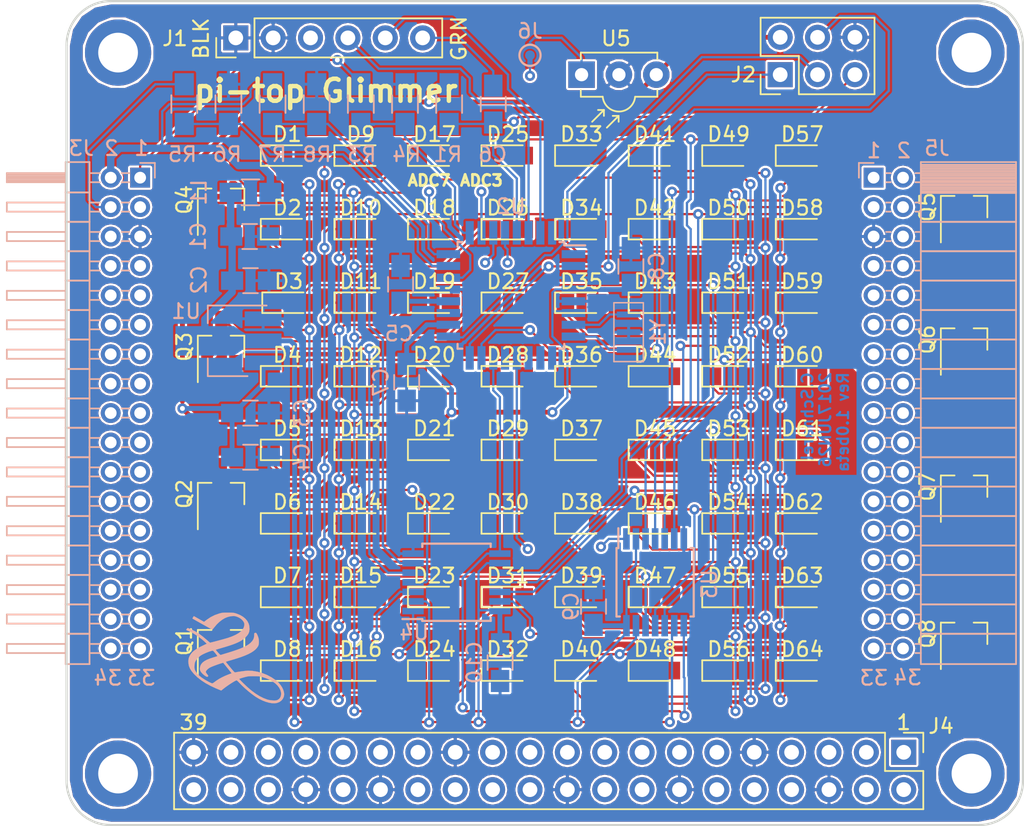
<source format=kicad_pcb>
(kicad_pcb (version 20170123) (host pcbnew "(2017-05-14 revision 14bb238b3)-makepkg")
  (title_block (title "pi-top Glimmer") (date 2017-06-26) (rev 1.0beta) (company C.Schnarel) (comment 1 "Based on pi-top_Template board definition") (comment 2 "Practice I2C Design & Programming") (comment 3 "Visual Distraction, Voltage Monitor, IR Receiver") (comment 4 "pi-top Accessory Buss Board"))
  (layers (0 F.Cu signal) (1 In1.Cu signal hide) (2 In2.Cu signal hide) (31 B.Cu signal) (34 B.Paste user) (35 F.Paste user) (36 B.SilkS user) (37 F.SilkS user) (38 B.Mask user) (39 F.Mask user) (44 Edge.Cuts user))
  (net 0 "")
  (net 1 BCM-24)
  (net 2 MOSI_BCM-10)
  (net 3 BCM-22)
  (net 4 BCM-23)
  (net 5 PCM_D_BCM-27)
  (net 6 PCM_C_BCM-18)
  (net 7 GPCLK0-BCM-4)
  (net 8 BCM-17)
  (net 9 RXD_BCM-15)
  (net 10 HUB_3V3_PRST)
  (net 11 HUB_3V3)
  (net 12 HUB_5V)
  (net 13 HUB_PWR)
  (net 14 SPDIF_OUT)
  (net 15 SCL_BCM-3)
  (net 16 SDA_BCM-2)
  (net 17 ID_SC_BCM-1)
  (net 18 BCM-5)
  (net 19 ID_SD_BCM-0)
  (net 20 CE1_BCM-7)
  (net 21 MISO_BCM-9)
  (net 22 BCM-25)
  (net 23 CE0_BCM-8)
  (net 24 SCLK_BCM-11)
  (net 25 BCM-13)
  (net 26 MISO_BCM-19)
  (net 27 BCM-12)
  (net 28 BCM-6)
  (net 29 BCM-16)
  (net 30 BCM-26)
  (net 31 SCLK_BCM-21)
  (net 32 MOSI_BCM-20)
  (net 33 +5V)
  (net 34 GND)
  (net 35 +3V3)
  (net 36 "Net-(C5-Pad1)")
  (net 37 ~Reset)
  (net 38 DTR)
  (net 39 "Net-(D1-Pad1)")
  (net 40 "Net-(D1-Pad2)")
  (net 41 "Net-(D10-Pad2)")
  (net 42 "Net-(D11-Pad2)")
  (net 43 "Net-(D12-Pad2)")
  (net 44 "Net-(D13-Pad2)")
  (net 45 "Net-(D14-Pad2)")
  (net 46 "Net-(D15-Pad2)")
  (net 47 "Net-(D16-Pad2)")
  (net 48 "Net-(D10-Pad1)")
  (net 49 AVR_TXO)
  (net 50 AVR_RXI)
  (net 51 "Net-(J1-Pad3)")
  (net 52 AVR_MOSI)
  (net 53 AVR_SCK)
  (net 54 AVR_MISO)
  (net 55 TXD_BCM-14)
  (net 56 "Net-(J6-Pad1)")
  (net 57 "Net-(Q6-Pad1)")
  (net 58 PWR_SENS)
  (net 59 3V3_SENS)
  (net 60 5V_SENS)
  (net 61 "Net-(D17-Pad1)")
  (net 62 "Net-(D25-Pad1)")
  (net 63 "Net-(D33-Pad1)")
  (net 64 LED_C)
  (net 65 LED_D)
  (net 66 "Net-(U2-Pad8)")
  (net 67 "Net-(U2-Pad7)")
  (net 68 "Net-(D41-Pad1)")
  (net 69 "Net-(D49-Pad1)")
  (net 70 "Net-(D57-Pad1)")
  (net 71 "Net-(Q1-Pad1)")
  (net 72 "Net-(Q2-Pad1)")
  (net 73 "Net-(Q3-Pad1)")
  (net 74 "Net-(Q4-Pad1)")
  (net 75 "Net-(Q5-Pad1)")
  (net 76 "Net-(Q7-Pad1)")
  (net 77 "Net-(Q8-Pad1)")
  (net 78 "Net-(U2-Pad32)")
  (net 79 "Net-(U2-Pad13)")
  (net 80 "Net-(U2-Pad11)")
  (net 81 "Net-(U2-Pad10)")
  (net 82 "Net-(U2-Pad9)")
  (net 83 "Net-(U2-Pad2)")
  (net 84 "Net-(U2-Pad1)")
  (net 85 ADC3)
  (net 86 ADC7)
  (net 87 ADC6)
  (module MyLogos:S_Silk (layer B.Cu) (at 48.922 118.45 180)
    (fp_text reference G*** hide)
    (fp_text value LOGO hide)
  )
  (module Socket_Strips:Socket_Strip_Angled_2x17_Pitch2.00mm (layer B.Cu) (at 92.85 86 180)
    (fp_text reference J5 (at -4.31 2 180) (layer B.SilkS) (effects (justify mirror)))
    (fp_text value CONN_02X17)
    (pad 1 thru_hole rect (at 0 0 180) (size 1.35 1.35) (drill 0.8) (layers *.Cu *.Mask) (net 13 HUB_PWR))
    (pad 2 thru_hole oval (at -2 0 180) (size 1.35 1.35) (drill 0.8) (layers *.Cu *.Mask) (net 12 HUB_5V))
    (pad 3 thru_hole oval (at 0 -2 180) (size 1.35 1.35) (drill 0.8) (layers *.Cu *.Mask) (net 10 HUB_3V3_PRST))
    (pad 4 thru_hole oval (at -2 -2 180) (size 1.35 1.35) (drill 0.8) (layers *.Cu *.Mask) (net 11 HUB_3V3))
    (pad 5 thru_hole oval (at 0 -4 180) (size 1.35 1.35) (drill 0.8) (layers *.Cu *.Mask) (net 34 GND))
    (pad 6 thru_hole oval (at -2 -4 180) (size 1.35 1.35) (drill 0.8) (layers *.Cu *.Mask) (net 14 SPDIF_OUT))
    (pad 7 thru_hole oval (at 0 -6 180) (size 1.35 1.35) (drill 0.8) (layers *.Cu *.Mask) (net 16 SDA_BCM-2))
    (pad 8 thru_hole oval (at -2 -6 180) (size 1.35 1.35) (drill 0.8) (layers *.Cu *.Mask) (net 15 SCL_BCM-3))
    (pad 9 thru_hole oval (at 0 -8 180) (size 1.35 1.35) (drill 0.8) (layers *.Cu *.Mask) (net 7 GPCLK0-BCM-4))
    (pad 10 thru_hole oval (at -2 -8 180) (size 1.35 1.35) (drill 0.8) (layers *.Cu *.Mask) (net 55 TXD_BCM-14))
    (pad 11 thru_hole oval (at 0 -10 180) (size 1.35 1.35) (drill 0.8) (layers *.Cu *.Mask) (net 9 RXD_BCM-15))
    (pad 12 thru_hole oval (at -2 -10 180) (size 1.35 1.35) (drill 0.8) (layers *.Cu *.Mask) (net 8 BCM-17))
    (pad 13 thru_hole oval (at 0 -12 180) (size 1.35 1.35) (drill 0.8) (layers *.Cu *.Mask) (net 6 PCM_C_BCM-18))
    (pad 14 thru_hole oval (at -2 -12 180) (size 1.35 1.35) (drill 0.8) (layers *.Cu *.Mask) (net 5 PCM_D_BCM-27))
    (pad 15 thru_hole oval (at 0 -14 180) (size 1.35 1.35) (drill 0.8) (layers *.Cu *.Mask) (net 3 BCM-22))
    (pad 16 thru_hole oval (at -2 -14 180) (size 1.35 1.35) (drill 0.8) (layers *.Cu *.Mask) (net 4 BCM-23))
    (pad 17 thru_hole oval (at 0 -16 180) (size 1.35 1.35) (drill 0.8) (layers *.Cu *.Mask) (net 1 BCM-24))
    (pad 18 thru_hole oval (at -2 -16 180) (size 1.35 1.35) (drill 0.8) (layers *.Cu *.Mask) (net 2 MOSI_BCM-10))
    (pad 19 thru_hole oval (at 0 -18 180) (size 1.35 1.35) (drill 0.8) (layers *.Cu *.Mask) (net 21 MISO_BCM-9))
    (pad 20 thru_hole oval (at -2 -18 180) (size 1.35 1.35) (drill 0.8) (layers *.Cu *.Mask) (net 22 BCM-25))
    (pad 21 thru_hole oval (at 0 -20 180) (size 1.35 1.35) (drill 0.8) (layers *.Cu *.Mask) (net 24 SCLK_BCM-11))
    (pad 22 thru_hole oval (at -2 -20 180) (size 1.35 1.35) (drill 0.8) (layers *.Cu *.Mask) (net 23 CE0_BCM-8))
    (pad 23 thru_hole oval (at 0 -22 180) (size 1.35 1.35) (drill 0.8) (layers *.Cu *.Mask) (net 20 CE1_BCM-7))
    (pad 24 thru_hole oval (at -2 -22 180) (size 1.35 1.35) (drill 0.8) (layers *.Cu *.Mask) (net 19 ID_SD_BCM-0))
    (pad 25 thru_hole oval (at 0 -24 180) (size 1.35 1.35) (drill 0.8) (layers *.Cu *.Mask) (net 17 ID_SC_BCM-1))
    (pad 26 thru_hole oval (at -2 -24 180) (size 1.35 1.35) (drill 0.8) (layers *.Cu *.Mask) (net 18 BCM-5))
    (pad 27 thru_hole oval (at 0 -26 180) (size 1.35 1.35) (drill 0.8) (layers *.Cu *.Mask) (net 28 BCM-6))
    (pad 28 thru_hole oval (at -2 -26 180) (size 1.35 1.35) (drill 0.8) (layers *.Cu *.Mask) (net 27 BCM-12))
    (pad 29 thru_hole oval (at 0 -28 180) (size 1.35 1.35) (drill 0.8) (layers *.Cu *.Mask) (net 25 BCM-13))
    (pad 30 thru_hole oval (at -2 -28 180) (size 1.35 1.35) (drill 0.8) (layers *.Cu *.Mask) (net 26 MISO_BCM-19))
    (pad 31 thru_hole oval (at 0 -30 180) (size 1.35 1.35) (drill 0.8) (layers *.Cu *.Mask) (net 29 BCM-16))
    (pad 32 thru_hole oval (at -2 -30 180) (size 1.35 1.35) (drill 0.8) (layers *.Cu *.Mask) (net 30 BCM-26))
    (pad 33 thru_hole oval (at 0 -32 180) (size 1.35 1.35) (drill 0.8) (layers *.Cu *.Mask) (net 32 MOSI_BCM-20))
    (pad 34 thru_hole oval (at -2 -32 180) (size 1.35 1.35) (drill 0.8) (layers *.Cu *.Mask) (net 31 SCLK_BCM-21))
  )
  (module Pin_Headers:Pin_Header_Angled_2x17_Pitch2.00mm (layer B.Cu) (at 43 86 180)
    (fp_text reference J3 (at 4 2 180) (layer B.SilkS) (effects (justify mirror)))
    (fp_text value CONN_02X17)
    (pad 1 thru_hole rect (at 0 0 180) (size 1.35 1.35) (drill 0.8) (layers *.Cu *.Mask) (net 13 HUB_PWR))
    (pad 2 thru_hole oval (at 2 0 180) (size 1.35 1.35) (drill 0.8) (layers *.Cu *.Mask) (net 12 HUB_5V))
    (pad 3 thru_hole oval (at 0 -2 180) (size 1.35 1.35) (drill 0.8) (layers *.Cu *.Mask) (net 10 HUB_3V3_PRST))
    (pad 4 thru_hole oval (at 2 -2 180) (size 1.35 1.35) (drill 0.8) (layers *.Cu *.Mask) (net 11 HUB_3V3))
    (pad 5 thru_hole oval (at 0 -4 180) (size 1.35 1.35) (drill 0.8) (layers *.Cu *.Mask) (net 34 GND))
    (pad 6 thru_hole oval (at 2 -4 180) (size 1.35 1.35) (drill 0.8) (layers *.Cu *.Mask) (net 14 SPDIF_OUT))
    (pad 7 thru_hole oval (at 0 -6 180) (size 1.35 1.35) (drill 0.8) (layers *.Cu *.Mask) (net 16 SDA_BCM-2))
    (pad 8 thru_hole oval (at 2 -6 180) (size 1.35 1.35) (drill 0.8) (layers *.Cu *.Mask) (net 15 SCL_BCM-3))
    (pad 9 thru_hole oval (at 0 -8 180) (size 1.35 1.35) (drill 0.8) (layers *.Cu *.Mask) (net 7 GPCLK0-BCM-4))
    (pad 10 thru_hole oval (at 2 -8 180) (size 1.35 1.35) (drill 0.8) (layers *.Cu *.Mask) (net 55 TXD_BCM-14))
    (pad 11 thru_hole oval (at 0 -10 180) (size 1.35 1.35) (drill 0.8) (layers *.Cu *.Mask) (net 9 RXD_BCM-15))
    (pad 12 thru_hole oval (at 2 -10 180) (size 1.35 1.35) (drill 0.8) (layers *.Cu *.Mask) (net 8 BCM-17))
    (pad 13 thru_hole oval (at 0 -12 180) (size 1.35 1.35) (drill 0.8) (layers *.Cu *.Mask) (net 6 PCM_C_BCM-18))
    (pad 14 thru_hole oval (at 2 -12 180) (size 1.35 1.35) (drill 0.8) (layers *.Cu *.Mask) (net 5 PCM_D_BCM-27))
    (pad 15 thru_hole oval (at 0 -14 180) (size 1.35 1.35) (drill 0.8) (layers *.Cu *.Mask) (net 3 BCM-22))
    (pad 16 thru_hole oval (at 2 -14 180) (size 1.35 1.35) (drill 0.8) (layers *.Cu *.Mask) (net 4 BCM-23))
    (pad 17 thru_hole oval (at 0 -16 180) (size 1.35 1.35) (drill 0.8) (layers *.Cu *.Mask) (net 1 BCM-24))
    (pad 18 thru_hole oval (at 2 -16 180) (size 1.35 1.35) (drill 0.8) (layers *.Cu *.Mask) (net 2 MOSI_BCM-10))
    (pad 19 thru_hole oval (at 0 -18 180) (size 1.35 1.35) (drill 0.8) (layers *.Cu *.Mask) (net 21 MISO_BCM-9))
    (pad 20 thru_hole oval (at 2 -18 180) (size 1.35 1.35) (drill 0.8) (layers *.Cu *.Mask) (net 22 BCM-25))
    (pad 21 thru_hole oval (at 0 -20 180) (size 1.35 1.35) (drill 0.8) (layers *.Cu *.Mask) (net 24 SCLK_BCM-11))
    (pad 22 thru_hole oval (at 2 -20 180) (size 1.35 1.35) (drill 0.8) (layers *.Cu *.Mask) (net 23 CE0_BCM-8))
    (pad 23 thru_hole oval (at 0 -22 180) (size 1.35 1.35) (drill 0.8) (layers *.Cu *.Mask) (net 20 CE1_BCM-7))
    (pad 24 thru_hole oval (at 2 -22 180) (size 1.35 1.35) (drill 0.8) (layers *.Cu *.Mask) (net 19 ID_SD_BCM-0))
    (pad 25 thru_hole oval (at 0 -24 180) (size 1.35 1.35) (drill 0.8) (layers *.Cu *.Mask) (net 17 ID_SC_BCM-1))
    (pad 26 thru_hole oval (at 2 -24 180) (size 1.35 1.35) (drill 0.8) (layers *.Cu *.Mask) (net 18 BCM-5))
    (pad 27 thru_hole oval (at 0 -26 180) (size 1.35 1.35) (drill 0.8) (layers *.Cu *.Mask) (net 28 BCM-6))
    (pad 28 thru_hole oval (at 2 -26 180) (size 1.35 1.35) (drill 0.8) (layers *.Cu *.Mask) (net 27 BCM-12))
    (pad 29 thru_hole oval (at 0 -28 180) (size 1.35 1.35) (drill 0.8) (layers *.Cu *.Mask) (net 25 BCM-13))
    (pad 30 thru_hole oval (at 2 -28 180) (size 1.35 1.35) (drill 0.8) (layers *.Cu *.Mask) (net 26 MISO_BCM-19))
    (pad 31 thru_hole oval (at 0 -30 180) (size 1.35 1.35) (drill 0.8) (layers *.Cu *.Mask) (net 29 BCM-16))
    (pad 32 thru_hole oval (at 2 -30 180) (size 1.35 1.35) (drill 0.8) (layers *.Cu *.Mask) (net 30 BCM-26))
    (pad 33 thru_hole oval (at 0 -32 180) (size 1.35 1.35) (drill 0.8) (layers *.Cu *.Mask) (net 32 MOSI_BCM-20))
    (pad 34 thru_hole oval (at 2 -32 180) (size 1.35 1.35) (drill 0.8) (layers *.Cu *.Mask) (net 31 SCLK_BCM-21))
  )
  (module Pin_Headers:Pin_Header_Straight_2x20_Pitch2.54mm (layer F.Cu) (at 94.896 125.054 270)
    (fp_text reference J4 (at -1.778 -2.54) (layer F.SilkS))
    (fp_text value CONN_02X20)
    (pad 40 thru_hole oval (at 2.54 48.26 270) (size 1.7 1.7) (drill 1) (layers *.Cu *.Mask) (net 31 SCLK_BCM-21))
    (pad 39 thru_hole oval (at 0 48.26 270) (size 1.7 1.7) (drill 1) (layers *.Cu *.Mask) (net 34 GND))
    (pad 38 thru_hole oval (at 2.54 45.72 270) (size 1.7 1.7) (drill 1) (layers *.Cu *.Mask) (net 32 MOSI_BCM-20))
    (pad 37 thru_hole oval (at 0 45.72 270) (size 1.7 1.7) (drill 1) (layers *.Cu *.Mask) (net 30 BCM-26))
    (pad 36 thru_hole oval (at 2.54 43.18 270) (size 1.7 1.7) (drill 1) (layers *.Cu *.Mask) (net 29 BCM-16))
    (pad 35 thru_hole oval (at 0 43.18 270) (size 1.7 1.7) (drill 1) (layers *.Cu *.Mask) (net 26 MISO_BCM-19))
    (pad 34 thru_hole oval (at 2.54 40.64 270) (size 1.7 1.7) (drill 1) (layers *.Cu *.Mask) (net 34 GND))
    (pad 33 thru_hole oval (at 0 40.64 270) (size 1.7 1.7) (drill 1) (layers *.Cu *.Mask) (net 25 BCM-13))
    (pad 32 thru_hole oval (at 2.54 38.1 270) (size 1.7 1.7) (drill 1) (layers *.Cu *.Mask) (net 27 BCM-12))
    (pad 31 thru_hole oval (at 0 38.1 270) (size 1.7 1.7) (drill 1) (layers *.Cu *.Mask) (net 28 BCM-6))
    (pad 30 thru_hole oval (at 2.54 35.56 270) (size 1.7 1.7) (drill 1) (layers *.Cu *.Mask) (net 34 GND))
    (pad 29 thru_hole oval (at 0 35.56 270) (size 1.7 1.7) (drill 1) (layers *.Cu *.Mask) (net 18 BCM-5))
    (pad 28 thru_hole oval (at 2.54 33.02 270) (size 1.7 1.7) (drill 1) (layers *.Cu *.Mask) (net 17 ID_SC_BCM-1))
    (pad 27 thru_hole oval (at 0 33.02 270) (size 1.7 1.7) (drill 1) (layers *.Cu *.Mask) (net 19 ID_SD_BCM-0))
    (pad 26 thru_hole oval (at 2.54 30.48 270) (size 1.7 1.7) (drill 1) (layers *.Cu *.Mask) (net 20 CE1_BCM-7))
    (pad 25 thru_hole oval (at 0 30.48 270) (size 1.7 1.7) (drill 1) (layers *.Cu *.Mask) (net 34 GND))
    (pad 24 thru_hole oval (at 2.54 27.94 270) (size 1.7 1.7) (drill 1) (layers *.Cu *.Mask) (net 23 CE0_BCM-8))
    (pad 23 thru_hole oval (at 0 27.94 270) (size 1.7 1.7) (drill 1) (layers *.Cu *.Mask) (net 24 SCLK_BCM-11))
    (pad 22 thru_hole oval (at 2.54 25.4 270) (size 1.7 1.7) (drill 1) (layers *.Cu *.Mask) (net 22 BCM-25))
    (pad 21 thru_hole oval (at 0 25.4 270) (size 1.7 1.7) (drill 1) (layers *.Cu *.Mask) (net 21 MISO_BCM-9))
    (pad 20 thru_hole oval (at 2.54 22.86 270) (size 1.7 1.7) (drill 1) (layers *.Cu *.Mask) (net 34 GND))
    (pad 19 thru_hole oval (at 0 22.86 270) (size 1.7 1.7) (drill 1) (layers *.Cu *.Mask) (net 2 MOSI_BCM-10))
    (pad 18 thru_hole oval (at 2.54 20.32 270) (size 1.7 1.7) (drill 1) (layers *.Cu *.Mask) (net 1 BCM-24))
    (pad 17 thru_hole oval (at 0 20.32 270) (size 1.7 1.7) (drill 1) (layers *.Cu *.Mask) (net 35 +3V3))
    (pad 16 thru_hole oval (at 2.54 17.78 270) (size 1.7 1.7) (drill 1) (layers *.Cu *.Mask) (net 4 BCM-23))
    (pad 15 thru_hole oval (at 0 17.78 270) (size 1.7 1.7) (drill 1) (layers *.Cu *.Mask) (net 3 BCM-22))
    (pad 14 thru_hole oval (at 2.54 15.24 270) (size 1.7 1.7) (drill 1) (layers *.Cu *.Mask) (net 34 GND))
    (pad 13 thru_hole oval (at 0 15.24 270) (size 1.7 1.7) (drill 1) (layers *.Cu *.Mask) (net 5 PCM_D_BCM-27))
    (pad 12 thru_hole oval (at 2.54 12.7 270) (size 1.7 1.7) (drill 1) (layers *.Cu *.Mask) (net 6 PCM_C_BCM-18))
    (pad 11 thru_hole oval (at 0 12.7 270) (size 1.7 1.7) (drill 1) (layers *.Cu *.Mask) (net 8 BCM-17))
    (pad 10 thru_hole oval (at 2.54 10.16 270) (size 1.7 1.7) (drill 1) (layers *.Cu *.Mask) (net 9 RXD_BCM-15))
    (pad 9 thru_hole oval (at 0 10.16 270) (size 1.7 1.7) (drill 1) (layers *.Cu *.Mask) (net 34 GND))
    (pad 8 thru_hole oval (at 2.54 7.62 270) (size 1.7 1.7) (drill 1) (layers *.Cu *.Mask) (net 55 TXD_BCM-14))
    (pad 7 thru_hole oval (at 0 7.62 270) (size 1.7 1.7) (drill 1) (layers *.Cu *.Mask) (net 7 GPCLK0-BCM-4))
    (pad 6 thru_hole oval (at 2.54 5.08 270) (size 1.7 1.7) (drill 1) (layers *.Cu *.Mask) (net 34 GND))
    (pad 5 thru_hole oval (at 0 5.08 270) (size 1.7 1.7) (drill 1) (layers *.Cu *.Mask) (net 15 SCL_BCM-3))
    (pad 4 thru_hole oval (at 2.54 2.54 270) (size 1.7 1.7) (drill 1) (layers *.Cu *.Mask) (net 12 HUB_5V))
    (pad 3 thru_hole oval (at 0 2.54 270) (size 1.7 1.7) (drill 1) (layers *.Cu *.Mask) (net 16 SDA_BCM-2))
    (pad 2 thru_hole oval (at 2.54 0 270) (size 1.7 1.7) (drill 1) (layers *.Cu *.Mask) (net 12 HUB_5V))
    (pad 1 thru_hole rect (at 0 0 270) (size 1.7 1.7) (drill 1) (layers *.Cu *.Mask) (net 35 +3V3))
  )
  (module Housings_SSOP:TSSOP-14_4.4x5mm_Pitch0.65mm (layer B.Cu) (at 78 113.5 270)
    (fp_text reference U3 (at 0.124 -3.688 270) (layer B.SilkS) (effects (justify mirror)))
    (fp_text value 74LV164)
    (pad 1 smd rect (at -2.95 1.95 270) (size 1.45 0.45) (layers B.Cu B.Paste B.Mask) (net 65 LED_D))
    (pad 2 smd rect (at -2.95 1.3 270) (size 1.45 0.45) (layers B.Cu B.Paste B.Mask) (net 33 +5V))
    (pad 3 smd rect (at -2.95 0.65 270) (size 1.45 0.45) (layers B.Cu B.Paste B.Mask) (net 40 "Net-(D1-Pad2)"))
    (pad 4 smd rect (at -2.95 0 270) (size 1.45 0.45) (layers B.Cu B.Paste B.Mask) (net 41 "Net-(D10-Pad2)"))
    (pad 5 smd rect (at -2.95 -0.65 270) (size 1.45 0.45) (layers B.Cu B.Paste B.Mask) (net 42 "Net-(D11-Pad2)"))
    (pad 6 smd rect (at -2.95 -1.3 270) (size 1.45 0.45) (layers B.Cu B.Paste B.Mask) (net 43 "Net-(D12-Pad2)"))
    (pad 7 smd rect (at -2.95 -1.95 270) (size 1.45 0.45) (layers B.Cu B.Paste B.Mask) (net 34 GND))
    (pad 8 smd rect (at 2.95 -1.95 270) (size 1.45 0.45) (layers B.Cu B.Paste B.Mask) (net 64 LED_C))
    (pad 9 smd rect (at 2.95 -1.3 270) (size 1.45 0.45) (layers B.Cu B.Paste B.Mask) (net 33 +5V))
    (pad 10 smd rect (at 2.95 -0.65 270) (size 1.45 0.45) (layers B.Cu B.Paste B.Mask) (net 44 "Net-(D13-Pad2)"))
    (pad 11 smd rect (at 2.95 0 270) (size 1.45 0.45) (layers B.Cu B.Paste B.Mask) (net 45 "Net-(D14-Pad2)"))
    (pad 12 smd rect (at 2.95 0.65 270) (size 1.45 0.45) (layers B.Cu B.Paste B.Mask) (net 46 "Net-(D15-Pad2)"))
    (pad 13 smd rect (at 2.95 1.3 270) (size 1.45 0.45) (layers B.Cu B.Paste B.Mask) (net 47 "Net-(D16-Pad2)"))
    (pad 14 smd rect (at 2.95 1.95 270) (size 1.45 0.45) (layers B.Cu B.Paste B.Mask) (net 33 +5V))
  )
  (module Housings_SSOP:TSSOP-14_4.4x5mm_Pitch0.65mm (layer B.Cu) (at 64.5 113.5)
    (fp_text reference U4 (at -2.878 3.426) (layer B.SilkS) (effects (justify mirror)))
    (fp_text value 74LV164)
    (pad 14 smd rect (at 2.95 1.95) (size 1.45 0.45) (layers B.Cu B.Paste B.Mask) (net 33 +5V))
    (pad 13 smd rect (at 2.95 1.3) (size 1.45 0.45) (layers B.Cu B.Paste B.Mask) (net 77 "Net-(Q8-Pad1)"))
    (pad 12 smd rect (at 2.95 0.65) (size 1.45 0.45) (layers B.Cu B.Paste B.Mask) (net 76 "Net-(Q7-Pad1)"))
    (pad 11 smd rect (at 2.95 0) (size 1.45 0.45) (layers B.Cu B.Paste B.Mask) (net 57 "Net-(Q6-Pad1)"))
    (pad 10 smd rect (at 2.95 -0.65) (size 1.45 0.45) (layers B.Cu B.Paste B.Mask) (net 75 "Net-(Q5-Pad1)"))
    (pad 9 smd rect (at 2.95 -1.3) (size 1.45 0.45) (layers B.Cu B.Paste B.Mask) (net 33 +5V))
    (pad 8 smd rect (at 2.95 -1.95) (size 1.45 0.45) (layers B.Cu B.Paste B.Mask) (net 64 LED_C))
    (pad 7 smd rect (at -2.95 -1.95) (size 1.45 0.45) (layers B.Cu B.Paste B.Mask) (net 34 GND))
    (pad 6 smd rect (at -2.95 -1.3) (size 1.45 0.45) (layers B.Cu B.Paste B.Mask) (net 74 "Net-(Q4-Pad1)"))
    (pad 5 smd rect (at -2.95 -0.65) (size 1.45 0.45) (layers B.Cu B.Paste B.Mask) (net 73 "Net-(Q3-Pad1)"))
    (pad 4 smd rect (at -2.95 0) (size 1.45 0.45) (layers B.Cu B.Paste B.Mask) (net 72 "Net-(Q2-Pad1)"))
    (pad 3 smd rect (at -2.95 0.65) (size 1.45 0.45) (layers B.Cu B.Paste B.Mask) (net 71 "Net-(Q1-Pad1)"))
    (pad 2 smd rect (at -2.95 1.3) (size 1.45 0.45) (layers B.Cu B.Paste B.Mask) (net 33 +5V))
    (pad 1 smd rect (at -2.95 1.95) (size 1.45 0.45) (layers B.Cu B.Paste B.Mask) (net 47 "Net-(D16-Pad2)"))
  )
  (module TO_SOT_Packages_SMD:SOT-23_Handsoldering (layer F.Cu) (at 48.5 117.5 90)
    (fp_text reference Q1 (at 0 -2.5 90) (layer F.SilkS))
    (fp_text value IRFML8244)
    (pad 3 smd rect (at 1.5 0 90) (size 1.9 0.8) (layers F.Cu F.Paste F.Mask) (net 39 "Net-(D1-Pad1)"))
    (pad 2 smd rect (at -1.5 0.95 90) (size 1.9 0.8) (layers F.Cu F.Paste F.Mask) (net 34 GND))
    (pad 1 smd rect (at -1.5 -0.95 90) (size 1.9 0.8) (layers F.Cu F.Paste F.Mask) (net 71 "Net-(Q1-Pad1)"))
  )
  (module LEDs:LED_0805 (layer F.Cu) (at 63 89.5)
    (fp_text reference D18 (at 0 -1.45) (layer F.SilkS))
    (fp_text value RED)
    (pad 1 smd rect (at -1.1 0 180) (size 1.2 1.2) (layers F.Cu F.Paste F.Mask) (net 61 "Net-(D17-Pad1)"))
    (pad 2 smd rect (at 1.1 0 180) (size 1.2 1.2) (layers F.Cu F.Paste F.Mask) (net 41 "Net-(D10-Pad2)"))
  )
  (module Mounting_Holes:MountingHole_2.7mm_M2.5_ISO7380_Pad (layer F.Cu) (at 99.5 126.5)
    (fp_text reference REF** hide)
    (fp_text value MountingHole_2.7mm_M2.5_ISO7380_Pad hide)
    (pad 3 thru_hole circle (at 0 0) (size 4.5 4.5) (drill 2.7) (layers *.Cu *.Mask))
  )
  (module Mounting_Holes:MountingHole_2.7mm_M2.5_ISO7380_Pad (layer F.Cu) (at 41.5 126.5)
    (fp_text reference REF** hide)
    (fp_text value MountingHole_2.7mm_M2.5_ISO7380_Pad hide)
    (pad 4 thru_hole circle (at 0 0) (size 4.5 4.5) (drill 2.7) (layers *.Cu *.Mask))
  )
  (module Mounting_Holes:MountingHole_2.7mm_M2.5_ISO7380_Pad (layer F.Cu) (at 99.5 77.5)
    (fp_text reference REF** hide)
    (fp_text value MountingHole_2.7mm_M2.5_ISO7380_Pad hide)
    (pad 2 thru_hole circle (at 0 0) (size 4.5 4.5) (drill 2.7) (layers *.Cu *.Mask))
  )
  (module Mounting_Holes:MountingHole_2.7mm_M2.5_ISO7380_Pad (layer F.Cu) (at 41.5 77.5)
    (fp_text reference REF** hide)
    (fp_text value MountingHole_2.7mm_M2.5_ISO7380_Pad hide)
    (pad 1 thru_hole circle (at 0 0) (size 4.5 4.5) (drill 2.7) (layers *.Cu *.Mask))
  )
  (module Capacitors_SMD:C_0805_HandSoldering (layer B.Cu) (at 50.446 90)
    (fp_text reference C1 (at -3.502 0 90) (layer B.SilkS) (effects (justify mirror)))
    (fp_text value 10uF)
    (pad 1 smd rect (at -1.25 0) (size 1.5 1.25) (layers B.Cu B.Paste B.Mask) (net 33 +5V))
    (pad 2 smd rect (at 1.25 0) (size 1.5 1.25) (layers B.Cu B.Paste B.Mask) (net 34 GND))
  )
  (module Capacitors_SMD:C_0805_HandSoldering (layer B.Cu) (at 50.5 93)
    (fp_text reference C2 (at -3.502 -0.05 90) (layer B.SilkS) (effects (justify mirror)))
    (fp_text value 0.1uF)
    (pad 2 smd rect (at 1.25 0) (size 1.5 1.25) (layers B.Cu B.Paste B.Mask) (net 34 GND))
    (pad 1 smd rect (at -1.25 0) (size 1.5 1.25) (layers B.Cu B.Paste B.Mask) (net 33 +5V))
  )
  (module Capacitors_SMD:C_0805_HandSoldering (layer B.Cu) (at 50.5 102)
    (fp_text reference C3 (at 3.5 0 90) (layer B.SilkS) (effects (justify mirror)))
    (fp_text value 10uF)
    (pad 1 smd rect (at -1.25 0) (size 1.5 1.25) (layers B.Cu B.Paste B.Mask) (net 35 +3V3))
    (pad 2 smd rect (at 1.25 0) (size 1.5 1.25) (layers B.Cu B.Paste B.Mask) (net 34 GND))
  )
  (module Capacitors_SMD:C_0805_HandSoldering (layer B.Cu) (at 50.5 105)
    (fp_text reference C4 (at 3.5 0 90) (layer B.SilkS) (effects (justify mirror)))
    (fp_text value 0.1uF)
    (pad 2 smd rect (at 1.25 0) (size 1.5 1.25) (layers B.Cu B.Paste B.Mask) (net 34 GND))
    (pad 1 smd rect (at -1.25 0) (size 1.5 1.25) (layers B.Cu B.Paste B.Mask) (net 35 +3V3))
  )
  (module Capacitors_SMD:C_0805_HandSoldering (layer B.Cu) (at 60.7 93.25 90)
    (fp_text reference C5 (at -3.356 -0.094 180) (layer B.SilkS) (effects (justify mirror)))
    (fp_text value 0.1uF)
    (pad 1 smd rect (at -1.25 0 90) (size 1.5 1.25) (layers B.Cu B.Paste B.Mask) (net 36 "Net-(C5-Pad1)"))
    (pad 2 smd rect (at 1.25 0 90) (size 1.5 1.25) (layers B.Cu B.Paste B.Mask) (net 34 GND))
  )
  (module Capacitors_SMD:C_0805_HandSoldering (layer B.Cu) (at 67 81 270)
    (fp_text reference C6 (at 3.414 0.044) (layer B.SilkS) (effects (justify mirror)))
    (fp_text value 0.1uF)
    (pad 2 smd rect (at 1.25 0 270) (size 1.5 1.25) (layers B.Cu B.Paste B.Mask) (net 37 ~Reset))
    (pad 1 smd rect (at -1.25 0 270) (size 1.5 1.25) (layers B.Cu B.Paste B.Mask) (net 38 DTR))
  )
  (module LEDs:LED_0805 (layer F.Cu) (at 53 84.5)
    (fp_text reference D1 (at 0 -1.45) (layer F.SilkS))
    (fp_text value RED)
    (pad 1 smd rect (at -1.1 0 180) (size 1.2 1.2) (layers F.Cu F.Paste F.Mask) (net 39 "Net-(D1-Pad1)"))
    (pad 2 smd rect (at 1.1 0 180) (size 1.2 1.2) (layers F.Cu F.Paste F.Mask) (net 40 "Net-(D1-Pad2)"))
  )
  (module LEDs:LED_0805 (layer F.Cu) (at 53 89.5)
    (fp_text reference D2 (at 0 -1.45) (layer F.SilkS))
    (fp_text value RED)
    (pad 2 smd rect (at 1.1 0 180) (size 1.2 1.2) (layers F.Cu F.Paste F.Mask) (net 41 "Net-(D10-Pad2)"))
    (pad 1 smd rect (at -1.1 0 180) (size 1.2 1.2) (layers F.Cu F.Paste F.Mask) (net 39 "Net-(D1-Pad1)"))
  )
  (module LEDs:LED_0805 (layer F.Cu) (at 53.1 94.5)
    (fp_text reference D3 (at 0 -1.45) (layer F.SilkS))
    (fp_text value RED)
    (pad 1 smd rect (at -1.1 0 180) (size 1.2 1.2) (layers F.Cu F.Paste F.Mask) (net 39 "Net-(D1-Pad1)"))
    (pad 2 smd rect (at 1.1 0 180) (size 1.2 1.2) (layers F.Cu F.Paste F.Mask) (net 42 "Net-(D11-Pad2)"))
  )
  (module LEDs:LED_0805 (layer F.Cu) (at 53 99.5)
    (fp_text reference D4 (at 0 -1.45) (layer F.SilkS))
    (fp_text value RED)
    (pad 2 smd rect (at 1.1 0 180) (size 1.2 1.2) (layers F.Cu F.Paste F.Mask) (net 43 "Net-(D12-Pad2)"))
    (pad 1 smd rect (at -1.1 0 180) (size 1.2 1.2) (layers F.Cu F.Paste F.Mask) (net 39 "Net-(D1-Pad1)"))
  )
  (module LEDs:LED_0805 (layer F.Cu) (at 53 104.5)
    (fp_text reference D5 (at 0 -1.45) (layer F.SilkS))
    (fp_text value RED)
    (pad 1 smd rect (at -1.1 0 180) (size 1.2 1.2) (layers F.Cu F.Paste F.Mask) (net 39 "Net-(D1-Pad1)"))
    (pad 2 smd rect (at 1.1 0 180) (size 1.2 1.2) (layers F.Cu F.Paste F.Mask) (net 44 "Net-(D13-Pad2)"))
  )
  (module LEDs:LED_0805 (layer F.Cu) (at 53 109.5)
    (fp_text reference D6 (at 0 -1.45) (layer F.SilkS))
    (fp_text value RED)
    (pad 2 smd rect (at 1.1 0 180) (size 1.2 1.2) (layers F.Cu F.Paste F.Mask) (net 45 "Net-(D14-Pad2)"))
    (pad 1 smd rect (at -1.1 0 180) (size 1.2 1.2) (layers F.Cu F.Paste F.Mask) (net 39 "Net-(D1-Pad1)"))
  )
  (module LEDs:LED_0805 (layer F.Cu) (at 53 114.5)
    (fp_text reference D7 (at 0 -1.45) (layer F.SilkS))
    (fp_text value RED)
    (pad 1 smd rect (at -1.1 0 180) (size 1.2 1.2) (layers F.Cu F.Paste F.Mask) (net 39 "Net-(D1-Pad1)"))
    (pad 2 smd rect (at 1.1 0 180) (size 1.2 1.2) (layers F.Cu F.Paste F.Mask) (net 46 "Net-(D15-Pad2)"))
  )
  (module LEDs:LED_0805 (layer F.Cu) (at 53 119.5)
    (fp_text reference D8 (at 0 -1.45) (layer F.SilkS))
    (fp_text value RED)
    (pad 2 smd rect (at 1.1 0 180) (size 1.2 1.2) (layers F.Cu F.Paste F.Mask) (net 47 "Net-(D16-Pad2)"))
    (pad 1 smd rect (at -1.1 0 180) (size 1.2 1.2) (layers F.Cu F.Paste F.Mask) (net 39 "Net-(D1-Pad1)"))
  )
  (module LEDs:LED_0805 (layer F.Cu) (at 58 84.5)
    (fp_text reference D9 (at 0 -1.45) (layer F.SilkS))
    (fp_text value RED)
    (pad 2 smd rect (at 1.1 0 180) (size 1.2 1.2) (layers F.Cu F.Paste F.Mask) (net 40 "Net-(D1-Pad2)"))
    (pad 1 smd rect (at -1.1 0 180) (size 1.2 1.2) (layers F.Cu F.Paste F.Mask) (net 48 "Net-(D10-Pad1)"))
  )
  (module LEDs:LED_0805 (layer F.Cu) (at 58 89.5)
    (fp_text reference D10 (at 0 -1.45) (layer F.SilkS))
    (fp_text value RED)
    (pad 1 smd rect (at -1.1 0 180) (size 1.2 1.2) (layers F.Cu F.Paste F.Mask) (net 48 "Net-(D10-Pad1)"))
    (pad 2 smd rect (at 1.1 0 180) (size 1.2 1.2) (layers F.Cu F.Paste F.Mask) (net 41 "Net-(D10-Pad2)"))
  )
  (module LEDs:LED_0805 (layer F.Cu) (at 58 94.5)
    (fp_text reference D11 (at 0 -1.45) (layer F.SilkS))
    (fp_text value RED)
    (pad 2 smd rect (at 1.1 0 180) (size 1.2 1.2) (layers F.Cu F.Paste F.Mask) (net 42 "Net-(D11-Pad2)"))
    (pad 1 smd rect (at -1.1 0 180) (size 1.2 1.2) (layers F.Cu F.Paste F.Mask) (net 48 "Net-(D10-Pad1)"))
  )
  (module LEDs:LED_0805 (layer F.Cu) (at 58 99.5)
    (fp_text reference D12 (at 0 -1.45) (layer F.SilkS))
    (fp_text value RED)
    (pad 1 smd rect (at -1.1 0 180) (size 1.2 1.2) (layers F.Cu F.Paste F.Mask) (net 48 "Net-(D10-Pad1)"))
    (pad 2 smd rect (at 1.1 0 180) (size 1.2 1.2) (layers F.Cu F.Paste F.Mask) (net 43 "Net-(D12-Pad2)"))
  )
  (module LEDs:LED_0805 (layer F.Cu) (at 58 104.5)
    (fp_text reference D13 (at 0 -1.45) (layer F.SilkS))
    (fp_text value RED)
    (pad 2 smd rect (at 1.1 0 180) (size 1.2 1.2) (layers F.Cu F.Paste F.Mask) (net 44 "Net-(D13-Pad2)"))
    (pad 1 smd rect (at -1.1 0 180) (size 1.2 1.2) (layers F.Cu F.Paste F.Mask) (net 48 "Net-(D10-Pad1)"))
  )
  (module LEDs:LED_0805 (layer F.Cu) (at 58 109.5)
    (fp_text reference D14 (at 0 -1.45) (layer F.SilkS))
    (fp_text value RED)
    (pad 1 smd rect (at -1.1 0 180) (size 1.2 1.2) (layers F.Cu F.Paste F.Mask) (net 48 "Net-(D10-Pad1)"))
    (pad 2 smd rect (at 1.1 0 180) (size 1.2 1.2) (layers F.Cu F.Paste F.Mask) (net 45 "Net-(D14-Pad2)"))
  )
  (module LEDs:LED_0805 (layer F.Cu) (at 58 114.5)
    (fp_text reference D15 (at 0 -1.45) (layer F.SilkS))
    (fp_text value RED)
    (pad 2 smd rect (at 1.1 0 180) (size 1.2 1.2) (layers F.Cu F.Paste F.Mask) (net 46 "Net-(D15-Pad2)"))
    (pad 1 smd rect (at -1.1 0 180) (size 1.2 1.2) (layers F.Cu F.Paste F.Mask) (net 48 "Net-(D10-Pad1)"))
  )
  (module LEDs:LED_0805 (layer F.Cu) (at 58 119.5)
    (fp_text reference D16 (at 0 -1.45) (layer F.SilkS))
    (fp_text value RED)
    (pad 1 smd rect (at -1.1 0 180) (size 1.2 1.2) (layers F.Cu F.Paste F.Mask) (net 48 "Net-(D10-Pad1)"))
    (pad 2 smd rect (at 1.1 0 180) (size 1.2 1.2) (layers F.Cu F.Paste F.Mask) (net 47 "Net-(D16-Pad2)"))
  )
  (module Pin_Headers:Pin_Header_Straight_1x06_Pitch2.54mm (layer F.Cu) (at 49.5 76.5 90)
    (fp_text reference J1 (at -0.04 -4.134 180) (layer F.SilkS))
    (fp_text value CONN_01X06)
    (pad 6 thru_hole oval (at 0 12.7 90) (size 1.7 1.7) (drill 1) (layers *.Cu *.Mask) (net 38 DTR))
    (pad 5 thru_hole oval (at 0 10.16 90) (size 1.7 1.7) (drill 1) (layers *.Cu *.Mask) (net 49 AVR_TXO))
    (pad 4 thru_hole oval (at 0 7.62 90) (size 1.7 1.7) (drill 1) (layers *.Cu *.Mask) (net 50 AVR_RXI))
    (pad 3 thru_hole oval (at 0 5.08 90) (size 1.7 1.7) (drill 1) (layers *.Cu *.Mask) (net 51 "Net-(J1-Pad3)"))
    (pad 2 thru_hole oval (at 0 2.54 90) (size 1.7 1.7) (drill 1) (layers *.Cu *.Mask) (net 34 GND))
    (pad 1 thru_hole rect (at 0 0 90) (size 1.7 1.7) (drill 1) (layers *.Cu *.Mask) (net 34 GND))
  )
  (module Pin_Headers:Pin_Header_Straight_2x03_Pitch2.54mm (layer F.Cu) (at 86.5 79 90)
    (fp_text reference J2 (at 0 -2.5 180) (layer F.SilkS))
    (fp_text value CONN_02X03)
    (pad 6 thru_hole oval (at 2.54 5.08 90) (size 1.7 1.7) (drill 1) (layers *.Cu *.Mask) (net 34 GND))
    (pad 5 thru_hole oval (at 0 5.08 90) (size 1.7 1.7) (drill 1) (layers *.Cu *.Mask) (net 37 ~Reset))
    (pad 4 thru_hole oval (at 2.54 2.54 90) (size 1.7 1.7) (drill 1) (layers *.Cu *.Mask) (net 52 AVR_MOSI))
    (pad 3 thru_hole oval (at 0 2.54 90) (size 1.7 1.7) (drill 1) (layers *.Cu *.Mask) (net 53 AVR_SCK))
    (pad 2 thru_hole oval (at 2.54 0 90) (size 1.7 1.7) (drill 1) (layers *.Cu *.Mask) (net 35 +3V3))
    (pad 1 thru_hole rect (at 0 0 90) (size 1.7 1.7) (drill 1) (layers *.Cu *.Mask) (net 54 AVR_MISO))
  )
  (module Inductors_SMD:L_0805_HandSoldering (layer B.Cu) (at 50.5 87)
    (fp_text reference L1 (at -3.502 0 90) (layer B.SilkS) (effects (justify mirror)))
    (fp_text value 2.2uH)
    (pad 2 smd rect (at 1.35 0) (size 1.5 1.3) (layers B.Cu B.Paste B.Mask) (net 12 HUB_5V))
    (pad 1 smd rect (at -1.35 0) (size 1.5 1.3) (layers B.Cu B.Paste B.Mask) (net 33 +5V))
  )
  (module Resistors_SMD:R_0805_HandSoldering (layer B.Cu) (at 64 81 270)
    (fp_text reference R1 (at 3.414 0.092) (layer B.SilkS) (effects (justify mirror)))
    (fp_text value 10k)
    (pad 2 smd rect (at 1.35 0 270) (size 1.5 1.3) (layers B.Cu B.Paste B.Mask) (net 37 ~Reset))
    (pad 1 smd rect (at -1.35 0 270) (size 1.5 1.3) (layers B.Cu B.Paste B.Mask) (net 35 +3V3))
  )
  (module Resistors_SMD:R_0805_HandSoldering (layer B.Cu) (at 58 81 270)
    (fp_text reference R3 (at 3.414 -0.066) (layer B.SilkS) (effects (justify mirror)))
    (fp_text value 4.48k)
    (pad 1 smd rect (at -1.35 0 270) (size 1.5 1.3) (layers B.Cu B.Paste B.Mask) (net 13 HUB_PWR))
    (pad 2 smd rect (at 1.35 0 270) (size 1.5 1.3) (layers B.Cu B.Paste B.Mask) (net 58 PWR_SENS))
  )
  (module Resistors_SMD:R_0805_HandSoldering (layer B.Cu) (at 61 81 90)
    (fp_text reference R4 (at -3.414 0.114 180) (layer B.SilkS) (effects (justify mirror)))
    (fp_text value 715R)
    (pad 2 smd rect (at 1.35 0 90) (size 1.5 1.3) (layers B.Cu B.Paste B.Mask) (net 34 GND))
    (pad 1 smd rect (at -1.35 0 90) (size 1.5 1.3) (layers B.Cu B.Paste B.Mask) (net 58 PWR_SENS))
  )
  (module Resistors_SMD:R_0805_HandSoldering (layer B.Cu) (at 46 81 270)
    (fp_text reference R5 (at 3.414 0.126) (layer B.SilkS) (effects (justify mirror)))
    (fp_text value 300R)
    (pad 2 smd rect (at 1.35 0 270) (size 1.5 1.3) (layers B.Cu B.Paste B.Mask) (net 59 3V3_SENS))
    (pad 1 smd rect (at -1.35 0 270) (size 1.5 1.3) (layers B.Cu B.Paste B.Mask) (net 11 HUB_3V3))
  )
  (module Resistors_SMD:R_0805_HandSoldering (layer B.Cu) (at 49 81 90)
    (fp_text reference R6 (at -3.414 -0.078 180) (layer B.SilkS) (effects (justify mirror)))
    (fp_text value 3k)
    (pad 1 smd rect (at -1.35 0 90) (size 1.5 1.3) (layers B.Cu B.Paste B.Mask) (net 59 3V3_SENS))
    (pad 2 smd rect (at 1.35 0 90) (size 1.5 1.3) (layers B.Cu B.Paste B.Mask) (net 34 GND))
  )
  (module Resistors_SMD:R_0805_HandSoldering (layer B.Cu) (at 52 81 270)
    (fp_text reference R7 (at 3.414 0.03) (layer B.SilkS) (effects (justify mirror)))
    (fp_text value 2.2k)
    (pad 2 smd rect (at 1.35 0 270) (size 1.5 1.3) (layers B.Cu B.Paste B.Mask) (net 60 5V_SENS))
    (pad 1 smd rect (at -1.35 0 270) (size 1.5 1.3) (layers B.Cu B.Paste B.Mask) (net 12 HUB_5V))
  )
  (module Resistors_SMD:R_0805_HandSoldering (layer B.Cu) (at 55 81 90)
    (fp_text reference R8 (at -3.414 0.018 180) (layer B.SilkS) (effects (justify mirror)))
    (fp_text value 3.3k)
    (pad 1 smd rect (at -1.35 0 90) (size 1.5 1.3) (layers B.Cu B.Paste B.Mask) (net 60 5V_SENS))
    (pad 2 smd rect (at 1.35 0 90) (size 1.5 1.3) (layers B.Cu B.Paste B.Mask) (net 34 GND))
  )
  (module Opto-Devices:IRReceiver_Vishay_MINICAST-3pin (layer F.Cu) (at 73 79)
    (fp_text reference U5 (at 2.338 -2.46) (layer F.SilkS))
    (fp_text value TSOP38238)
    (pad 3 thru_hole circle (at 5.08 0) (size 1.8 1.8) (drill 0.9) (layers *.Cu *.Mask) (net 35 +3V3))
    (pad 2 thru_hole circle (at 2.54 0) (size 1.8 1.8) (drill 0.9) (layers *.Cu *.Mask) (net 34 GND))
    (pad 1 thru_hole rect (at 0 0) (size 1.8 1.8) (drill 0.9) (layers *.Cu *.Mask) (net 56 "Net-(J6-Pad1)"))
  )
  (module LEDs:LED_0805 (layer F.Cu) (at 63 84.5)
    (fp_text reference D17 (at 0 -1.45) (layer F.SilkS))
    (fp_text value RED)
    (pad 2 smd rect (at 1.1 0 180) (size 1.2 1.2) (layers F.Cu F.Paste F.Mask) (net 40 "Net-(D1-Pad2)"))
    (pad 1 smd rect (at -1.1 0 180) (size 1.2 1.2) (layers F.Cu F.Paste F.Mask) (net 61 "Net-(D17-Pad1)"))
  )
  (module LEDs:LED_0805 (layer F.Cu) (at 63 94.5)
    (fp_text reference D19 (at 0 -1.45) (layer F.SilkS))
    (fp_text value RED)
    (pad 2 smd rect (at 1.1 0 180) (size 1.2 1.2) (layers F.Cu F.Paste F.Mask) (net 42 "Net-(D11-Pad2)"))
    (pad 1 smd rect (at -1.1 0 180) (size 1.2 1.2) (layers F.Cu F.Paste F.Mask) (net 61 "Net-(D17-Pad1)"))
  )
  (module LEDs:LED_0805 (layer F.Cu) (at 63 99.5)
    (fp_text reference D20 (at 0 -1.45) (layer F.SilkS))
    (fp_text value RED)
    (pad 1 smd rect (at -1.1 0 180) (size 1.2 1.2) (layers F.Cu F.Paste F.Mask) (net 61 "Net-(D17-Pad1)"))
    (pad 2 smd rect (at 1.1 0 180) (size 1.2 1.2) (layers F.Cu F.Paste F.Mask) (net 43 "Net-(D12-Pad2)"))
  )
  (module LEDs:LED_0805 (layer F.Cu) (at 63 104.5)
    (fp_text reference D21 (at 0 -1.45) (layer F.SilkS))
    (fp_text value RED)
    (pad 2 smd rect (at 1.1 0 180) (size 1.2 1.2) (layers F.Cu F.Paste F.Mask) (net 44 "Net-(D13-Pad2)"))
    (pad 1 smd rect (at -1.1 0 180) (size 1.2 1.2) (layers F.Cu F.Paste F.Mask) (net 61 "Net-(D17-Pad1)"))
  )
  (module LEDs:LED_0805 (layer F.Cu) (at 63 109.5)
    (fp_text reference D22 (at 0 -1.45) (layer F.SilkS))
    (fp_text value RED)
    (pad 1 smd rect (at -1.1 0 180) (size 1.2 1.2) (layers F.Cu F.Paste F.Mask) (net 61 "Net-(D17-Pad1)"))
    (pad 2 smd rect (at 1.1 0 180) (size 1.2 1.2) (layers F.Cu F.Paste F.Mask) (net 45 "Net-(D14-Pad2)"))
  )
  (module LEDs:LED_0805 (layer F.Cu) (at 63 114.5)
    (fp_text reference D23 (at 0 -1.45) (layer F.SilkS))
    (fp_text value RED)
    (pad 2 smd rect (at 1.1 0 180) (size 1.2 1.2) (layers F.Cu F.Paste F.Mask) (net 46 "Net-(D15-Pad2)"))
    (pad 1 smd rect (at -1.1 0 180) (size 1.2 1.2) (layers F.Cu F.Paste F.Mask) (net 61 "Net-(D17-Pad1)"))
  )
  (module LEDs:LED_0805 (layer F.Cu) (at 63 119.5)
    (fp_text reference D24 (at 0 -1.45) (layer F.SilkS))
    (fp_text value RED)
    (pad 1 smd rect (at -1.1 0 180) (size 1.2 1.2) (layers F.Cu F.Paste F.Mask) (net 61 "Net-(D17-Pad1)"))
    (pad 2 smd rect (at 1.1 0 180) (size 1.2 1.2) (layers F.Cu F.Paste F.Mask) (net 47 "Net-(D16-Pad2)"))
  )
  (module LEDs:LED_0805 (layer F.Cu) (at 68 84.5)
    (fp_text reference D25 (at 0 -1.45) (layer F.SilkS))
    (fp_text value RED)
    (pad 2 smd rect (at 1.1 0 180) (size 1.2 1.2) (layers F.Cu F.Paste F.Mask) (net 40 "Net-(D1-Pad2)"))
    (pad 1 smd rect (at -1.1 0 180) (size 1.2 1.2) (layers F.Cu F.Paste F.Mask) (net 62 "Net-(D25-Pad1)"))
  )
  (module LEDs:LED_0805 (layer F.Cu) (at 68 89.5)
    (fp_text reference D26 (at 0 -1.45) (layer F.SilkS))
    (fp_text value RED)
    (pad 1 smd rect (at -1.1 0 180) (size 1.2 1.2) (layers F.Cu F.Paste F.Mask) (net 62 "Net-(D25-Pad1)"))
    (pad 2 smd rect (at 1.1 0 180) (size 1.2 1.2) (layers F.Cu F.Paste F.Mask) (net 41 "Net-(D10-Pad2)"))
  )
  (module LEDs:LED_0805 (layer F.Cu) (at 68 94.5)
    (fp_text reference D27 (at 0 -1.45) (layer F.SilkS))
    (fp_text value RED)
    (pad 2 smd rect (at 1.1 0 180) (size 1.2 1.2) (layers F.Cu F.Paste F.Mask) (net 42 "Net-(D11-Pad2)"))
    (pad 1 smd rect (at -1.1 0 180) (size 1.2 1.2) (layers F.Cu F.Paste F.Mask) (net 62 "Net-(D25-Pad1)"))
  )
  (module LEDs:LED_0805 (layer F.Cu) (at 68 99.5)
    (fp_text reference D28 (at 0 -1.45) (layer F.SilkS))
    (fp_text value RED)
    (pad 1 smd rect (at -1.1 0 180) (size 1.2 1.2) (layers F.Cu F.Paste F.Mask) (net 62 "Net-(D25-Pad1)"))
    (pad 2 smd rect (at 1.1 0 180) (size 1.2 1.2) (layers F.Cu F.Paste F.Mask) (net 43 "Net-(D12-Pad2)"))
  )
  (module LEDs:LED_0805 (layer F.Cu) (at 68 104.5)
    (fp_text reference D29 (at 0 -1.45) (layer F.SilkS))
    (fp_text value RED)
    (pad 2 smd rect (at 1.1 0 180) (size 1.2 1.2) (layers F.Cu F.Paste F.Mask) (net 44 "Net-(D13-Pad2)"))
    (pad 1 smd rect (at -1.1 0 180) (size 1.2 1.2) (layers F.Cu F.Paste F.Mask) (net 62 "Net-(D25-Pad1)"))
  )
  (module LEDs:LED_0805 (layer F.Cu) (at 68 109.5)
    (fp_text reference D30 (at 0 -1.45) (layer F.SilkS))
    (fp_text value RED)
    (pad 1 smd rect (at -1.1 0 180) (size 1.2 1.2) (layers F.Cu F.Paste F.Mask) (net 62 "Net-(D25-Pad1)"))
    (pad 2 smd rect (at 1.1 0 180) (size 1.2 1.2) (layers F.Cu F.Paste F.Mask) (net 45 "Net-(D14-Pad2)"))
  )
  (module LEDs:LED_0805 (layer F.Cu) (at 68 114.5)
    (fp_text reference D31 (at 0 -1.45) (layer F.SilkS))
    (fp_text value RED)
    (pad 2 smd rect (at 1.1 0 180) (size 1.2 1.2) (layers F.Cu F.Paste F.Mask) (net 46 "Net-(D15-Pad2)"))
    (pad 1 smd rect (at -1.1 0 180) (size 1.2 1.2) (layers F.Cu F.Paste F.Mask) (net 62 "Net-(D25-Pad1)"))
  )
  (module LEDs:LED_0805 (layer F.Cu) (at 68 119.5)
    (fp_text reference D32 (at 0 -1.45) (layer F.SilkS))
    (fp_text value RED)
    (pad 1 smd rect (at -1.1 0 180) (size 1.2 1.2) (layers F.Cu F.Paste F.Mask) (net 62 "Net-(D25-Pad1)"))
    (pad 2 smd rect (at 1.1 0 180) (size 1.2 1.2) (layers F.Cu F.Paste F.Mask) (net 47 "Net-(D16-Pad2)"))
  )
  (module LEDs:LED_0805 (layer F.Cu) (at 73 84.5)
    (fp_text reference D33 (at 0 -1.45) (layer F.SilkS))
    (fp_text value RED)
    (pad 2 smd rect (at 1.1 0 180) (size 1.2 1.2) (layers F.Cu F.Paste F.Mask) (net 40 "Net-(D1-Pad2)"))
    (pad 1 smd rect (at -1.1 0 180) (size 1.2 1.2) (layers F.Cu F.Paste F.Mask) (net 63 "Net-(D33-Pad1)"))
  )
  (module LEDs:LED_0805 (layer F.Cu) (at 73 89.5)
    (fp_text reference D34 (at 0 -1.45) (layer F.SilkS))
    (fp_text value RED)
    (pad 1 smd rect (at -1.1 0 180) (size 1.2 1.2) (layers F.Cu F.Paste F.Mask) (net 63 "Net-(D33-Pad1)"))
    (pad 2 smd rect (at 1.1 0 180) (size 1.2 1.2) (layers F.Cu F.Paste F.Mask) (net 41 "Net-(D10-Pad2)"))
  )
  (module Housings_QFP:TQFP-32_7x7mm_Pitch0.8mm (layer B.Cu) (at 68.2 94 180)
    (fp_text reference U2 (at 0 6.05 180) (layer B.SilkS) (effects (justify mirror)))
    (fp_text value ATMEGA328P-AU)
    (pad 32 smd rect (at -2.8 4.25 90) (size 1.6 0.55) (layers B.Cu B.Paste B.Mask) (net 78 "Net-(U2-Pad32)"))
    (pad 31 smd rect (at -2 4.25 90) (size 1.6 0.55) (layers B.Cu B.Paste B.Mask) (net 49 AVR_TXO))
    (pad 30 smd rect (at -1.2 4.25 90) (size 1.6 0.55) (layers B.Cu B.Paste B.Mask) (net 50 AVR_RXI))
    (pad 29 smd rect (at -0.4 4.25 90) (size 1.6 0.55) (layers B.Cu B.Paste B.Mask) (net 37 ~Reset))
    (pad 28 smd rect (at 0.4 4.25 90) (size 1.6 0.55) (layers B.Cu B.Paste B.Mask) (net 15 SCL_BCM-3))
    (pad 27 smd rect (at 1.2 4.25 90) (size 1.6 0.55) (layers B.Cu B.Paste B.Mask) (net 16 SDA_BCM-2))
    (pad 26 smd rect (at 2 4.25 90) (size 1.6 0.55) (layers B.Cu B.Paste B.Mask) (net 85 ADC3))
    (pad 25 smd rect (at 2.8 4.25 90) (size 1.6 0.55) (layers B.Cu B.Paste B.Mask) (net 58 PWR_SENS))
    (pad 24 smd rect (at 4.25 2.8 180) (size 1.6 0.55) (layers B.Cu B.Paste B.Mask) (net 60 5V_SENS))
    (pad 23 smd rect (at 4.25 2 180) (size 1.6 0.55) (layers B.Cu B.Paste B.Mask) (net 59 3V3_SENS))
    (pad 22 smd rect (at 4.25 1.2 180) (size 1.6 0.55) (layers B.Cu B.Paste B.Mask) (net 86 ADC7))
    (pad 21 smd rect (at 4.25 0.4 180) (size 1.6 0.55) (layers B.Cu B.Paste B.Mask) (net 34 GND))
    (pad 20 smd rect (at 4.25 -0.4 180) (size 1.6 0.55) (layers B.Cu B.Paste B.Mask) (net 36 "Net-(C5-Pad1)"))
    (pad 19 smd rect (at 4.25 -1.2 180) (size 1.6 0.55) (layers B.Cu B.Paste B.Mask) (net 87 ADC6))
    (pad 18 smd rect (at 4.25 -2 180) (size 1.6 0.55) (layers B.Cu B.Paste B.Mask) (net 35 +3V3))
    (pad 17 smd rect (at 4.25 -2.8 180) (size 1.6 0.55) (layers B.Cu B.Paste B.Mask) (net 53 AVR_SCK))
    (pad 16 smd rect (at 2.8 -4.25 90) (size 1.6 0.55) (layers B.Cu B.Paste B.Mask) (net 54 AVR_MISO))
    (pad 15 smd rect (at 2 -4.25 90) (size 1.6 0.55) (layers B.Cu B.Paste B.Mask) (net 52 AVR_MOSI))
    (pad 14 smd rect (at 1.2 -4.25 90) (size 1.6 0.55) (layers B.Cu B.Paste B.Mask) (net 64 LED_C))
    (pad 13 smd rect (at 0.4 -4.25 90) (size 1.6 0.55) (layers B.Cu B.Paste B.Mask) (net 79 "Net-(U2-Pad13)"))
    (pad 12 smd rect (at -0.4 -4.25 90) (size 1.6 0.55) (layers B.Cu B.Paste B.Mask) (net 65 LED_D))
    (pad 11 smd rect (at -1.2 -4.25 90) (size 1.6 0.55) (layers B.Cu B.Paste B.Mask) (net 80 "Net-(U2-Pad11)"))
    (pad 10 smd rect (at -2 -4.25 90) (size 1.6 0.55) (layers B.Cu B.Paste B.Mask) (net 81 "Net-(U2-Pad10)"))
    (pad 9 smd rect (at -2.8 -4.25 90) (size 1.6 0.55) (layers B.Cu B.Paste B.Mask) (net 82 "Net-(U2-Pad9)"))
    (pad 8 smd rect (at -4.25 -2.8 180) (size 1.6 0.55) (layers B.Cu B.Paste B.Mask) (net 66 "Net-(U2-Pad8)"))
    (pad 7 smd rect (at -4.25 -2 180) (size 1.6 0.55) (layers B.Cu B.Paste B.Mask) (net 67 "Net-(U2-Pad7)"))
    (pad 6 smd rect (at -4.25 -1.2 180) (size 1.6 0.55) (layers B.Cu B.Paste B.Mask) (net 35 +3V3))
    (pad 5 smd rect (at -4.25 -0.4 180) (size 1.6 0.55) (layers B.Cu B.Paste B.Mask) (net 34 GND))
    (pad 4 smd rect (at -4.25 0.4 180) (size 1.6 0.55) (layers B.Cu B.Paste B.Mask) (net 35 +3V3))
    (pad 3 smd rect (at -4.25 1.2 180) (size 1.6 0.55) (layers B.Cu B.Paste B.Mask) (net 34 GND))
    (pad 2 smd rect (at -4.25 2 180) (size 1.6 0.55) (layers B.Cu B.Paste B.Mask) (net 83 "Net-(U2-Pad2)"))
    (pad 1 smd rect (at -4.25 2.8 180) (size 1.6 0.55) (layers B.Cu B.Paste B.Mask) (net 84 "Net-(U2-Pad1)"))
  )
  (module LEDs:LED_0805 (layer F.Cu) (at 73 94.5)
    (fp_text reference D35 (at 0 -1.45) (layer F.SilkS))
    (fp_text value RED)
    (pad 1 smd rect (at -1.1 0 180) (size 1.2 1.2) (layers F.Cu F.Paste F.Mask) (net 63 "Net-(D33-Pad1)"))
    (pad 2 smd rect (at 1.1 0 180) (size 1.2 1.2) (layers F.Cu F.Paste F.Mask) (net 42 "Net-(D11-Pad2)"))
  )
  (module LEDs:LED_0805 (layer F.Cu) (at 73 99.5)
    (fp_text reference D36 (at 0 -1.45) (layer F.SilkS))
    (fp_text value RED)
    (pad 1 smd rect (at -1.1 0 180) (size 1.2 1.2) (layers F.Cu F.Paste F.Mask) (net 63 "Net-(D33-Pad1)"))
    (pad 2 smd rect (at 1.1 0 180) (size 1.2 1.2) (layers F.Cu F.Paste F.Mask) (net 43 "Net-(D12-Pad2)"))
  )
  (module LEDs:LED_0805 (layer F.Cu) (at 73 104.5)
    (fp_text reference D37 (at 0 -1.45) (layer F.SilkS))
    (fp_text value RED)
    (pad 2 smd rect (at 1.1 0 180) (size 1.2 1.2) (layers F.Cu F.Paste F.Mask) (net 44 "Net-(D13-Pad2)"))
    (pad 1 smd rect (at -1.1 0 180) (size 1.2 1.2) (layers F.Cu F.Paste F.Mask) (net 63 "Net-(D33-Pad1)"))
  )
  (module LEDs:LED_0805 (layer F.Cu) (at 73 109.5)
    (fp_text reference D38 (at 0 -1.45) (layer F.SilkS))
    (fp_text value RED)
    (pad 1 smd rect (at -1.1 0 180) (size 1.2 1.2) (layers F.Cu F.Paste F.Mask) (net 63 "Net-(D33-Pad1)"))
    (pad 2 smd rect (at 1.1 0 180) (size 1.2 1.2) (layers F.Cu F.Paste F.Mask) (net 45 "Net-(D14-Pad2)"))
  )
  (module LEDs:LED_0805 (layer F.Cu) (at 73 114.5)
    (fp_text reference D39 (at 0 -1.45) (layer F.SilkS))
    (fp_text value RED)
    (pad 2 smd rect (at 1.1 0 180) (size 1.2 1.2) (layers F.Cu F.Paste F.Mask) (net 46 "Net-(D15-Pad2)"))
    (pad 1 smd rect (at -1.1 0 180) (size 1.2 1.2) (layers F.Cu F.Paste F.Mask) (net 63 "Net-(D33-Pad1)"))
  )
  (module LEDs:LED_0805 (layer F.Cu) (at 73 119.5)
    (fp_text reference D40 (at 0 -1.45) (layer F.SilkS))
    (fp_text value RED)
    (pad 1 smd rect (at -1.1 0 180) (size 1.2 1.2) (layers F.Cu F.Paste F.Mask) (net 63 "Net-(D33-Pad1)"))
    (pad 2 smd rect (at 1.1 0 180) (size 1.2 1.2) (layers F.Cu F.Paste F.Mask) (net 47 "Net-(D16-Pad2)"))
  )
  (module LEDs:LED_0805 (layer F.Cu) (at 78 84.5)
    (fp_text reference D41 (at 0 -1.45) (layer F.SilkS))
    (fp_text value RED)
    (pad 2 smd rect (at 1.1 0 180) (size 1.2 1.2) (layers F.Cu F.Paste F.Mask) (net 40 "Net-(D1-Pad2)"))
    (pad 1 smd rect (at -1.1 0 180) (size 1.2 1.2) (layers F.Cu F.Paste F.Mask) (net 68 "Net-(D41-Pad1)"))
  )
  (module LEDs:LED_0805 (layer F.Cu) (at 78 89.5)
    (fp_text reference D42 (at 0 -1.45) (layer F.SilkS))
    (fp_text value RED)
    (pad 1 smd rect (at -1.1 0 180) (size 1.2 1.2) (layers F.Cu F.Paste F.Mask) (net 68 "Net-(D41-Pad1)"))
    (pad 2 smd rect (at 1.1 0 180) (size 1.2 1.2) (layers F.Cu F.Paste F.Mask) (net 41 "Net-(D10-Pad2)"))
  )
  (module LEDs:LED_0805 (layer F.Cu) (at 78 94.5)
    (fp_text reference D43 (at 0 -1.45) (layer F.SilkS))
    (fp_text value RED)
    (pad 1 smd rect (at -1.1 0 180) (size 1.2 1.2) (layers F.Cu F.Paste F.Mask) (net 68 "Net-(D41-Pad1)"))
    (pad 2 smd rect (at 1.1 0 180) (size 1.2 1.2) (layers F.Cu F.Paste F.Mask) (net 42 "Net-(D11-Pad2)"))
  )
  (module LEDs:LED_0805 (layer F.Cu) (at 78 99.5)
    (fp_text reference D44 (at 0 -1.45) (layer F.SilkS))
    (fp_text value RED)
    (pad 1 smd rect (at -1.1 0 180) (size 1.2 1.2) (layers F.Cu F.Paste F.Mask) (net 68 "Net-(D41-Pad1)"))
    (pad 2 smd rect (at 1.1 0 180) (size 1.2 1.2) (layers F.Cu F.Paste F.Mask) (net 43 "Net-(D12-Pad2)"))
  )
  (module LEDs:LED_0805 (layer F.Cu) (at 78 104.5)
    (fp_text reference D45 (at 0 -1.45) (layer F.SilkS))
    (fp_text value RED)
    (pad 2 smd rect (at 1.1 0 180) (size 1.2 1.2) (layers F.Cu F.Paste F.Mask) (net 44 "Net-(D13-Pad2)"))
    (pad 1 smd rect (at -1.1 0 180) (size 1.2 1.2) (layers F.Cu F.Paste F.Mask) (net 68 "Net-(D41-Pad1)"))
  )
  (module LEDs:LED_0805 (layer F.Cu) (at 78 109.5)
    (fp_text reference D46 (at 0 -1.45) (layer F.SilkS))
    (fp_text value RED)
    (pad 1 smd rect (at -1.1 0 180) (size 1.2 1.2) (layers F.Cu F.Paste F.Mask) (net 68 "Net-(D41-Pad1)"))
    (pad 2 smd rect (at 1.1 0 180) (size 1.2 1.2) (layers F.Cu F.Paste F.Mask) (net 45 "Net-(D14-Pad2)"))
  )
  (module LEDs:LED_0805 (layer F.Cu) (at 78 114.5)
    (fp_text reference D47 (at 0 -1.45) (layer F.SilkS))
    (fp_text value RED)
    (pad 2 smd rect (at 1.1 0 180) (size 1.2 1.2) (layers F.Cu F.Paste F.Mask) (net 46 "Net-(D15-Pad2)"))
    (pad 1 smd rect (at -1.1 0 180) (size 1.2 1.2) (layers F.Cu F.Paste F.Mask) (net 68 "Net-(D41-Pad1)"))
  )
  (module LEDs:LED_0805 (layer F.Cu) (at 78 119.5)
    (fp_text reference D48 (at 0 -1.45) (layer F.SilkS))
    (fp_text value RED)
    (pad 1 smd rect (at -1.1 0 180) (size 1.2 1.2) (layers F.Cu F.Paste F.Mask) (net 68 "Net-(D41-Pad1)"))
    (pad 2 smd rect (at 1.1 0 180) (size 1.2 1.2) (layers F.Cu F.Paste F.Mask) (net 47 "Net-(D16-Pad2)"))
  )
  (module LEDs:LED_0805 (layer F.Cu) (at 83 84.5)
    (fp_text reference D49 (at 0 -1.45) (layer F.SilkS))
    (fp_text value RED)
    (pad 2 smd rect (at 1.1 0 180) (size 1.2 1.2) (layers F.Cu F.Paste F.Mask) (net 40 "Net-(D1-Pad2)"))
    (pad 1 smd rect (at -1.1 0 180) (size 1.2 1.2) (layers F.Cu F.Paste F.Mask) (net 69 "Net-(D49-Pad1)"))
  )
  (module LEDs:LED_0805 (layer F.Cu) (at 83 89.5)
    (fp_text reference D50 (at 0 -1.45) (layer F.SilkS))
    (fp_text value RED)
    (pad 1 smd rect (at -1.1 0 180) (size 1.2 1.2) (layers F.Cu F.Paste F.Mask) (net 69 "Net-(D49-Pad1)"))
    (pad 2 smd rect (at 1.1 0 180) (size 1.2 1.2) (layers F.Cu F.Paste F.Mask) (net 41 "Net-(D10-Pad2)"))
  )
  (module LEDs:LED_0805 (layer F.Cu) (at 83 94.5)
    (fp_text reference D51 (at 0 -1.45) (layer F.SilkS))
    (fp_text value RED)
    (pad 2 smd rect (at 1.1 0 180) (size 1.2 1.2) (layers F.Cu F.Paste F.Mask) (net 42 "Net-(D11-Pad2)"))
    (pad 1 smd rect (at -1.1 0 180) (size 1.2 1.2) (layers F.Cu F.Paste F.Mask) (net 69 "Net-(D49-Pad1)"))
  )
  (module LEDs:LED_0805 (layer F.Cu) (at 83 99.5)
    (fp_text reference D52 (at 0 -1.45) (layer F.SilkS))
    (fp_text value RED)
    (pad 1 smd rect (at -1.1 0 180) (size 1.2 1.2) (layers F.Cu F.Paste F.Mask) (net 69 "Net-(D49-Pad1)"))
    (pad 2 smd rect (at 1.1 0 180) (size 1.2 1.2) (layers F.Cu F.Paste F.Mask) (net 43 "Net-(D12-Pad2)"))
  )
  (module LEDs:LED_0805 (layer F.Cu) (at 83 104.5)
    (fp_text reference D53 (at 0 -1.45) (layer F.SilkS))
    (fp_text value RED)
    (pad 2 smd rect (at 1.1 0 180) (size 1.2 1.2) (layers F.Cu F.Paste F.Mask) (net 44 "Net-(D13-Pad2)"))
    (pad 1 smd rect (at -1.1 0 180) (size 1.2 1.2) (layers F.Cu F.Paste F.Mask) (net 69 "Net-(D49-Pad1)"))
  )
  (module LEDs:LED_0805 (layer F.Cu) (at 83 109.5)
    (fp_text reference D54 (at 0 -1.45) (layer F.SilkS))
    (fp_text value RED)
    (pad 1 smd rect (at -1.1 0 180) (size 1.2 1.2) (layers F.Cu F.Paste F.Mask) (net 69 "Net-(D49-Pad1)"))
    (pad 2 smd rect (at 1.1 0 180) (size 1.2 1.2) (layers F.Cu F.Paste F.Mask) (net 45 "Net-(D14-Pad2)"))
  )
  (module LEDs:LED_0805 (layer F.Cu) (at 83 114.5)
    (fp_text reference D55 (at 0 -1.45) (layer F.SilkS))
    (fp_text value RED)
    (pad 2 smd rect (at 1.1 0 180) (size 1.2 1.2) (layers F.Cu F.Paste F.Mask) (net 46 "Net-(D15-Pad2)"))
    (pad 1 smd rect (at -1.1 0 180) (size 1.2 1.2) (layers F.Cu F.Paste F.Mask) (net 69 "Net-(D49-Pad1)"))
  )
  (module LEDs:LED_0805 (layer F.Cu) (at 83 119.5)
    (fp_text reference D56 (at 0 -1.45) (layer F.SilkS))
    (fp_text value RED)
    (pad 1 smd rect (at -1.1 0 180) (size 1.2 1.2) (layers F.Cu F.Paste F.Mask) (net 69 "Net-(D49-Pad1)"))
    (pad 2 smd rect (at 1.1 0 180) (size 1.2 1.2) (layers F.Cu F.Paste F.Mask) (net 47 "Net-(D16-Pad2)"))
  )
  (module LEDs:LED_0805 (layer F.Cu) (at 88 84.5)
    (fp_text reference D57 (at 0 -1.45) (layer F.SilkS))
    (fp_text value RED)
    (pad 2 smd rect (at 1.1 0 180) (size 1.2 1.2) (layers F.Cu F.Paste F.Mask) (net 40 "Net-(D1-Pad2)"))
    (pad 1 smd rect (at -1.1 0 180) (size 1.2 1.2) (layers F.Cu F.Paste F.Mask) (net 70 "Net-(D57-Pad1)"))
  )
  (module LEDs:LED_0805 (layer F.Cu) (at 88 89.5)
    (fp_text reference D58 (at 0 -1.45) (layer F.SilkS))
    (fp_text value RED)
    (pad 1 smd rect (at -1.1 0 180) (size 1.2 1.2) (layers F.Cu F.Paste F.Mask) (net 70 "Net-(D57-Pad1)"))
    (pad 2 smd rect (at 1.1 0 180) (size 1.2 1.2) (layers F.Cu F.Paste F.Mask) (net 41 "Net-(D10-Pad2)"))
  )
  (module LEDs:LED_0805 (layer F.Cu) (at 88 94.5)
    (fp_text reference D59 (at 0 -1.45) (layer F.SilkS))
    (fp_text value RED)
    (pad 2 smd rect (at 1.1 0 180) (size 1.2 1.2) (layers F.Cu F.Paste F.Mask) (net 42 "Net-(D11-Pad2)"))
    (pad 1 smd rect (at -1.1 0 180) (size 1.2 1.2) (layers F.Cu F.Paste F.Mask) (net 70 "Net-(D57-Pad1)"))
  )
  (module LEDs:LED_0805 (layer F.Cu) (at 88 99.5)
    (fp_text reference D60 (at 0 -1.45) (layer F.SilkS))
    (fp_text value RED)
    (pad 1 smd rect (at -1.1 0 180) (size 1.2 1.2) (layers F.Cu F.Paste F.Mask) (net 70 "Net-(D57-Pad1)"))
    (pad 2 smd rect (at 1.1 0 180) (size 1.2 1.2) (layers F.Cu F.Paste F.Mask) (net 43 "Net-(D12-Pad2)"))
  )
  (module LEDs:LED_0805 (layer F.Cu) (at 88 104.5)
    (fp_text reference D61 (at 0 -1.45) (layer F.SilkS))
    (fp_text value RED)
    (pad 2 smd rect (at 1.1 0 180) (size 1.2 1.2) (layers F.Cu F.Paste F.Mask) (net 44 "Net-(D13-Pad2)"))
    (pad 1 smd rect (at -1.1 0 180) (size 1.2 1.2) (layers F.Cu F.Paste F.Mask) (net 70 "Net-(D57-Pad1)"))
  )
  (module LEDs:LED_0805 (layer F.Cu) (at 88 109.5)
    (fp_text reference D62 (at 0 -1.45) (layer F.SilkS))
    (fp_text value RED)
    (pad 2 smd rect (at 1.1 0 180) (size 1.2 1.2) (layers F.Cu F.Paste F.Mask) (net 45 "Net-(D14-Pad2)"))
    (pad 1 smd rect (at -1.1 0 180) (size 1.2 1.2) (layers F.Cu F.Paste F.Mask) (net 70 "Net-(D57-Pad1)"))
  )
  (module LEDs:LED_0805 (layer F.Cu) (at 88 114.5)
    (fp_text reference D63 (at 0 -1.45) (layer F.SilkS))
    (fp_text value RED)
    (pad 1 smd rect (at -1.1 0 180) (size 1.2 1.2) (layers F.Cu F.Paste F.Mask) (net 70 "Net-(D57-Pad1)"))
    (pad 2 smd rect (at 1.1 0 180) (size 1.2 1.2) (layers F.Cu F.Paste F.Mask) (net 46 "Net-(D15-Pad2)"))
  )
  (module LEDs:LED_0805 (layer F.Cu) (at 88 119.5)
    (fp_text reference D64 (at 0 -1.45) (layer F.SilkS))
    (fp_text value RED)
    (pad 2 smd rect (at 1.1 0 180) (size 1.2 1.2) (layers F.Cu F.Paste F.Mask) (net 47 "Net-(D16-Pad2)"))
    (pad 1 smd rect (at -1.1 0 180) (size 1.2 1.2) (layers F.Cu F.Paste F.Mask) (net 70 "Net-(D57-Pad1)"))
  )
  (module pi-top:Resonator_SMD_muRata_CSTCE_3.2mm_1.3mm (layer B.Cu) (at 76.2 96.5 90)
    (fp_text reference Y1 (at 0 2 90) (layer B.SilkS) (effects (justify mirror)))
    (fp_text value 8MHz hide)
    (pad 1 smd rect (at -1.2 0 90) (size 0.4 1.6) (layers B.Cu B.Paste B.Mask) (net 66 "Net-(U2-Pad8)"))
    (pad 2 smd rect (at 0 0 90) (size 0.4 1.6) (layers B.Cu B.Paste B.Mask) (net 34 GND))
    (pad 3 smd rect (at 1.2 0 90) (size 0.4 1.6) (layers B.Cu B.Paste B.Mask) (net 67 "Net-(U2-Pad7)"))
  )
  (module TO_SOT_Packages_SMD:SOT-23_Handsoldering (layer F.Cu) (at 48.5 107.5 90)
    (fp_text reference Q2 (at 0 -2.5 90) (layer F.SilkS))
    (fp_text value IRFML8244)
    (pad 1 smd rect (at -1.5 -0.95 90) (size 1.9 0.8) (layers F.Cu F.Paste F.Mask) (net 72 "Net-(Q2-Pad1)"))
    (pad 2 smd rect (at -1.5 0.95 90) (size 1.9 0.8) (layers F.Cu F.Paste F.Mask) (net 34 GND))
    (pad 3 smd rect (at 1.5 0 90) (size 1.9 0.8) (layers F.Cu F.Paste F.Mask) (net 48 "Net-(D10-Pad1)"))
  )
  (module TO_SOT_Packages_SMD:SOT-23_Handsoldering (layer F.Cu) (at 48.5 97.5 90)
    (fp_text reference Q3 (at 0 -2.5 90) (layer F.SilkS))
    (fp_text value IRFML8244)
    (pad 1 smd rect (at -1.5 -0.95 90) (size 1.9 0.8) (layers F.Cu F.Paste F.Mask) (net 73 "Net-(Q3-Pad1)"))
    (pad 2 smd rect (at -1.5 0.95 90) (size 1.9 0.8) (layers F.Cu F.Paste F.Mask) (net 34 GND))
    (pad 3 smd rect (at 1.5 0 90) (size 1.9 0.8) (layers F.Cu F.Paste F.Mask) (net 61 "Net-(D17-Pad1)"))
  )
  (module TO_SOT_Packages_SMD:SOT-23_Handsoldering (layer F.Cu) (at 48.5 87.5 90)
    (fp_text reference Q4 (at 0 -2.5 90) (layer F.SilkS))
    (fp_text value IRFML8244)
    (pad 3 smd rect (at 1.5 0 90) (size 1.9 0.8) (layers F.Cu F.Paste F.Mask) (net 62 "Net-(D25-Pad1)"))
    (pad 2 smd rect (at -1.5 0.95 90) (size 1.9 0.8) (layers F.Cu F.Paste F.Mask) (net 34 GND))
    (pad 1 smd rect (at -1.5 -0.95 90) (size 1.9 0.8) (layers F.Cu F.Paste F.Mask) (net 74 "Net-(Q4-Pad1)"))
  )
  (module TO_SOT_Packages_SMD:SOT-23_Handsoldering (layer F.Cu) (at 99 88 90)
    (fp_text reference Q5 (at 0 -2.5 90) (layer F.SilkS))
    (fp_text value IRFML8244)
    (pad 1 smd rect (at -1.5 -0.95 90) (size 1.9 0.8) (layers F.Cu F.Paste F.Mask) (net 75 "Net-(Q5-Pad1)"))
    (pad 2 smd rect (at -1.5 0.95 90) (size 1.9 0.8) (layers F.Cu F.Paste F.Mask) (net 34 GND))
    (pad 3 smd rect (at 1.5 0 90) (size 1.9 0.8) (layers F.Cu F.Paste F.Mask) (net 63 "Net-(D33-Pad1)"))
  )
  (module TO_SOT_Packages_SMD:SOT-23_Handsoldering (layer F.Cu) (at 99 97 90)
    (fp_text reference Q6 (at 0 -2.5 90) (layer F.SilkS))
    (fp_text value IRFML8244)
    (pad 3 smd rect (at 1.5 0 90) (size 1.9 0.8) (layers F.Cu F.Paste F.Mask) (net 68 "Net-(D41-Pad1)"))
    (pad 2 smd rect (at -1.5 0.95 90) (size 1.9 0.8) (layers F.Cu F.Paste F.Mask) (net 34 GND))
    (pad 1 smd rect (at -1.5 -0.95 90) (size 1.9 0.8) (layers F.Cu F.Paste F.Mask) (net 57 "Net-(Q6-Pad1)"))
  )
  (module TO_SOT_Packages_SMD:SOT-23_Handsoldering (layer F.Cu) (at 99 107 90)
    (fp_text reference Q7 (at 0 -2.5 90) (layer F.SilkS))
    (fp_text value IRFML8244)
    (pad 1 smd rect (at -1.5 -0.95 90) (size 1.9 0.8) (layers F.Cu F.Paste F.Mask) (net 76 "Net-(Q7-Pad1)"))
    (pad 2 smd rect (at -1.5 0.95 90) (size 1.9 0.8) (layers F.Cu F.Paste F.Mask) (net 34 GND))
    (pad 3 smd rect (at 1.5 0 90) (size 1.9 0.8) (layers F.Cu F.Paste F.Mask) (net 69 "Net-(D49-Pad1)"))
  )
  (module TO_SOT_Packages_SMD:SOT-23_Handsoldering (layer F.Cu) (at 99 117 90)
    (fp_text reference Q8 (at 0 -2.5 90) (layer F.SilkS))
    (fp_text value IRFML8244)
    (pad 3 smd rect (at 1.5 0 90) (size 1.9 0.8) (layers F.Cu F.Paste F.Mask) (net 70 "Net-(D57-Pad1)"))
    (pad 2 smd rect (at -1.5 0.95 90) (size 1.9 0.8) (layers F.Cu F.Paste F.Mask) (net 34 GND))
    (pad 1 smd rect (at -1.5 -0.95 90) (size 1.9 0.8) (layers F.Cu F.Paste F.Mask) (net 77 "Net-(Q8-Pad1)"))
  )
  (module Capacitors_SMD:C_0805_HandSoldering (layer B.Cu) (at 61.114 99.908 270)
    (fp_text reference C7 (at 0 1.75 270) (layer B.SilkS) (effects (justify mirror)))
    (fp_text value 0.1uF)
    (pad 1 smd rect (at -1.25 0 270) (size 1.5 1.25) (layers B.Cu B.Paste B.Mask) (net 35 +3V3))
    (pad 2 smd rect (at 1.25 0 270) (size 1.5 1.25) (layers B.Cu B.Paste B.Mask) (net 34 GND))
  )
  (module Capacitors_SMD:C_0805_HandSoldering (layer B.Cu) (at 76.354 92.034 90)
    (fp_text reference C8 (at 0 1.75 90) (layer B.SilkS) (effects (justify mirror)))
    (fp_text value 0.1uF)
    (pad 2 smd rect (at 1.25 0 90) (size 1.5 1.25) (layers B.Cu B.Paste B.Mask) (net 34 GND))
    (pad 1 smd rect (at -1.25 0 90) (size 1.5 1.25) (layers B.Cu B.Paste B.Mask) (net 35 +3V3))
  )
  (module Capacitors_SMD:C_0805_HandSoldering (layer B.Cu) (at 73.814 115.148 90)
    (fp_text reference C9 (at 0 -1.524 90) (layer B.SilkS) (effects (justify mirror)))
    (fp_text value 0.1uF)
    (pad 2 smd rect (at 1.25 0 90) (size 1.5 1.25) (layers B.Cu B.Paste B.Mask) (net 34 GND))
    (pad 1 smd rect (at -1.25 0 90) (size 1.5 1.25) (layers B.Cu B.Paste B.Mask) (net 33 +5V))
  )
  (module Capacitors_SMD:C_0805_HandSoldering (layer B.Cu) (at 67.464 118.958 270)
    (fp_text reference C10 (at 0 1.75 270) (layer B.SilkS) (effects (justify mirror)))
    (fp_text value 0.1uF)
    (pad 2 smd rect (at 1.25 0 270) (size 1.5 1.25) (layers B.Cu B.Paste B.Mask) (net 34 GND))
    (pad 1 smd rect (at -1.25 0 270) (size 1.5 1.25) (layers B.Cu B.Paste B.Mask) (net 33 +5V))
  )
  (module TO_SOT_Packages_SMD:SOT-89-3_Handsoldering (layer B.Cu) (at 49.378 97.09 180)
    (fp_text reference U1 (at 3.25 2.008 180) (layer B.SilkS) (effects (justify mirror)))
    (fp_text value AP7215-33YG)
    (pad 2 smd trapezoid (at -0.37 0 90) (size 1.5 0.75) (rect_delta 0 -0.5) (layers B.Cu B.Paste B.Mask) (net 33 +5V))
    (pad 2 smd rect (at 1.98 0 270) (size 2 4) (layers B.Cu B.Paste B.Mask) (net 33 +5V))
    (pad 3 smd rect (at -1.98 -1.5 270) (size 1 2.5) (layers B.Cu B.Paste B.Mask) (net 35 +3V3))
    (pad 2 smd rect (at -1.98 0 270) (size 1 2.5) (layers B.Cu B.Paste B.Mask) (net 33 +5V))
    (pad 1 smd rect (at -1.98 1.5 270) (size 1 2.5) (layers B.Cu B.Paste B.Mask) (net 34 GND))
  )
  (module SolderJumpers:SPST_Jumper (layer B.Cu) (at 69.496 77.683 270)
    (fp_text reference J6 (at -1.651 0) (layer B.SilkS) (effects (justify mirror)))
    (fp_text value SPST_Jumper)
    (fp_circle (center 0 0) (end 0.2286 0) (layer B.Cu) (width 0.2032))
    (fp_arc (start 0 0) (end 0.381 0.381) (angle 270) (layer B.Cu) (width 0.1905))
    (fp_circle (center 0 0) (end 0.127 0) (layer B.Cu) (width 0.2286))
    (fp_line (start 0 0) (end 0.254 0) (layer B.Cu) (width 0.1905))
    (pad 1 smd rect (at -0.635 0 270) (size 0.381 0.3556) (layers B.Cu) (net 56 "Net-(J6-Pad1)"))
    (pad 2 smd rect (at 0.508 0 270) (size 0.635 0.3556) (layers B.Cu) (net 8 BCM-17))
  )
  (gr_text ADC3 (at 66.194 86.192) (layer F.SilkS) (effects (font (size 0.75 0.75) (thickness 0.1875))))
  (gr_text ADC7 (at 62.638 86.192) (layer F.SilkS) (effects (font (size 0.75 0.75) (thickness 0.1875))))
  (gr_text GRN (at 64.67 76.54 90) (layer F.SilkS) (effects (font (size 1 1))))
  (gr_text BLK (at 47.144 76.54 90) (layer F.SilkS) (effects (font (size 1 1))))
  (gr_text 39 (at 46.636 123.022) (layer F.SilkS) (effects (font (size 1 1))))
  (gr_text 1 (at 94.896 123.022) (layer F.SilkS) (effects (font (size 1 1))))
  (gr_text 2 (at 94.896 84.16) (layer B.SilkS) (effects (font (size 1 1)) (justify mirror)))
  (gr_text 1 (at 92.864 84.16) (layer B.SilkS) (effects (font (size 1 1)) (justify mirror)))
  (gr_text 34 (at 40.794 120) (layer B.SilkS) (effects (font (size 1 1)) (justify mirror)))
  (gr_text 33 (at 43.08 120) (layer B.SilkS) (effects (font (size 1 1)) (justify mirror)))
  (gr_text 1 (at 43.08 84) (layer B.SilkS) (effects (font (size 1 1)) (justify mirror)))
  (gr_text 2 (at 41.048 84) (layer B.SilkS) (effects (font (size 1 1)) (justify mirror)))
  (gr_text 33 (at 92.864 120) (layer B.SilkS) (effects (font (size 1 1)) (justify mirror)))
  (gr_text 34 (at 95.15 119.974) (layer B.SilkS) (effects (font (size 1 1)) (justify mirror)))
  (gr_text "C.Schnarel\n2017JUN26\nRev 1.0beta" (at 89.562 99.146 90) (layer B.Cu) (effects (font (size 0.75 0.75)) (justify left mirror)))
  (gr_text "pi-top Glimmer" (at 46.5 80.096) (layer F.SilkS) (effects (font (size 1.5 1.5) (thickness 0.3)) (justify left)))
  (gr_arc (start 100 77) (end 100 74) (angle 90) (layer Edge.Cuts) (width 0.15))
  (gr_arc (start 100 127) (end 103 127) (angle 90) (layer Edge.Cuts) (width 0.15))
  (gr_arc (start 41 127) (end 41 130) (angle 90) (layer Edge.Cuts) (width 0.15))
  (gr_arc (start 41 77) (end 38 77) (angle 90) (layer Edge.Cuts) (width 0.15))
  (gr_line (start 38 127) (end 38 77) (angle 90) (layer Edge.Cuts) (width 0.15))
  (gr_line (start 100 130) (end 41 130) (angle 90) (layer Edge.Cuts) (width 0.15))
  (gr_line (start 103 77) (end 103 127) (angle 90) (layer Edge.Cuts) (width 0.15))
  (gr_line (start 41 74) (end 100 74) (angle 90) (layer Edge.Cuts) (width 0.15))
  (via (at 69.496 79.08) (size 0.6858) (drill 0.3302) (layers F.Cu B.Cu) (net 8))
  (segment (start 69.496 78.064) (end 69.496 79.08) (width 0.1524) (layer B.Cu) (net 8))
  (segment (start 41 88) (end 40 88) (width 0.1524) (layer B.Cu) (net 11))
  (segment (start 40 88) (end 39.5 87.5) (width 0.1524) (layer B.Cu) (net 11))
  (segment (start 39.5 84.184) (end 44.034 79.65) (width 0.1524) (layer B.Cu) (net 11))
  (segment (start 39.5 87.5) (end 39.5 84.184) (width 0.1524) (layer B.Cu) (net 11))
  (segment (start 44.034 79.65) (end 46 79.65) (width 0.1524) (layer B.Cu) (net 11))
  (segment (start 49.15 84.642) (end 49.684 85.176) (width 0.5) (layer B.Cu) (net 12))
  (segment (start 49.684 85.176) (end 51.208 85.176) (width 0.5) (layer B.Cu) (net 12))
  (segment (start 51.208 85.176) (end 51.85 85.818) (width 0.5) (layer B.Cu) (net 12))
  (segment (start 51.85 85.818) (end 51.85 87) (width 0.5) (layer B.Cu) (net 12))
  (segment (start 44.5 84) (end 48.508 84) (width 0.5) (layer B.Cu) (net 12))
  (segment (start 48.508 84) (end 49.15 84.642) (width 0.5) (layer B.Cu) (net 12))
  (segment (start 49.15 84.642) (end 49.15 84.65) (width 0.5) (layer B.Cu) (net 12))
  (segment (start 41.5 86) (end 41 85.5) (width 0.5) (layer B.Cu) (net 12))
  (segment (start 41 85.5) (end 41 84.6) (width 0.5) (layer B.Cu) (net 12))
  (segment (start 41 84.6) (end 41.6 84) (width 0.5) (layer B.Cu) (net 12))
  (segment (start 50.85 79.65) (end 52 79.65) (width 0.1524) (layer B.Cu) (net 12))
  (segment (start 41.6 84) (end 44.5 84) (width 0.5) (layer B.Cu) (net 12))
  (segment (start 44.5 81.5) (end 44.5 84) (width 0.1524) (layer B.Cu) (net 12))
  (segment (start 45 81) (end 44.5 81.5) (width 0.1524) (layer B.Cu) (net 12))
  (segment (start 50 81) (end 45 81) (width 0.1524) (layer B.Cu) (net 12))
  (segment (start 50.5 80.5) (end 50 81) (width 0.1524) (layer B.Cu) (net 12))
  (segment (start 50.5 80.5) (end 50.5 80) (width 0.1524) (layer B.Cu) (net 12))
  (segment (start 50.5 80) (end 50.85 79.65) (width 0.1524) (layer B.Cu) (net 12))
  (segment (start 56.4 78) (end 58 79.6) (width 0.1524) (layer B.Cu) (net 13))
  (segment (start 58 79.6) (end 58 79.65) (width 0.1524) (layer B.Cu) (net 13))
  (via (at 56.4 78) (size 0.6858) (drill 0.3302) (layers F.Cu B.Cu) (net 13))
  (segment (start 50.1726 78) (end 56.4 78) (width 0.1524) (layer F.Cu) (net 13))
  (segment (start 43 86) (end 43 85.1726) (width 0.1524) (layer F.Cu) (net 13))
  (segment (start 43 85.1726) (end 50.1726 78) (width 0.1524) (layer F.Cu) (net 13))
  (segment (start 67.972 90.8744) (end 67.972 91.78) (width 0.1524) (layer B.Cu) (net 15))
  (via (at 67.972 91.78) (size 0.6858) (drill 0.3302) (layers F.Cu B.Cu) (net 15))
  (segment (start 67.8 89.75) (end 67.8 90.7024) (width 0.1524) (layer B.Cu) (net 15))
  (segment (start 67.8 90.7024) (end 67.972 90.8744) (width 0.1524) (layer B.Cu) (net 15))
  (via (at 66.448 91.78) (size 0.6858) (drill 0.3302) (layers F.Cu B.Cu) (net 16))
  (segment (start 67 91.228) (end 66.448 91.78) (width 0.1524) (layer B.Cu) (net 16))
  (segment (start 67 89.75) (end 67 91.228) (width 0.1524) (layer B.Cu) (net 16))
  (segment (start 51.358 97.09) (end 49.748 97.09) (width 0.1524) (layer B.Cu) (net 33))
  (segment (start 51.358 97.09) (end 47.398 97.09) (width 0.1524) (layer B.Cu) (net 33))
  (segment (start 51.358 97.09) (end 53.216 97.09) (width 0.3302) (layer B.Cu) (net 33))
  (segment (start 53.216 97.09) (end 53.5 97.374) (width 0.3302) (layer B.Cu) (net 33))
  (segment (start 53.5 97.374) (end 53.5 97.882) (width 0.3302) (layer B.Cu) (net 33))
  (segment (start 53.5 123) (end 53.5 97.882) (width 0.3302) (layer B.Cu) (net 33))
  (segment (start 53.5 97.882) (end 53.494 97.876) (width 0.3302) (layer B.Cu) (net 33))
  (segment (start 49.25 93) (end 49.25 93.7774) (width 0.5) (layer B.Cu) (net 33))
  (segment (start 49.25 93.7774) (end 47.398 95.6294) (width 0.5) (layer B.Cu) (net 33))
  (segment (start 47.398 95.6294) (end 47.398 97.09) (width 0.5) (layer B.Cu) (net 33))
  (segment (start 49.25 90) (end 49.25 93) (width 0.5) (layer B.Cu) (net 33))
  (segment (start 49.15 87) (end 49.15 89.9) (width 0.5) (layer B.Cu) (net 33))
  (segment (start 49.15 89.9) (end 49.25 90) (width 0.1524) (layer B.Cu) (net 33))
  (segment (start 67.45 115.45) (end 67.258 115.45) (width 0.1524) (layer B.Cu) (net 33))
  (segment (start 67.258 115.45) (end 67.21 115.402) (width 0.1524) (layer B.Cu) (net 33))
  (segment (start 67.21 115.402) (end 66 115.402) (width 0.1524) (layer B.Cu) (net 33))
  (segment (start 66 112.7726) (end 66 115.402) (width 0.1524) (layer B.Cu) (net 33))
  (segment (start 66 115.402) (end 66 115.5) (width 0.1524) (layer B.Cu) (net 33))
  (segment (start 67.45 115.45) (end 67.45 117.694) (width 0.3302) (layer B.Cu) (net 33))
  (segment (start 67.45 117.694) (end 67.464 117.708) (width 0.1524) (layer B.Cu) (net 33))
  (segment (start 76.05 116.45) (end 73.866 116.45) (width 0.3302) (layer B.Cu) (net 33))
  (segment (start 73.866 116.45) (end 73.814 116.398) (width 0.1524) (layer B.Cu) (net 33))
  (segment (start 79.3 116.45) (end 79.148 116.602) (width 0.1524) (layer B.Cu) (net 33))
  (segment (start 79.148 116.602) (end 79.148 122.852) (width 0.1524) (layer B.Cu) (net 33))
  (segment (start 79.148 122.852) (end 79 123) (width 0.1524) (layer B.Cu) (net 33))
  (segment (start 72.73449 120.26551) (end 72.73449 122.515067) (width 0.1524) (layer B.Cu) (net 33))
  (segment (start 76.05 116.45) (end 76.05 116.95) (width 0.1524) (layer B.Cu) (net 33))
  (segment (start 79 123) (end 72.73449 123) (width 0.1524) (layer F.Cu) (net 33))
  (segment (start 66 123) (end 72.73449 123) (width 0.1524) (layer F.Cu) (net 33))
  (segment (start 76.05 116.95) (end 72.73449 120.26551) (width 0.1524) (layer B.Cu) (net 33))
  (via (at 72.73449 123) (size 0.6858) (drill 0.3302) (layers F.Cu B.Cu) (net 33))
  (segment (start 72.73449 122.515067) (end 72.73449 123) (width 0.1524) (layer B.Cu) (net 33))
  (segment (start 62.638004 115.010604) (end 62.638004 122.537071) (width 0.1524) (layer B.Cu) (net 33))
  (segment (start 61.55 114.8) (end 62.4274 114.8) (width 0.1524) (layer B.Cu) (net 33))
  (segment (start 62.660008 123) (end 62.638004 123.022004) (width 0.1524) (layer F.Cu) (net 33))
  (segment (start 62.638004 122.537071) (end 62.638004 123.022004) (width 0.1524) (layer B.Cu) (net 33))
  (segment (start 66 123) (end 62.660008 123) (width 0.1524) (layer F.Cu) (net 33))
  (segment (start 53.5 123) (end 62.616 123) (width 0.1524) (layer F.Cu) (net 33))
  (segment (start 62.4274 114.8) (end 62.638004 115.010604) (width 0.1524) (layer B.Cu) (net 33))
  (segment (start 62.616 123) (end 62.638004 123.022004) (width 0.1524) (layer F.Cu) (net 33))
  (via (at 62.638004 123.022004) (size 0.6858) (drill 0.3302) (layers F.Cu B.Cu) (net 33))
  (segment (start 66 117.625) (end 66 115.5) (width 0.1524) (layer B.Cu) (net 33))
  (segment (start 67.45 112.2) (end 66.5726 112.2) (width 0.1524) (layer B.Cu) (net 33))
  (segment (start 66.5726 112.2) (end 66 112.7726) (width 0.1524) (layer B.Cu) (net 33))
  (segment (start 76.05 116.45) (end 76.05 112.95) (width 0.1524) (layer B.Cu) (net 33))
  (segment (start 76.05 112.95) (end 76.7 112.3) (width 0.1524) (layer B.Cu) (net 33))
  (segment (start 76.7 112.3) (end 76.7 110.55) (width 0.1524) (layer B.Cu) (net 33))
  (segment (start 66 117.625) (end 66 123) (width 0.1524) (layer B.Cu) (net 33))
  (via (at 66 123) (size 0.6858) (drill 0.3302) (layers F.Cu B.Cu) (net 33))
  (via (at 79 123) (size 0.6858) (drill 0.3302) (layers F.Cu B.Cu) (net 33))
  (via (at 53.5 123) (size 0.6858) (drill 0.3302) (layers F.Cu B.Cu) (net 33))
  (segment (start 53.91359 123) (end 53.5 123) (width 0.1524) (layer F.Cu) (net 33))
  (segment (start 51.85 89.9) (end 51.75 90) (width 0.1524) (layer B.Cu) (net 34))
  (segment (start 51.358 98.59) (end 51.358 100.017) (width 0.3302) (layer B.Cu) (net 35))
  (segment (start 51.358 100.017) (end 49.375 102) (width 0.3302) (layer B.Cu) (net 35))
  (segment (start 49.375 102) (end 49.25 102) (width 0.1524) (layer B.Cu) (net 35))
  (segment (start 78.08 79) (end 80.62 76.46) (width 0.3302) (layer F.Cu) (net 35))
  (segment (start 80.62 76.46) (end 86.5 76.46) (width 0.3302) (layer F.Cu) (net 35))
  (segment (start 64.162 100.416) (end 62.404 98.658) (width 0.3302) (layer B.Cu) (net 35))
  (segment (start 62.404 98.658) (end 61.114 98.658) (width 0.3302) (layer B.Cu) (net 35))
  (segment (start 64.162 101.94) (end 64.162 100.416) (width 0.3302) (layer B.Cu) (net 35))
  (segment (start 63.95 96) (end 62.482 96) (width 0.3302) (layer B.Cu) (net 35))
  (segment (start 62.482 96) (end 61.114 97.368) (width 0.3302) (layer B.Cu) (net 35))
  (segment (start 61.114 97.368) (end 61.114 98.658) (width 0.3302) (layer B.Cu) (net 35))
  (segment (start 74.576 93.6) (end 76.038 93.6) (width 0.3302) (layer B.Cu) (net 35))
  (segment (start 72.45 93.6) (end 74.576 93.6) (width 0.3302) (layer B.Cu) (net 35))
  (segment (start 74.576 93.6) (end 74.322 93.6) (width 0.1524) (layer B.Cu) (net 35))
  (segment (start 76.038 93.6) (end 76.354 93.284) (width 0.1524) (layer B.Cu) (net 35))
  (segment (start 62.638 80.858) (end 50.954 80.858) (width 0.3302) (layer F.Cu) (net 35))
  (segment (start 45.874 85.938) (end 45.874 101.201067) (width 0.3302) (layer F.Cu) (net 35))
  (segment (start 50.954 80.858) (end 45.874 85.938) (width 0.3302) (layer F.Cu) (net 35))
  (segment (start 45.874 101.201067) (end 45.874 101.686) (width 0.1524) (layer F.Cu) (net 35))
  (segment (start 46.216899 102.028899) (end 45.874 101.686) (width 0.3302) (layer F.Cu) (net 35))
  (segment (start 46.953501 102.765501) (end 46.216899 102.028899) (width 0.3302) (layer F.Cu) (net 35))
  (segment (start 63.336499 102.765501) (end 46.953501 102.765501) (width 0.3302) (layer F.Cu) (net 35))
  (segment (start 64.162 101.94) (end 63.336499 102.765501) (width 0.3302) (layer F.Cu) (net 35))
  (segment (start 46.358933 101.686) (end 45.874 101.686) (width 0.3302) (layer B.Cu) (net 35))
  (segment (start 48.922 101.686) (end 46.358933 101.686) (width 0.3302) (layer B.Cu) (net 35))
  (via (at 45.874 101.686) (size 0.6858) (drill 0.3302) (layers F.Cu B.Cu) (net 35))
  (segment (start 71.02 101.94) (end 71.020014 101.94) (width 0.1524) (layer F.Cu) (net 35))
  (via (at 71.020014 101.94) (size 0.6858) (drill 0.3302) (layers F.Cu B.Cu) (net 35))
  (segment (start 62.638 80.858) (end 76.222 80.858) (width 0.3302) (layer F.Cu) (net 35))
  (segment (start 72.036 100.924) (end 71.02 101.94) (width 0.1524) (layer B.Cu) (net 35))
  (segment (start 72.036 97.799518) (end 72.036 100.924) (width 0.1524) (layer B.Cu) (net 35))
  (segment (start 71.02 96.783518) (end 72.036 97.799518) (width 0.1524) (layer B.Cu) (net 35))
  (segment (start 64.162 101.94) (end 71.02 101.94) (width 0.3302) (layer F.Cu) (net 35))
  (via (at 64.162 101.94) (size 0.6858) (drill 0.3302) (layers F.Cu B.Cu) (net 35))
  (segment (start 49.176 101.94) (end 48.922 101.686) (width 0.3302) (layer B.Cu) (net 35))
  (segment (start 64 79.65) (end 63.1976 79.65) (width 0.1524) (layer B.Cu) (net 35))
  (segment (start 63.1976 79.65) (end 62.638 80.2096) (width 0.1524) (layer B.Cu) (net 35))
  (segment (start 62.638 80.2096) (end 62.638 80.858) (width 0.1524) (layer B.Cu) (net 35))
  (via (at 62.638 80.858) (size 0.6858) (drill 0.3302) (layers F.Cu B.Cu) (net 35))
  (segment (start 76.222 80.858) (end 78.08 79) (width 0.3302) (layer F.Cu) (net 35))
  (segment (start 71.02 95.082) (end 71.02 96.783518) (width 0.1524) (layer B.Cu) (net 35))
  (segment (start 72.45 93.6) (end 71.232 93.6) (width 0.1524) (layer B.Cu) (net 35))
  (segment (start 71.232 93.6) (end 71.02 93.812) (width 0.1524) (layer B.Cu) (net 35))
  (segment (start 71.02 93.812) (end 71.02 95.082) (width 0.1524) (layer B.Cu) (net 35))
  (segment (start 71.02 95.082) (end 72.332 95.082) (width 0.1524) (layer B.Cu) (net 35))
  (segment (start 72.332 95.082) (end 72.45 95.2) (width 0.1524) (layer B.Cu) (net 35))
  (segment (start 49.25 102) (end 49.236 102) (width 0.1524) (layer B.Cu) (net 35))
  (segment (start 49.236 102) (end 49.176 101.94) (width 0.1524) (layer B.Cu) (net 35))
  (segment (start 49.25 105) (end 49.25 102) (width 0.3302) (layer B.Cu) (net 35))
  (segment (start 49.5 101.75) (end 49.25 102) (width 0.25) (layer B.Cu) (net 35))
  (segment (start 63.95 94.4) (end 60.8 94.4) (width 0.3302) (layer B.Cu) (net 36))
  (segment (start 60.8 94.4) (end 60.7 94.5) (width 0.1524) (layer B.Cu) (net 36))
  (segment (start 91.58 79) (end 88.706 81.874) (width 0.1524) (layer F.Cu) (net 37))
  (segment (start 88.706 81.874) (end 68.759788 81.874) (width 0.1524) (layer F.Cu) (net 37))
  (segment (start 68.759788 81.874) (end 68.742889 81.857101) (width 0.1524) (layer F.Cu) (net 37))
  (segment (start 68.742889 81.857101) (end 68.39999 82.2) (width 0.1524) (layer F.Cu) (net 37))
  (segment (start 68.6 89.75) (end 68.6 86.058) (width 0.1524) (layer B.Cu) (net 37))
  (segment (start 68.6 86.058) (end 67 84.458) (width 0.1524) (layer B.Cu) (net 37))
  (segment (start 67 84.458) (end 67 82.25) (width 0.1524) (layer B.Cu) (net 37))
  (via (at 68.39999 82.2) (size 0.6858) (drill 0.3302) (layers F.Cu B.Cu) (net 37))
  (segment (start 68.34999 82.25) (end 68.39999 82.2) (width 0.1524) (layer B.Cu) (net 37))
  (segment (start 67 82.25) (end 68.34999 82.25) (width 0.1524) (layer B.Cu) (net 37))
  (segment (start 64 82.35) (end 66.9 82.35) (width 0.1524) (layer B.Cu) (net 37))
  (segment (start 66.9 82.35) (end 67 82.25) (width 0.1524) (layer B.Cu) (net 37))
  (segment (start 67 79.75) (end 67 78.75) (width 0.1524) (layer B.Cu) (net 38))
  (segment (start 67 78.75) (end 64.75 76.5) (width 0.1524) (layer B.Cu) (net 38))
  (segment (start 64.75 76.5) (end 63.402081 76.5) (width 0.1524) (layer B.Cu) (net 38))
  (segment (start 63.402081 76.5) (end 62.2 76.5) (width 0.1524) (layer B.Cu) (net 38))
  (segment (start 54.5 101.5) (end 54.5 96.362) (width 0.1524) (layer B.Cu) (net 39))
  (segment (start 54.5 101.5) (end 54.5 106.5) (width 0.1524) (layer B.Cu) (net 39))
  (segment (start 51.9 100.35) (end 53.05 101.5) (width 0.1524) (layer F.Cu) (net 39))
  (segment (start 53.05 101.5) (end 54.5 101.5) (width 0.1524) (layer F.Cu) (net 39))
  (via (at 54.5 101.5) (size 0.6858) (drill 0.3302) (layers F.Cu B.Cu) (net 39))
  (segment (start 54.025067 86.446008) (end 54.51 86.446008) (width 0.1524) (layer F.Cu) (net 39))
  (segment (start 53.093608 86.446008) (end 54.025067 86.446008) (width 0.1524) (layer F.Cu) (net 39))
  (segment (start 54.5 86.456008) (end 54.51 86.446008) (width 0.1524) (layer B.Cu) (net 39))
  (segment (start 54.5 91.5) (end 54.5 86.456008) (width 0.1524) (layer B.Cu) (net 39))
  (segment (start 51.9 84.5) (end 51.9 85.2524) (width 0.1524) (layer F.Cu) (net 39))
  (segment (start 51.9 85.2524) (end 53.093608 86.446008) (width 0.1524) (layer F.Cu) (net 39))
  (via (at 54.51 86.446008) (size 0.6858) (drill 0.3302) (layers F.Cu B.Cu) (net 39))
  (segment (start 54.025067 96.352) (end 54.51 96.352) (width 0.1524) (layer F.Cu) (net 39))
  (segment (start 53.0996 96.352) (end 54.025067 96.352) (width 0.1524) (layer F.Cu) (net 39))
  (segment (start 52 95.2524) (end 53.0996 96.352) (width 0.1524) (layer F.Cu) (net 39))
  (segment (start 52 94.5) (end 52 95.2524) (width 0.1524) (layer F.Cu) (net 39))
  (segment (start 54.5 96.362) (end 54.51 96.352) (width 0.1524) (layer B.Cu) (net 39))
  (segment (start 54.5 96.342) (end 54.51 96.352) (width 0.1524) (layer B.Cu) (net 39))
  (segment (start 54.5 91.5) (end 54.5 96.342) (width 0.1524) (layer B.Cu) (net 39))
  (via (at 54.51 96.352) (size 0.6858) (drill 0.3302) (layers F.Cu B.Cu) (net 39))
  (segment (start 52 114.5) (end 52 116) (width 0.1524) (layer F.Cu) (net 39))
  (segment (start 51.9 114.5) (end 52 114.5) (width 0.1524) (layer F.Cu) (net 39))
  (segment (start 52 116) (end 48.5 116) (width 0.1524) (layer F.Cu) (net 39))
  (segment (start 54 116) (end 52 116) (width 0.1524) (layer F.Cu) (net 39))
  (segment (start 54 116) (end 54.5 116.5) (width 0.1524) (layer F.Cu) (net 39))
  (segment (start 54.5 106.5) (end 54.5 111.5) (width 0.1524) (layer B.Cu) (net 39))
  (segment (start 51.9 114.9) (end 52 115) (width 0.1524) (layer F.Cu) (net 39))
  (segment (start 51.9 114.5) (end 51.9 114.9) (width 0.1524) (layer F.Cu) (net 39))
  (segment (start 51.9 89.5) (end 51.9 90.35) (width 0.1524) (layer F.Cu) (net 39))
  (segment (start 51.9 90.35) (end 53.05 91.5) (width 0.1524) (layer F.Cu) (net 39))
  (segment (start 53.05 91.5) (end 54.5 91.5) (width 0.1524) (layer F.Cu) (net 39))
  (via (at 54.5 91.5) (size 0.6858) (drill 0.3302) (layers F.Cu B.Cu) (net 39))
  (segment (start 51.9 99.5) (end 51.9 100.35) (width 0.1524) (layer F.Cu) (net 39))
  (segment (start 54.5 111.5) (end 54.5 116.5) (width 0.1524) (layer B.Cu) (net 39))
  (segment (start 51.9 109.5) (end 51.9 110.35) (width 0.1524) (layer F.Cu) (net 39))
  (segment (start 51.9 110.35) (end 53.05 111.5) (width 0.1524) (layer F.Cu) (net 39))
  (segment (start 53.05 111.5) (end 54.5 111.5) (width 0.1524) (layer F.Cu) (net 39))
  (via (at 54.5 111.5) (size 0.6858) (drill 0.3302) (layers F.Cu B.Cu) (net 39))
  (via (at 54.5 106.5) (size 0.6858) (drill 0.3302) (layers F.Cu B.Cu) (net 39))
  (segment (start 53.05 106.5) (end 54.5 106.5) (width 0.1524) (layer F.Cu) (net 39))
  (segment (start 51.9 104.5) (end 51.9 105.35) (width 0.1524) (layer F.Cu) (net 39))
  (segment (start 51.9 105.35) (end 53.05 106.5) (width 0.1524) (layer F.Cu) (net 39))
  (segment (start 54.5 116.5) (end 54.5 121.5) (width 0.1524) (layer B.Cu) (net 39))
  (via (at 54.5 116.5) (size 0.6858) (drill 0.3302) (layers F.Cu B.Cu) (net 39))
  (segment (start 51.9 119.5) (end 51.9 120.35) (width 0.1524) (layer F.Cu) (net 39))
  (segment (start 51.9 120.35) (end 53.05 121.5) (width 0.1524) (layer F.Cu) (net 39))
  (segment (start 53.05 121.5) (end 53.934315 121.5) (width 0.1524) (layer F.Cu) (net 39))
  (segment (start 53.934315 121.5) (end 54.5 121.5) (width 0.1524) (layer F.Cu) (net 39))
  (via (at 54.5 121.5) (size 0.6858) (drill 0.3302) (layers F.Cu B.Cu) (net 39))
  (segment (start 80.418 89.494) (end 80.418 101.432) (width 0.1524) (layer B.Cu) (net 40))
  (segment (start 80.164 89.24) (end 80.418 89.494) (width 0.1524) (layer B.Cu) (net 40))
  (segment (start 80.164 87.716) (end 80.164 89.24) (width 0.1524) (layer B.Cu) (net 40))
  (segment (start 80.418 87.462) (end 80.164 87.716) (width 0.1524) (layer B.Cu) (net 40))
  (segment (start 80.418 83.398002) (end 80.418 87.462) (width 0.1524) (layer B.Cu) (net 40))
  (segment (start 77.35 110.55) (end 77.35 104.5) (width 0.1524) (layer B.Cu) (net 40))
  (segment (start 77.35 104.5) (end 80.418 101.432) (width 0.1524) (layer B.Cu) (net 40))
  (segment (start 79.148 83.398) (end 74.068004 83.398) (width 0.1524) (layer F.Cu) (net 40))
  (segment (start 74.068004 83.398) (end 74.068002 83.398002) (width 0.1524) (layer F.Cu) (net 40))
  (segment (start 80.418 83.398002) (end 79.148002 83.398002) (width 0.1524) (layer F.Cu) (net 40))
  (segment (start 79.148002 83.398002) (end 79.148 83.398) (width 0.1524) (layer F.Cu) (net 40))
  (segment (start 59.082008 83.398008) (end 54.449592 83.398008) (width 0.1524) (layer F.Cu) (net 40))
  (segment (start 54.449592 83.398008) (end 54.1 83.7476) (width 0.1524) (layer F.Cu) (net 40))
  (segment (start 54.1 83.7476) (end 54.1 84.5) (width 0.1524) (layer F.Cu) (net 40))
  (segment (start 64.162 83.398008) (end 59.082008 83.398008) (width 0.1524) (layer F.Cu) (net 40))
  (segment (start 59.082008 83.398008) (end 59.082 83.398016) (width 0.1524) (layer F.Cu) (net 40))
  (segment (start 59.082 83.398016) (end 59.082 84.482) (width 0.1524) (layer F.Cu) (net 40))
  (segment (start 59.082 84.482) (end 59.1 84.5) (width 0.1524) (layer F.Cu) (net 40))
  (segment (start 69.242 83.398004) (end 64.162004 83.398004) (width 0.1524) (layer F.Cu) (net 40))
  (segment (start 64.162004 83.398004) (end 64.162 83.398008) (width 0.1524) (layer F.Cu) (net 40))
  (segment (start 64.162 83.398008) (end 64.162 84.438) (width 0.1524) (layer F.Cu) (net 40))
  (segment (start 64.162 84.438) (end 64.1 84.5) (width 0.1524) (layer F.Cu) (net 40))
  (segment (start 74.068002 83.398002) (end 69.242002 83.398002) (width 0.1524) (layer F.Cu) (net 40))
  (segment (start 69.242002 83.398002) (end 69.242 83.398004) (width 0.1524) (layer F.Cu) (net 40))
  (segment (start 69.242 83.398004) (end 69.242 84.358) (width 0.1524) (layer F.Cu) (net 40))
  (segment (start 69.242 84.358) (end 69.1 84.5) (width 0.1524) (layer F.Cu) (net 40))
  (segment (start 74.068002 83.398002) (end 74.068 83.398004) (width 0.1524) (layer F.Cu) (net 40))
  (segment (start 74.068 83.398004) (end 74.1 83.430004) (width 0.1524) (layer F.Cu) (net 40))
  (segment (start 74.1 83.430004) (end 74.1 84.5) (width 0.1524) (layer F.Cu) (net 40))
  (segment (start 83.973998 83.398002) (end 88.750402 83.398002) (width 0.1524) (layer F.Cu) (net 40))
  (segment (start 88.750402 83.398002) (end 89.1 83.7476) (width 0.1524) (layer F.Cu) (net 40))
  (segment (start 89.1 83.7476) (end 89.1 84.5) (width 0.1524) (layer F.Cu) (net 40))
  (segment (start 83.973998 83.905998) (end 84.1 84.032) (width 0.1524) (layer F.Cu) (net 40))
  (segment (start 84.1 84.032) (end 84.1 84.5) (width 0.1524) (layer F.Cu) (net 40))
  (segment (start 83.973998 83.398002) (end 83.973998 83.905998) (width 0.1524) (layer F.Cu) (net 40))
  (segment (start 80.418 83.398002) (end 83.973998 83.398002) (width 0.1524) (layer F.Cu) (net 40))
  (segment (start 79.148 83.398) (end 79.148 84.452) (width 0.1524) (layer F.Cu) (net 40))
  (segment (start 79.148 84.452) (end 79.1 84.5) (width 0.1524) (layer F.Cu) (net 40))
  (via (at 80.418 83.398002) (size 0.6858) (drill 0.3302) (layers F.Cu B.Cu) (net 40))
  (segment (start 80.926 88.962933) (end 80.926 88.478) (width 0.1524) (layer B.Cu) (net 41))
  (segment (start 80.926 101.432) (end 80.926 88.962933) (width 0.1524) (layer B.Cu) (net 41))
  (segment (start 78 104.358) (end 80.926 101.432) (width 0.1524) (layer B.Cu) (net 41))
  (segment (start 78 110.55) (end 78 104.358) (width 0.1524) (layer B.Cu) (net 41))
  (via (at 80.926 88.478) (size 0.6858) (drill 0.3302) (layers F.Cu B.Cu) (net 41))
  (segment (start 84.228 88.478) (end 80.926 88.478) (width 0.1524) (layer F.Cu) (net 41))
  (segment (start 79.148 88.478) (end 80.926 88.478) (width 0.1524) (layer F.Cu) (net 41))
  (segment (start 59.082 88.478) (end 54.3696 88.478) (width 0.1524) (layer F.Cu) (net 41))
  (segment (start 54.3696 88.478) (end 54.1 88.7476) (width 0.1524) (layer F.Cu) (net 41))
  (segment (start 54.1 88.7476) (end 54.1 89.5) (width 0.1524) (layer F.Cu) (net 41))
  (segment (start 64.162 88.478) (end 59.082 88.478) (width 0.1524) (layer F.Cu) (net 41))
  (segment (start 59.082 88.478) (end 59.082 89.482) (width 0.1524) (layer F.Cu) (net 41))
  (segment (start 59.082 89.482) (end 59.1 89.5) (width 0.1524) (layer F.Cu) (net 41))
  (segment (start 69.242 88.478) (end 64.162 88.478) (width 0.1524) (layer F.Cu) (net 41))
  (segment (start 64.162 88.478) (end 64.162 89.438) (width 0.1524) (layer F.Cu) (net 41))
  (segment (start 64.162 89.438) (end 64.1 89.5) (width 0.1524) (layer F.Cu) (net 41))
  (segment (start 74.068 88.478) (end 69.242 88.478) (width 0.1524) (layer F.Cu) (net 41))
  (segment (start 69.242 88.478) (end 69.242 89.358) (width 0.1524) (layer F.Cu) (net 41))
  (segment (start 69.242 89.358) (end 69.1 89.5) (width 0.1524) (layer F.Cu) (net 41))
  (segment (start 79.148 88.478) (end 74.068 88.478) (width 0.1524) (layer F.Cu) (net 41))
  (segment (start 74.068 88.478) (end 74.068 89.468) (width 0.1524) (layer F.Cu) (net 41))
  (segment (start 74.068 89.468) (end 74.1 89.5) (width 0.1524) (layer F.Cu) (net 41))
  (segment (start 79.148 88.478) (end 79.148 89.452) (width 0.1524) (layer F.Cu) (net 41))
  (segment (start 79.148 89.452) (end 79.1 89.5) (width 0.1524) (layer F.Cu) (net 41))
  (segment (start 84.228 88.478) (end 88.8304 88.478) (width 0.1524) (layer F.Cu) (net 41))
  (segment (start 88.8304 88.478) (end 89.054 88.7016) (width 0.1524) (layer F.Cu) (net 41))
  (segment (start 89.054 88.7016) (end 89.054 89.454) (width 0.1524) (layer F.Cu) (net 41))
  (segment (start 89.054 89.454) (end 89.1 89.5) (width 0.1524) (layer F.Cu) (net 41))
  (segment (start 84.228 88.478) (end 84.228 89.372) (width 0.1524) (layer F.Cu) (net 41))
  (segment (start 84.228 89.372) (end 84.1 89.5) (width 0.1524) (layer F.Cu) (net 41))
  (segment (start 88.8 93.304) (end 89.1 93.604) (width 0.1524) (layer F.Cu) (net 42))
  (segment (start 89.1 93.604) (end 89.1 93.65) (width 0.1524) (layer F.Cu) (net 42))
  (segment (start 84.228 93.304) (end 88.8 93.304) (width 0.1524) (layer F.Cu) (net 42))
  (segment (start 81.942 93.304) (end 84.228 93.304) (width 0.1524) (layer F.Cu) (net 42))
  (segment (start 84.228 93.304) (end 84.228 94.372) (width 0.1524) (layer F.Cu) (net 42))
  (segment (start 84.228 94.372) (end 84.1 94.5) (width 0.1524) (layer F.Cu) (net 42))
  (segment (start 79.148 93.304) (end 81.942 93.304) (width 0.1524) (layer F.Cu) (net 42))
  (segment (start 81.942 93.788933) (end 81.942 93.304) (width 0.1524) (layer B.Cu) (net 42))
  (segment (start 78.65 104.216) (end 81.942 100.924) (width 0.1524) (layer B.Cu) (net 42))
  (segment (start 78.65 110.55) (end 78.65 104.216) (width 0.1524) (layer B.Cu) (net 42))
  (segment (start 81.942 100.924) (end 81.942 93.788933) (width 0.1524) (layer B.Cu) (net 42))
  (via (at 81.942 93.304) (size 0.6858) (drill 0.3302) (layers F.Cu B.Cu) (net 42))
  (segment (start 74.068 93.304) (end 79.148 93.304) (width 0.1524) (layer F.Cu) (net 42))
  (segment (start 79.148 93.304) (end 79.148 94.452) (width 0.1524) (layer F.Cu) (net 42))
  (segment (start 79.148 94.452) (end 79.1 94.5) (width 0.1524) (layer F.Cu) (net 42))
  (segment (start 69.242 93.304) (end 74.068 93.304) (width 0.1524) (layer F.Cu) (net 42))
  (segment (start 74.068 93.304) (end 74.068 94.468) (width 0.1524) (layer F.Cu) (net 42))
  (segment (start 74.068 94.468) (end 74.1 94.5) (width 0.1524) (layer F.Cu) (net 42))
  (segment (start 64.162 93.304) (end 69.242 93.304) (width 0.1524) (layer F.Cu) (net 42))
  (segment (start 69.242 93.304) (end 69.242 94.358) (width 0.1524) (layer F.Cu) (net 42))
  (segment (start 69.242 94.358) (end 69.1 94.5) (width 0.1524) (layer F.Cu) (net 42))
  (segment (start 59.082 93.304) (end 64.162 93.304) (width 0.1524) (layer F.Cu) (net 42))
  (segment (start 64.162 93.304) (end 64.162 94.438) (width 0.1524) (layer F.Cu) (net 42))
  (segment (start 64.162 94.438) (end 64.1 94.5) (width 0.1524) (layer F.Cu) (net 42))
  (segment (start 54.2 94.5) (end 54.2 93.7476) (width 0.1524) (layer F.Cu) (net 42))
  (segment (start 54.2 93.7476) (end 54.6436 93.304) (width 0.1524) (layer F.Cu) (net 42))
  (segment (start 54.6436 93.304) (end 59.082 93.304) (width 0.1524) (layer F.Cu) (net 42))
  (segment (start 59.082 93.304) (end 59.082 94.482) (width 0.1524) (layer F.Cu) (net 42))
  (segment (start 59.082 94.482) (end 59.1 94.5) (width 0.1524) (layer F.Cu) (net 42))
  (segment (start 89.1 93.65) (end 89.1 94.5) (width 0.1524) (layer F.Cu) (net 42))
  (segment (start 59.082 98.384) (end 64.162 98.384) (width 0.1524) (layer F.Cu) (net 43))
  (segment (start 68.988 98.384) (end 64.162 98.384) (width 0.1524) (layer F.Cu) (net 43))
  (segment (start 74.068 98.384) (end 68.988 98.384) (width 0.1524) (layer F.Cu) (net 43))
  (segment (start 79.148 98.384) (end 74.068 98.384) (width 0.1524) (layer F.Cu) (net 43))
  (segment (start 82.704 98.383996) (end 79.148004 98.383996) (width 0.1524) (layer F.Cu) (net 43))
  (segment (start 79.148004 98.383996) (end 79.148 98.384) (width 0.1524) (layer F.Cu) (net 43))
  (segment (start 82.704 98.383996) (end 83.974 98.383996) (width 0.1524) (layer F.Cu) (net 43))
  (segment (start 54.1 98.65) (end 54.366 98.384) (width 0.1524) (layer F.Cu) (net 43))
  (segment (start 54.366 98.384) (end 59.082 98.384) (width 0.1524) (layer F.Cu) (net 43))
  (segment (start 79.3 110.55) (end 79.3 104.074) (width 0.1524) (layer B.Cu) (net 43))
  (segment (start 79.3 104.074) (end 82.704 100.67) (width 0.1524) (layer B.Cu) (net 43))
  (segment (start 82.704 100.67) (end 82.704 98.383996) (width 0.1524) (layer B.Cu) (net 43))
  (segment (start 64.162 98.384) (end 64.162 99.438) (width 0.1524) (layer F.Cu) (net 43))
  (segment (start 64.162 99.438) (end 64.1 99.5) (width 0.1524) (layer F.Cu) (net 43))
  (segment (start 68.988 98.384) (end 68.988 99.388) (width 0.1524) (layer F.Cu) (net 43))
  (segment (start 68.988 99.388) (end 69.1 99.5) (width 0.1524) (layer F.Cu) (net 43))
  (segment (start 74.068 98.384) (end 74.068 99.468) (width 0.1524) (layer F.Cu) (net 43))
  (segment (start 74.068 99.468) (end 74.1 99.5) (width 0.1524) (layer F.Cu) (net 43))
  (segment (start 79.148 98.384) (end 79.148 99.452) (width 0.1524) (layer F.Cu) (net 43))
  (segment (start 79.148 99.452) (end 79.1 99.5) (width 0.1524) (layer F.Cu) (net 43))
  (segment (start 83.974 98.383996) (end 83.974 99.374) (width 0.1524) (layer F.Cu) (net 43))
  (segment (start 83.974 99.374) (end 84.1 99.5) (width 0.1524) (layer F.Cu) (net 43))
  (segment (start 83.974 98.383996) (end 88.799996 98.383996) (width 0.1524) (layer F.Cu) (net 43))
  (segment (start 88.799996 98.383996) (end 88.8 98.384) (width 0.1524) (layer F.Cu) (net 43))
  (segment (start 88.8 98.384) (end 88.834 98.384) (width 0.1524) (layer F.Cu) (net 43))
  (segment (start 88.834 98.384) (end 89.1 98.65) (width 0.1524) (layer F.Cu) (net 43))
  (segment (start 89.1 98.65) (end 89.1 99.5) (width 0.1524) (layer F.Cu) (net 43))
  (via (at 82.704 98.383996) (size 0.6858) (drill 0.3302) (layers F.Cu B.Cu) (net 43))
  (segment (start 54.1 99.5) (end 54.1 98.65) (width 0.1524) (layer F.Cu) (net 43))
  (segment (start 59.1 99.5) (end 59.1 99.418) (width 0.1524) (layer F.Cu) (net 43))
  (segment (start 59.1 99.418) (end 59.082 99.4) (width 0.1524) (layer F.Cu) (net 43))
  (segment (start 59.082 99.4) (end 59.082 98.384) (width 0.1524) (layer F.Cu) (net 43))
  (segment (start 64.162 103.464) (end 59.082 103.464) (width 0.1524) (layer F.Cu) (net 44))
  (segment (start 65.686 103.464) (end 64.162 103.464) (width 0.1524) (layer F.Cu) (net 44))
  (segment (start 65.94 103.21) (end 65.686 103.464) (width 0.1524) (layer F.Cu) (net 44))
  (segment (start 69.242 104.358) (end 69.1 104.5) (width 0.1524) (layer F.Cu) (net 44))
  (segment (start 69.242 103.21) (end 69.242 104.358) (width 0.1524) (layer F.Cu) (net 44))
  (segment (start 74.068 104.468) (end 74.1 104.5) (width 0.1524) (layer F.Cu) (net 44))
  (segment (start 74.068 103.21) (end 74.068 104.468) (width 0.1524) (layer F.Cu) (net 44))
  (segment (start 79.148 104.452) (end 79.1 104.5) (width 0.1524) (layer F.Cu) (net 44))
  (segment (start 79.148 103.21) (end 79.148 104.452) (width 0.1524) (layer F.Cu) (net 44))
  (segment (start 81.942 103.694933) (end 81.942 103.21) (width 0.1524) (layer B.Cu) (net 44))
  (segment (start 81.942 112.058) (end 81.942 103.694933) (width 0.1524) (layer B.Cu) (net 44))
  (segment (start 78.65 115.35) (end 81.942 112.058) (width 0.1524) (layer B.Cu) (net 44))
  (segment (start 78.65 116.45) (end 78.65 115.35) (width 0.1524) (layer B.Cu) (net 44))
  (via (at 81.942 103.21) (size 0.6858) (drill 0.3302) (layers F.Cu B.Cu) (net 44))
  (segment (start 84.228 104.372) (end 84.1 104.5) (width 0.1524) (layer F.Cu) (net 44))
  (segment (start 84.228 103.21) (end 84.228 104.372) (width 0.1524) (layer F.Cu) (net 44))
  (segment (start 84.228 103.21) (end 89.054 103.21) (width 0.1524) (layer F.Cu) (net 44))
  (segment (start 89.054 103.21) (end 89.054 104.454) (width 0.1524) (layer F.Cu) (net 44))
  (segment (start 89.054 104.454) (end 89.1 104.5) (width 0.1524) (layer F.Cu) (net 44))
  (segment (start 59.082 103.464) (end 54.3836 103.464) (width 0.1524) (layer F.Cu) (net 44))
  (segment (start 54.3836 103.464) (end 54.1 103.7476) (width 0.1524) (layer F.Cu) (net 44))
  (segment (start 84.228 103.21) (end 81.942 103.21) (width 0.1524) (layer F.Cu) (net 44))
  (segment (start 79.148 103.21) (end 81.942 103.21) (width 0.1524) (layer F.Cu) (net 44))
  (segment (start 74.068 103.21) (end 69.242 103.21) (width 0.1524) (layer F.Cu) (net 44))
  (segment (start 69.242 103.21) (end 65.94 103.21) (width 0.1524) (layer F.Cu) (net 44))
  (segment (start 54.1 103.7476) (end 54.1 104.5) (width 0.1524) (layer F.Cu) (net 44))
  (segment (start 59.082 103.464) (end 59.082 104.482) (width 0.1524) (layer F.Cu) (net 44))
  (segment (start 59.082 104.482) (end 59.1 104.5) (width 0.1524) (layer F.Cu) (net 44))
  (segment (start 64.162 103.464) (end 64.162 104.438) (width 0.1524) (layer F.Cu) (net 44))
  (segment (start 64.162 104.438) (end 64.1 104.5) (width 0.1524) (layer F.Cu) (net 44))
  (segment (start 79.148 103.21) (end 74.068 103.21) (width 0.1524) (layer F.Cu) (net 44))
  (segment (start 83.974 108.544) (end 88.8964 108.544) (width 0.1524) (layer F.Cu) (net 45))
  (segment (start 88.8964 108.544) (end 89.1 108.7476) (width 0.1524) (layer F.Cu) (net 45))
  (segment (start 89.1 108.7476) (end 89.1 109.5) (width 0.1524) (layer F.Cu) (net 45))
  (segment (start 83.974 108.544) (end 83.974 109.374) (width 0.1524) (layer F.Cu) (net 45))
  (segment (start 80.672 108.544) (end 83.974 108.544) (width 0.1524) (layer F.Cu) (net 45))
  (segment (start 79.148 108.544) (end 80.672 108.544) (width 0.1524) (layer F.Cu) (net 45))
  (segment (start 80.672 112.69159) (end 80.672 109.028933) (width 0.1524) (layer B.Cu) (net 45))
  (segment (start 78 115.36359) (end 80.672 112.69159) (width 0.1524) (layer B.Cu) (net 45))
  (segment (start 78 116.45) (end 78 115.36359) (width 0.1524) (layer B.Cu) (net 45))
  (via (at 80.672 108.544) (size 0.6858) (drill 0.3302) (layers F.Cu B.Cu) (net 45))
  (segment (start 80.672 109.028933) (end 80.672 108.544) (width 0.1524) (layer B.Cu) (net 45))
  (segment (start 74.068 108.544) (end 79.148 108.544) (width 0.1524) (layer F.Cu) (net 45))
  (segment (start 74.068 108.544) (end 74.068 109.468) (width 0.1524) (layer F.Cu) (net 45))
  (segment (start 69.242 108.544) (end 74.068 108.544) (width 0.1524) (layer F.Cu) (net 45))
  (segment (start 69.242 108.544) (end 69.242 109.358) (width 0.1524) (layer F.Cu) (net 45))
  (segment (start 64.162 108.544) (end 69.242 108.544) (width 0.1524) (layer F.Cu) (net 45))
  (segment (start 64.162 108.544) (end 64.162 109.438) (width 0.1524) (layer F.Cu) (net 45))
  (segment (start 59.082 108.544) (end 64.162 108.544) (width 0.1524) (layer F.Cu) (net 45))
  (segment (start 59.1 109.5) (end 59.1 108.562) (width 0.1524) (layer F.Cu) (net 45))
  (segment (start 59.1 108.562) (end 59.082 108.544) (width 0.1524) (layer F.Cu) (net 45))
  (segment (start 59.082 108.544) (end 54.3036 108.544) (width 0.1524) (layer F.Cu) (net 45))
  (segment (start 54.3036 108.544) (end 54.1 108.7476) (width 0.1524) (layer F.Cu) (net 45))
  (segment (start 54.1 108.7476) (end 54.1 109.5) (width 0.1524) (layer F.Cu) (net 45))
  (segment (start 59.082 109.482) (end 59.1 109.5) (width 0.1524) (layer F.Cu) (net 45))
  (segment (start 64.162 109.438) (end 64.1 109.5) (width 0.1524) (layer F.Cu) (net 45))
  (segment (start 69.242 109.358) (end 69.1 109.5) (width 0.1524) (layer F.Cu) (net 45))
  (segment (start 74.068 109.468) (end 74.1 109.5) (width 0.1524) (layer F.Cu) (net 45))
  (segment (start 83.974 109.374) (end 84.1 109.5) (width 0.1524) (layer F.Cu) (net 45))
  (segment (start 79.148 108.544) (end 79.148 109.452) (width 0.1524) (layer F.Cu) (net 45))
  (segment (start 79.148 109.452) (end 79.1 109.5) (width 0.1524) (layer F.Cu) (net 45))
  (segment (start 54.51 113.116) (end 54.1 113.526) (width 0.1524) (layer F.Cu) (net 46))
  (segment (start 54.1 113.526) (end 54.1 114.5) (width 0.1524) (layer F.Cu) (net 46))
  (segment (start 59.082 113.116) (end 54.51 113.116) (width 0.1524) (layer F.Cu) (net 46))
  (segment (start 64.162 113.116) (end 59.082 113.116) (width 0.1524) (layer F.Cu) (net 46))
  (segment (start 59.082 113.116) (end 59.082 114.482) (width 0.1524) (layer F.Cu) (net 46))
  (segment (start 59.082 114.482) (end 59.1 114.5) (width 0.1524) (layer F.Cu) (net 46))
  (segment (start 68.988 113.116) (end 64.162 113.116) (width 0.1524) (layer F.Cu) (net 46))
  (segment (start 64.162 113.116) (end 64.162 114.438) (width 0.1524) (layer F.Cu) (net 46))
  (segment (start 64.162 114.438) (end 64.1 114.5) (width 0.1524) (layer F.Cu) (net 46))
  (segment (start 74.068 113.116) (end 68.988 113.116) (width 0.1524) (layer F.Cu) (net 46))
  (segment (start 68.988 113.116) (end 68.988 114.388) (width 0.1524) (layer F.Cu) (net 46))
  (segment (start 68.988 114.388) (end 69.1 114.5) (width 0.1524) (layer F.Cu) (net 46))
  (segment (start 88.546 113.116) (end 89.1 113.67) (width 0.1524) (layer F.Cu) (net 46))
  (segment (start 89.1 113.67) (end 89.1 114.5) (width 0.1524) (layer F.Cu) (net 46))
  (segment (start 84.228 113.116) (end 88.546 113.116) (width 0.1524) (layer F.Cu) (net 46))
  (segment (start 79.148 113.116) (end 84.228 113.116) (width 0.1524) (layer F.Cu) (net 46))
  (segment (start 84.228 113.116) (end 84.228 114.372) (width 0.1524) (layer F.Cu) (net 46))
  (segment (start 84.228 114.372) (end 84.1 114.5) (width 0.1524) (layer F.Cu) (net 46))
  (segment (start 77.37 113.116) (end 74.068 113.116) (width 0.1524) (layer F.Cu) (net 46))
  (segment (start 74.068 113.116) (end 74.068 114.468) (width 0.1524) (layer F.Cu) (net 46))
  (segment (start 74.068 114.468) (end 74.1 114.5) (width 0.1524) (layer F.Cu) (net 46))
  (segment (start 77.37 113.116) (end 79.148 113.116) (width 0.1524) (layer F.Cu) (net 46))
  (segment (start 79.148 113.116) (end 79.148 114.452) (width 0.1524) (layer F.Cu) (net 46))
  (segment (start 79.148 114.452) (end 79.1 114.5) (width 0.1524) (layer F.Cu) (net 46))
  (segment (start 77.37 116.43) (end 77.37 113.116) (width 0.1524) (layer B.Cu) (net 46))
  (segment (start 77.35 116.45) (end 77.35 113.136) (width 0.1524) (layer B.Cu) (net 46))
  (segment (start 77.35 113.136) (end 77.37 113.116) (width 0.1524) (layer B.Cu) (net 46))
  (via (at 77.37 113.116) (size 0.6858) (drill 0.3302) (layers F.Cu B.Cu) (net 46))
  (segment (start 64.09849 118.38649) (end 61.090933 118.38649) (width 0.1524) (layer F.Cu) (net 47))
  (segment (start 60.948899 118.043591) (end 60.606 118.38649) (width 0.1524) (layer B.Cu) (net 47))
  (segment (start 61.55 117.44249) (end 60.948899 118.043591) (width 0.1524) (layer B.Cu) (net 47))
  (segment (start 61.55 115.45) (end 61.55 117.44249) (width 0.1524) (layer B.Cu) (net 47))
  (segment (start 60.121067 118.38649) (end 60.606 118.38649) (width 0.1524) (layer F.Cu) (net 47))
  (segment (start 59.14551 118.38649) (end 60.121067 118.38649) (width 0.1524) (layer F.Cu) (net 47))
  (segment (start 59.082 118.45) (end 59.14551 118.38649) (width 0.1524) (layer F.Cu) (net 47))
  (segment (start 61.090933 118.38649) (end 60.606 118.38649) (width 0.1524) (layer F.Cu) (net 47))
  (segment (start 64.162 118.45) (end 64.09849 118.38649) (width 0.1524) (layer F.Cu) (net 47))
  (segment (start 75.64091 118.38649) (end 75.592 118.38649) (width 0.1524) (layer B.Cu) (net 47))
  (segment (start 76.7 117.3274) (end 75.64091 118.38649) (width 0.1524) (layer B.Cu) (net 47))
  (segment (start 76.7 116.45) (end 76.7 117.3274) (width 0.1524) (layer B.Cu) (net 47))
  (segment (start 76.076933 118.38649) (end 75.592 118.38649) (width 0.1524) (layer F.Cu) (net 47))
  (segment (start 79.08449 118.38649) (end 76.076933 118.38649) (width 0.1524) (layer F.Cu) (net 47))
  (segment (start 79.148 118.45) (end 79.08449 118.38649) (width 0.1524) (layer F.Cu) (net 47))
  (segment (start 75.107067 118.38649) (end 75.592 118.38649) (width 0.1524) (layer F.Cu) (net 47))
  (segment (start 74.13151 118.38649) (end 75.107067 118.38649) (width 0.1524) (layer F.Cu) (net 47))
  (segment (start 74.068 118.45) (end 74.13151 118.38649) (width 0.1524) (layer F.Cu) (net 47))
  (via (at 60.606 118.38649) (size 0.6858) (drill 0.3302) (layers F.Cu B.Cu) (net 47))
  (via (at 75.592 118.38649) (size 0.6858) (drill 0.3302) (layers F.Cu B.Cu) (net 47))
  (segment (start 68.988 118.45) (end 64.162 118.45) (width 0.1524) (layer F.Cu) (net 47))
  (segment (start 64.162 118.45) (end 64.162 119.438) (width 0.1524) (layer F.Cu) (net 47))
  (segment (start 64.162 119.438) (end 64.1 119.5) (width 0.1524) (layer F.Cu) (net 47))
  (segment (start 74.068 118.45) (end 68.988 118.45) (width 0.1524) (layer F.Cu) (net 47))
  (segment (start 68.988 118.45) (end 68.988 119.388) (width 0.1524) (layer F.Cu) (net 47))
  (segment (start 68.988 119.388) (end 69.1 119.5) (width 0.1524) (layer F.Cu) (net 47))
  (segment (start 74.068 118.45) (end 74.068 119.468) (width 0.1524) (layer F.Cu) (net 47))
  (segment (start 74.068 119.468) (end 74.1 119.5) (width 0.1524) (layer F.Cu) (net 47))
  (segment (start 84.228 118.45) (end 88.8024 118.45) (width 0.1524) (layer F.Cu) (net 47))
  (segment (start 88.8024 118.45) (end 89.1 118.7476) (width 0.1524) (layer F.Cu) (net 47))
  (segment (start 89.1 118.7476) (end 89.1 119.5) (width 0.1524) (layer F.Cu) (net 47))
  (segment (start 79.148 118.45) (end 84.228 118.45) (width 0.1524) (layer F.Cu) (net 47))
  (segment (start 84.228 118.45) (end 84.228 119.372) (width 0.1524) (layer F.Cu) (net 47))
  (segment (start 84.228 119.372) (end 84.1 119.5) (width 0.1524) (layer F.Cu) (net 47))
  (segment (start 79.148 118.45) (end 79.148 119.452) (width 0.1524) (layer F.Cu) (net 47))
  (segment (start 79.148 119.452) (end 79.1 119.5) (width 0.1524) (layer F.Cu) (net 47))
  (segment (start 59.1 119.5) (end 59.1 119.484) (width 0.1524) (layer F.Cu) (net 47))
  (segment (start 59.1 119.484) (end 59.082 119.466) (width 0.1524) (layer F.Cu) (net 47))
  (segment (start 59.082 119.466) (end 59.082 118.45) (width 0.1524) (layer F.Cu) (net 47))
  (segment (start 54.1 119.5) (end 54.1 118.7476) (width 0.1524) (layer F.Cu) (net 47))
  (segment (start 54.1 118.7476) (end 54.3976 118.45) (width 0.1524) (layer F.Cu) (net 47))
  (segment (start 54.3976 118.45) (end 59.082 118.45) (width 0.1524) (layer F.Cu) (net 47))
  (segment (start 55.526 100.1216) (end 55.526 100.185067) (width 0.1524) (layer F.Cu) (net 48))
  (segment (start 55.526 100.67) (end 55.526 95.59) (width 0.1524) (layer B.Cu) (net 48))
  (segment (start 56.9 99.5) (end 56.1476 99.5) (width 0.1524) (layer F.Cu) (net 48))
  (via (at 55.526 100.67) (size 0.6858) (drill 0.3302) (layers F.Cu B.Cu) (net 48))
  (segment (start 55.526 105.749996) (end 55.526004 105.75) (width 0.1524) (layer B.Cu) (net 48))
  (segment (start 55.526 100.185067) (end 55.526 100.67) (width 0.1524) (layer F.Cu) (net 48))
  (segment (start 55.526 100.67) (end 55.526 105.749996) (width 0.1524) (layer B.Cu) (net 48))
  (segment (start 56.1476 99.5) (end 55.526 100.1216) (width 0.1524) (layer F.Cu) (net 48))
  (segment (start 55.526 90.764) (end 55.526 85.810986) (width 0.1524) (layer B.Cu) (net 48))
  (segment (start 55.589502 85.747484) (end 55.526018 85.684) (width 0.1524) (layer B.Cu) (net 48))
  (segment (start 55.526 85.810986) (end 55.589502 85.747484) (width 0.1524) (layer B.Cu) (net 48))
  (via (at 55.526018 85.684) (size 0.6858) (drill 0.3302) (layers F.Cu B.Cu) (net 48))
  (segment (start 55.526 91.248933) (end 55.526 95.59) (width 0.1524) (layer B.Cu) (net 48))
  (segment (start 55.526 90.764) (end 55.526 91.248933) (width 0.1524) (layer B.Cu) (net 48))
  (segment (start 55.526 95.1216) (end 55.526 95.59) (width 0.1524) (layer F.Cu) (net 48))
  (via (at 55.526 95.59) (size 0.6858) (drill 0.3302) (layers F.Cu B.Cu) (net 48))
  (segment (start 56.1476 94.5) (end 55.526 95.1216) (width 0.1524) (layer F.Cu) (net 48))
  (segment (start 55.526 115.656002) (end 55.526 116.140935) (width 0.1524) (layer B.Cu) (net 48))
  (segment (start 55.526 115.171069) (end 55.526 115.656002) (width 0.1524) (layer F.Cu) (net 48))
  (segment (start 55.526 110.83) (end 55.526 115.656002) (width 0.1524) (layer B.Cu) (net 48))
  (via (at 55.526 115.656002) (size 0.6858) (drill 0.3302) (layers F.Cu B.Cu) (net 48))
  (segment (start 55.526 110.1216) (end 55.526 110.345067) (width 0.1524) (layer F.Cu) (net 48))
  (segment (start 55.526004 110.829996) (end 55.526 110.83) (width 0.1524) (layer B.Cu) (net 48))
  (segment (start 55.526 110.345067) (end 55.526 110.83) (width 0.1524) (layer F.Cu) (net 48))
  (via (at 55.526 110.83) (size 0.6858) (drill 0.3302) (layers F.Cu B.Cu) (net 48))
  (segment (start 55.526004 105.75) (end 55.526004 110.829996) (width 0.1524) (layer B.Cu) (net 48))
  (via (at 55.526004 105.75) (size 0.6858) (drill 0.3302) (layers F.Cu B.Cu) (net 48))
  (via (at 55.526 90.764) (size 0.6858) (drill 0.3302) (layers F.Cu B.Cu) (net 48))
  (segment (start 55.526018 85.199067) (end 55.526018 85.684) (width 0.1524) (layer F.Cu) (net 48))
  (segment (start 55.526018 85.121582) (end 55.526018 85.199067) (width 0.1524) (layer F.Cu) (net 48))
  (segment (start 56.1476 84.5) (end 55.526018 85.121582) (width 0.1524) (layer F.Cu) (net 48))
  (segment (start 56.9 84.5) (end 56.1476 84.5) (width 0.1524) (layer F.Cu) (net 48))
  (segment (start 56.9 94.5) (end 56.1476 94.5) (width 0.1524) (layer F.Cu) (net 48))
  (segment (start 55.526 120.251067) (end 55.526 120.736) (width 0.1524) (layer F.Cu) (net 48))
  (segment (start 56.1476 119.5) (end 55.526 120.1216) (width 0.1524) (layer F.Cu) (net 48))
  (segment (start 56.9 119.5) (end 56.1476 119.5) (width 0.1524) (layer F.Cu) (net 48))
  (segment (start 55.526 116.140935) (end 55.526 120.736) (width 0.1524) (layer B.Cu) (net 48))
  (segment (start 55.526 120.1216) (end 55.526 120.251067) (width 0.1524) (layer F.Cu) (net 48))
  (via (at 55.526 120.736) (size 0.6858) (drill 0.3302) (layers F.Cu B.Cu) (net 48))
  (segment (start 48.5 106) (end 50.5 106) (width 0.1524) (layer F.Cu) (net 48))
  (segment (start 50.5 106) (end 51.774 107.274) (width 0.1524) (layer F.Cu) (net 48))
  (segment (start 51.774 107.274) (end 54.740933 107.274) (width 0.1524) (layer F.Cu) (net 48))
  (segment (start 54.740933 107.274) (end 55.526004 106.488929) (width 0.1524) (layer F.Cu) (net 48))
  (segment (start 55.526004 106.488929) (end 55.526004 106.234933) (width 0.1524) (layer F.Cu) (net 48))
  (segment (start 55.526004 106.234933) (end 55.526004 105.75) (width 0.1524) (layer F.Cu) (net 48))
  (segment (start 56.9 114.5) (end 56.1476 114.5) (width 0.1524) (layer F.Cu) (net 48))
  (segment (start 56.1476 114.5) (end 55.526 115.1216) (width 0.1524) (layer F.Cu) (net 48))
  (segment (start 55.526 115.1216) (end 55.526 115.171069) (width 0.1524) (layer F.Cu) (net 48))
  (segment (start 56.9 109.5) (end 56.1476 109.5) (width 0.1524) (layer F.Cu) (net 48))
  (segment (start 56.1476 109.5) (end 55.526 110.1216) (width 0.1524) (layer F.Cu) (net 48))
  (segment (start 55.5 105.776004) (end 55.526004 105.75) (width 0.1524) (layer F.Cu) (net 48))
  (segment (start 55.5 106) (end 55.5 105.776004) (width 0.1524) (layer F.Cu) (net 48))
  (segment (start 55.526004 105.121596) (end 55.526004 105.265067) (width 0.1524) (layer F.Cu) (net 48))
  (segment (start 56.1476 104.5) (end 55.526004 105.121596) (width 0.1524) (layer F.Cu) (net 48))
  (segment (start 56.9 104.5) (end 56.1476 104.5) (width 0.1524) (layer F.Cu) (net 48))
  (segment (start 55.526004 105.265067) (end 55.526004 105.75) (width 0.1524) (layer F.Cu) (net 48))
  (segment (start 56.9 89.5) (end 55.774 89.5) (width 0.1524) (layer F.Cu) (net 48))
  (segment (start 55.774 89.5) (end 55.526 89.748) (width 0.1524) (layer F.Cu) (net 48))
  (segment (start 55.526 89.748) (end 55.526 90.764) (width 0.1524) (layer F.Cu) (net 48))
  (segment (start 70.2 89.75) (end 70.2 82.2) (width 0.1524) (layer B.Cu) (net 49))
  (segment (start 70.2 82.2) (end 68 80) (width 0.1524) (layer B.Cu) (net 49))
  (segment (start 68 80) (end 68 79) (width 0.1524) (layer B.Cu) (net 49))
  (segment (start 68 79) (end 64.2 75.2) (width 0.1524) (layer B.Cu) (net 49))
  (segment (start 64.2 75.2) (end 60.96 75.2) (width 0.1524) (layer B.Cu) (net 49))
  (segment (start 60.96 75.2) (end 59.66 76.5) (width 0.1524) (layer B.Cu) (net 49))
  (segment (start 69.4 88.7976) (end 69.4 89.75) (width 0.1524) (layer B.Cu) (net 50))
  (segment (start 69.4 81.954176) (end 69.4 88.7976) (width 0.1524) (layer B.Cu) (net 50))
  (segment (start 57.12 76.5) (end 59.22 78.6) (width 0.1524) (layer B.Cu) (net 50))
  (segment (start 59.22 78.6) (end 64.761482 78.6) (width 0.1524) (layer B.Cu) (net 50))
  (segment (start 64.761482 78.6) (end 65.4 79.238518) (width 0.1524) (layer B.Cu) (net 50))
  (segment (start 65.4 80.2) (end 66.058 80.858) (width 0.1524) (layer B.Cu) (net 50))
  (segment (start 65.4 79.238518) (end 65.4 80.2) (width 0.1524) (layer B.Cu) (net 50))
  (segment (start 66.058 80.858) (end 68.303824 80.858) (width 0.1524) (layer B.Cu) (net 50))
  (segment (start 68.303824 80.858) (end 69.4 81.954176) (width 0.1524) (layer B.Cu) (net 50))
  (segment (start 89.04 76.46) (end 89.134 76.46) (width 0.1524) (layer B.Cu) (net 52))
  (segment (start 92.61 81.366) (end 80.672 81.366) (width 0.1524) (layer B.Cu) (net 52))
  (segment (start 89.134 76.46) (end 90.578 75.016) (width 0.1524) (layer B.Cu) (net 52))
  (segment (start 90.578 75.016) (end 92.864 75.016) (width 0.1524) (layer B.Cu) (net 52))
  (segment (start 92.864 75.016) (end 93.88 76.032) (width 0.1524) (layer B.Cu) (net 52))
  (segment (start 93.88 76.032) (end 93.88 80.096) (width 0.1524) (layer B.Cu) (net 52))
  (segment (start 93.88 80.096) (end 92.61 81.366) (width 0.1524) (layer B.Cu) (net 52))
  (segment (start 80.672 81.366) (end 78.132 83.906) (width 0.1524) (layer B.Cu) (net 52))
  (segment (start 78.132 83.906) (end 78.132 97.622) (width 0.1524) (layer B.Cu) (net 52))
  (segment (start 69.496 96.352) (end 70.766 97.622) (width 0.1524) (layer F.Cu) (net 52))
  (segment (start 70.766 97.622) (end 78.132 97.622) (width 0.1524) (layer F.Cu) (net 52))
  (via (at 78.132 97.622) (size 0.6858) (drill 0.3302) (layers F.Cu B.Cu) (net 52))
  (segment (start 67.1456 96.352) (end 69.496 96.352) (width 0.1524) (layer B.Cu) (net 52))
  (via (at 69.496 96.352) (size 0.6858) (drill 0.3302) (layers F.Cu B.Cu) (net 52))
  (segment (start 66.2 98.25) (end 66.2 97.2976) (width 0.1524) (layer B.Cu) (net 52))
  (segment (start 66.2 97.2976) (end 67.1456 96.352) (width 0.1524) (layer B.Cu) (net 52))
  (segment (start 89.04 79) (end 87.85 77.81) (width 0.1524) (layer B.Cu) (net 53))
  (segment (start 87.85 77.81) (end 81.18 77.81) (width 0.1524) (layer B.Cu) (net 53))
  (segment (start 81.18 77.81) (end 72.036 86.954) (width 0.1524) (layer B.Cu) (net 53))
  (segment (start 72.036 86.954) (end 72.036 90.200482) (width 0.1524) (layer B.Cu) (net 53))
  (segment (start 72.036 90.200482) (end 70.964482 91.272) (width 0.1524) (layer B.Cu) (net 53))
  (segment (start 70.964482 91.272) (end 70.512 91.272) (width 0.1524) (layer B.Cu) (net 53))
  (segment (start 70.512 91.272) (end 64.924 96.86) (width 0.1524) (layer B.Cu) (net 53))
  (segment (start 64.924 96.86) (end 64.01 96.86) (width 0.1524) (layer B.Cu) (net 53))
  (segment (start 64.01 96.86) (end 63.95 96.8) (width 0.1524) (layer B.Cu) (net 53))
  (segment (start 74.83 92.0285) (end 74.83 85.684) (width 0.1524) (layer B.Cu) (net 54))
  (segment (start 74.83 85.684) (end 81.514 79) (width 0.1524) (layer B.Cu) (net 54))
  (segment (start 81.514 79) (end 85.4 79) (width 0.1524) (layer B.Cu) (net 54))
  (segment (start 85.4 79) (end 86.5 79) (width 0.1524) (layer B.Cu) (net 54))
  (via (at 70.766 92.034) (size 0.6858) (drill 0.3302) (layers F.Cu B.Cu) (net 54))
  (segment (start 70.6636 92.034) (end 70.766 92.034) (width 0.1524) (layer B.Cu) (net 54))
  (segment (start 65.4 97.2976) (end 70.6636 92.034) (width 0.1524) (layer B.Cu) (net 54))
  (segment (start 65.4 98.25) (end 65.4 97.2976) (width 0.1524) (layer B.Cu) (net 54))
  (segment (start 70.7715 92.0285) (end 70.766 92.034) (width 0.1524) (layer F.Cu) (net 54))
  (segment (start 74.83 92.0285) (end 70.7715 92.0285) (width 0.1524) (layer F.Cu) (net 54))
  (via (at 74.83 92.0285) (size 0.6858) (drill 0.3302) (layers F.Cu B.Cu) (net 54))
  (segment (start 69.496 76.921) (end 69.496 76.794) (width 0.1524) (layer B.Cu) (net 56))
  (segment (start 69.496 76.794) (end 69.79 76.5) (width 0.1524) (layer B.Cu) (net 56))
  (segment (start 69.79 76.5) (end 71.65 76.5) (width 0.1524) (layer B.Cu) (net 56))
  (segment (start 71.65 76.5) (end 73 77.85) (width 0.1524) (layer B.Cu) (net 56))
  (segment (start 73 77.85) (end 73 79) (width 0.1524) (layer B.Cu) (net 56))
  (segment (start 67.45 113.5) (end 69.950928 113.5) (width 0.1524) (layer B.Cu) (net 57))
  (segment (start 79.91 101.432) (end 79.91 97.61899) (width 0.1524) (layer B.Cu) (net 57))
  (segment (start 69.950928 113.5) (end 76.036493 107.414435) (width 0.1524) (layer B.Cu) (net 57))
  (segment (start 76.036493 107.414435) (end 76.036493 105.305507) (width 0.1524) (layer B.Cu) (net 57))
  (segment (start 76.036493 105.305507) (end 79.91 101.432) (width 0.1524) (layer B.Cu) (net 57))
  (segment (start 79.91 97.61899) (end 79.71951 97.4285) (width 0.1524) (layer B.Cu) (net 57))
  (segment (start 98.05 98.5) (end 96.55 98.5) (width 0.1524) (layer F.Cu) (net 57))
  (segment (start 90.676 97.876) (end 83.212 97.876) (width 0.1524) (layer F.Cu) (net 57))
  (segment (start 96.55 98.5) (end 96.05 99) (width 0.1524) (layer F.Cu) (net 57))
  (segment (start 96.05 99) (end 91.8 99) (width 0.1524) (layer F.Cu) (net 57))
  (segment (start 82.7645 97.4285) (end 80.204443 97.4285) (width 0.1524) (layer F.Cu) (net 57))
  (segment (start 91.8 99) (end 90.676 97.876) (width 0.1524) (layer F.Cu) (net 57))
  (segment (start 83.212 97.876) (end 82.7645 97.4285) (width 0.1524) (layer F.Cu) (net 57))
  (segment (start 80.204443 97.4285) (end 79.71951 97.4285) (width 0.1524) (layer F.Cu) (net 57))
  (via (at 79.71951 97.4285) (size 0.6858) (drill 0.3302) (layers F.Cu B.Cu) (net 57))
  (segment (start 65.4 89.75) (end 64.9726 89.75) (width 0.1524) (layer B.Cu) (net 58))
  (segment (start 64.9726 89.75) (end 64.4 89.1774) (width 0.1524) (layer B.Cu) (net 58))
  (segment (start 64.4 89.1774) (end 64.4 86.6524) (width 0.1524) (layer B.Cu) (net 58))
  (segment (start 64.4 86.6524) (end 61 83.2524) (width 0.1524) (layer B.Cu) (net 58))
  (segment (start 61 83.2524) (end 61 82.35) (width 0.1524) (layer B.Cu) (net 58))
  (segment (start 58 82.35) (end 58.9 82.35) (width 0.1524) (layer B.Cu) (net 58))
  (segment (start 58.9 82.35) (end 61 82.35) (width 0.1524) (layer B.Cu) (net 58))
  (segment (start 58 82.396165) (end 58.9 82.396165) (width 0.1524) (layer B.Cu) (net 58))
  (segment (start 63.95 92) (end 62.858 92) (width 0.1524) (layer B.Cu) (net 59))
  (segment (start 62.858 92) (end 61.876 91.018) (width 0.1524) (layer B.Cu) (net 59))
  (segment (start 61.876 91.018) (end 61.876 89.494) (width 0.1524) (layer B.Cu) (net 59))
  (segment (start 61.876 89.494) (end 56.796 84.414) (width 0.1524) (layer B.Cu) (net 59))
  (segment (start 56.796 84.414) (end 51.8664 84.414) (width 0.1524) (layer B.Cu) (net 59))
  (segment (start 51.8664 84.414) (end 49.8024 82.35) (width 0.1524) (layer B.Cu) (net 59))
  (segment (start 49.8024 82.35) (end 49 82.35) (width 0.1524) (layer B.Cu) (net 59))
  (segment (start 46.9 82.35) (end 49 82.35) (width 0.1524) (layer B.Cu) (net 59))
  (segment (start 46 82.35) (end 46.9 82.35) (width 0.1524) (layer B.Cu) (net 59))
  (segment (start 63.95 91.2) (end 62.9976 91.2) (width 0.1524) (layer B.Cu) (net 60))
  (segment (start 62.9976 91.2) (end 62.6 90.8024) (width 0.1524) (layer B.Cu) (net 60))
  (segment (start 62.6 90.8024) (end 62.6 89.202) (width 0.1524) (layer B.Cu) (net 60))
  (segment (start 62.6 89.202) (end 55.748 82.35) (width 0.1524) (layer B.Cu) (net 60))
  (segment (start 55.748 82.35) (end 55 82.35) (width 0.1524) (layer B.Cu) (net 60))
  (segment (start 52 82.35) (end 52.9 82.35) (width 0.1524) (layer B.Cu) (net 60))
  (segment (start 52.9 82.35) (end 55 82.35) (width 0.1524) (layer B.Cu) (net 60))
  (segment (start 57.026933 101.432) (end 56.542 101.432) (width 0.1524) (layer F.Cu) (net 61))
  (segment (start 59.2156 101.432) (end 57.026933 101.432) (width 0.1524) (layer F.Cu) (net 61))
  (segment (start 61.1476 99.5) (end 59.2156 101.432) (width 0.1524) (layer F.Cu) (net 61))
  (segment (start 61.9 99.5) (end 61.1476 99.5) (width 0.1524) (layer F.Cu) (net 61))
  (segment (start 56.5 101.474) (end 56.542 101.432) (width 0.1524) (layer B.Cu) (net 61))
  (segment (start 56.542 96.836933) (end 56.542 101.432) (width 0.1524) (layer B.Cu) (net 61))
  (segment (start 56.542 96.352) (end 56.542 96.836933) (width 0.1524) (layer B.Cu) (net 61))
  (segment (start 56.5 106.5) (end 56.5 101.474) (width 0.1524) (layer B.Cu) (net 61))
  (via (at 56.542 101.432) (size 0.6858) (drill 0.3302) (layers F.Cu B.Cu) (net 61))
  (segment (start 56.5 86.486715) (end 56.452128 86.438843) (width 0.1524) (layer B.Cu) (net 61))
  (segment (start 56.5 91.5) (end 56.5 86.486715) (width 0.1524) (layer B.Cu) (net 61))
  (segment (start 57.118803 86.257101) (end 56.937061 86.438843) (width 0.1524) (layer F.Cu) (net 61))
  (segment (start 61.9 84.5) (end 61.1476 84.5) (width 0.1524) (layer F.Cu) (net 61))
  (via (at 56.452128 86.438843) (size 0.6858) (drill 0.3302) (layers F.Cu B.Cu) (net 61))
  (segment (start 61.1476 84.5) (end 59.390499 86.257101) (width 0.1524) (layer F.Cu) (net 61))
  (segment (start 59.390499 86.257101) (end 57.118803 86.257101) (width 0.1524) (layer F.Cu) (net 61))
  (segment (start 56.937061 86.438843) (end 56.452128 86.438843) (width 0.1524) (layer F.Cu) (net 61))
  (segment (start 56.5 96.31) (end 56.542 96.352) (width 0.1524) (layer B.Cu) (net 61))
  (segment (start 56.5 91.5) (end 56.5 96.31) (width 0.1524) (layer B.Cu) (net 61))
  (segment (start 56.884899 96.009101) (end 56.542 96.352) (width 0.1524) (layer F.Cu) (net 61))
  (segment (start 55.78 97.114) (end 56.199101 96.694899) (width 0.1524) (layer F.Cu) (net 61))
  (segment (start 50.1664 97.114) (end 55.78 97.114) (width 0.1524) (layer F.Cu) (net 61))
  (segment (start 49.0524 96) (end 50.1664 97.114) (width 0.1524) (layer F.Cu) (net 61))
  (segment (start 48.5 96) (end 49.0524 96) (width 0.1524) (layer F.Cu) (net 61))
  (segment (start 59.638499 96.009101) (end 56.884899 96.009101) (width 0.1524) (layer F.Cu) (net 61))
  (segment (start 61.1476 94.5) (end 59.638499 96.009101) (width 0.1524) (layer F.Cu) (net 61))
  (segment (start 61.9 94.5) (end 61.1476 94.5) (width 0.1524) (layer F.Cu) (net 61))
  (segment (start 56.199101 96.694899) (end 56.542 96.352) (width 0.1524) (layer F.Cu) (net 61))
  (via (at 56.542 96.352) (size 0.6858) (drill 0.3302) (layers F.Cu B.Cu) (net 61))
  (segment (start 61.9 89.5) (end 61.05 89.5) (width 0.1524) (layer F.Cu) (net 61))
  (segment (start 59.55 91) (end 57 91) (width 0.1524) (layer F.Cu) (net 61))
  (segment (start 61.05 89.5) (end 59.55 91) (width 0.1524) (layer F.Cu) (net 61))
  (segment (start 57 91) (end 56.5 91.5) (width 0.1524) (layer F.Cu) (net 61))
  (segment (start 56.5 116.5) (end 56.5 121.5) (width 0.1524) (layer B.Cu) (net 61))
  (segment (start 56.5 111.5) (end 56.5 116.5) (width 0.1524) (layer B.Cu) (net 61))
  (segment (start 56.5 106.5) (end 56.5 111.5) (width 0.1524) (layer B.Cu) (net 61))
  (segment (start 57 116) (end 60 116) (width 0.1524) (layer F.Cu) (net 61))
  (segment (start 60.5 120.05) (end 60.5 120.5) (width 0.1524) (layer F.Cu) (net 61))
  (segment (start 60 121) (end 60.5 120.5) (width 0.1524) (layer F.Cu) (net 61))
  (segment (start 57 121) (end 60 121) (width 0.1524) (layer F.Cu) (net 61))
  (segment (start 56.5 121.5) (end 57 121) (width 0.1524) (layer F.Cu) (net 61))
  (segment (start 60.5 115.05) (end 60.5 115.5) (width 0.1524) (layer F.Cu) (net 61))
  (segment (start 60 116) (end 60.5 115.5) (width 0.1524) (layer F.Cu) (net 61))
  (segment (start 56.5 116.5) (end 57 116) (width 0.1524) (layer F.Cu) (net 61))
  (segment (start 61 109.5) (end 60.5 110) (width 0.1524) (layer F.Cu) (net 61))
  (segment (start 60.5 110) (end 60.5 110.5) (width 0.1524) (layer F.Cu) (net 61))
  (segment (start 61.9 109.5) (end 61 109.5) (width 0.1524) (layer F.Cu) (net 61))
  (segment (start 60 111) (end 60.5 110.5) (width 0.1524) (layer F.Cu) (net 61))
  (segment (start 57 111) (end 60 111) (width 0.1524) (layer F.Cu) (net 61))
  (segment (start 56.5 111.5) (end 57 111) (width 0.1524) (layer F.Cu) (net 61))
  (segment (start 60 106) (end 57 106) (width 0.1524) (layer F.Cu) (net 61))
  (segment (start 57 106) (end 56.5 106.5) (width 0.1524) (layer F.Cu) (net 61))
  (segment (start 60.5 105.5) (end 60 106) (width 0.1524) (layer F.Cu) (net 61))
  (segment (start 60.5 105) (end 60.5 105.5) (width 0.1524) (layer F.Cu) (net 61))
  (segment (start 61 104.5) (end 60.5 105) (width 0.1524) (layer F.Cu) (net 61))
  (segment (start 61.9 104.5) (end 61 104.5) (width 0.1524) (layer F.Cu) (net 61))
  (segment (start 61.9 119.5) (end 61.05 119.5) (width 0.1524) (layer F.Cu) (net 61))
  (segment (start 61.05 119.5) (end 60.5 120.05) (width 0.1524) (layer F.Cu) (net 61))
  (segment (start 61.9 114.5) (end 61.05 114.5) (width 0.1524) (layer F.Cu) (net 61))
  (segment (start 61.05 114.5) (end 60.5 115.05) (width 0.1524) (layer F.Cu) (net 61))
  (via (at 56.5 91.5) (size 0.6858) (drill 0.3302) (layers F.Cu B.Cu) (net 61))
  (via (at 56.5 106.5) (size 0.6858) (drill 0.3302) (layers F.Cu B.Cu) (net 61))
  (via (at 56.5 111.5) (size 0.6858) (drill 0.3302) (layers F.Cu B.Cu) (net 61))
  (via (at 56.5 116.5) (size 0.6858) (drill 0.3302) (layers F.Cu B.Cu) (net 61))
  (via (at 56.5 121.5) (size 0.6858) (drill 0.3302) (layers F.Cu B.Cu) (net 61))
  (segment (start 61.217868 87.02031) (end 57.984933 87.02031) (width 0.1524) (layer F.Cu) (net 62))
  (segment (start 64.519101 86.128499) (end 62.109679 86.128499) (width 0.1524) (layer F.Cu) (net 62))
  (segment (start 66.1476 84.5) (end 64.519101 86.128499) (width 0.1524) (layer F.Cu) (net 62))
  (segment (start 66.9 84.5) (end 66.1476 84.5) (width 0.1524) (layer F.Cu) (net 62))
  (segment (start 57.984933 87.02031) (end 57.5 87.02031) (width 0.1524) (layer F.Cu) (net 62))
  (segment (start 62.109679 86.128499) (end 61.217868 87.02031) (width 0.1524) (layer F.Cu) (net 62))
  (segment (start 57.558 117.18) (end 58.238 116.5) (width 0.1524) (layer F.Cu) (net 62))
  (segment (start 58.238 116.5) (end 65.858 116.5) (width 0.1524) (layer F.Cu) (net 62))
  (segment (start 65.858 116.5) (end 66.9 115.458) (width 0.1524) (layer F.Cu) (net 62))
  (segment (start 66.9 115.458) (end 66.9 114.5) (width 0.1524) (layer F.Cu) (net 62))
  (segment (start 57.558 112.1) (end 64.416 112.1) (width 0.1524) (layer F.Cu) (net 62))
  (segment (start 64.416 112.1) (end 65.432 111.084) (width 0.1524) (layer F.Cu) (net 62))
  (segment (start 65.432 111.084) (end 65.432 110.068) (width 0.1524) (layer F.Cu) (net 62))
  (segment (start 65.432 110.068) (end 65.94 109.56) (width 0.1524) (layer F.Cu) (net 62))
  (segment (start 65.94 109.56) (end 66.84 109.56) (width 0.1524) (layer F.Cu) (net 62))
  (segment (start 66.84 109.56) (end 66.9 109.5) (width 0.1524) (layer F.Cu) (net 62))
  (segment (start 58.042933 96.86) (end 57.558 96.86) (width 0.1524) (layer F.Cu) (net 62))
  (segment (start 63.7876 96.86) (end 58.042933 96.86) (width 0.1524) (layer F.Cu) (net 62))
  (segment (start 66.1476 94.5) (end 63.7876 96.86) (width 0.1524) (layer F.Cu) (net 62))
  (segment (start 57.558 102.105091) (end 57.558 96.86) (width 0.1524) (layer B.Cu) (net 62))
  (segment (start 57.558 92.034) (end 57.558 96.86) (width 0.1524) (layer B.Cu) (net 62))
  (segment (start 57.558 96.629067) (end 57.558 96.86) (width 0.1524) (layer B.Cu) (net 62))
  (segment (start 66.9 94.5) (end 66.1476 94.5) (width 0.1524) (layer F.Cu) (net 62))
  (via (at 57.558 96.86) (size 0.6858) (drill 0.3302) (layers F.Cu B.Cu) (net 62))
  (segment (start 48.5 86) (end 49.6 86) (width 0.1524) (layer F.Cu) (net 62))
  (segment (start 57.49169 87.02031) (end 57.5 87.02031) (width 0.1524) (layer F.Cu) (net 62))
  (segment (start 49.6 86) (end 50.808 87.208) (width 0.1524) (layer F.Cu) (net 62))
  (segment (start 50.808 87.208) (end 57.304 87.208) (width 0.1524) (layer F.Cu) (net 62))
  (segment (start 57.304 87.208) (end 57.49169 87.02031) (width 0.1524) (layer F.Cu) (net 62))
  (segment (start 58.042933 92.034) (end 57.558 92.034) (width 0.1524) (layer F.Cu) (net 62))
  (segment (start 63.6136 92.034) (end 58.042933 92.034) (width 0.1524) (layer F.Cu) (net 62))
  (via (at 57.558 92.034) (size 0.6858) (drill 0.3302) (layers F.Cu B.Cu) (net 62))
  (segment (start 66.9 89.5) (end 66.1476 89.5) (width 0.1524) (layer F.Cu) (net 62))
  (segment (start 57.5 91.976) (end 57.558 92.034) (width 0.1524) (layer B.Cu) (net 62))
  (segment (start 57.5 87.02031) (end 57.5 91.976) (width 0.1524) (layer B.Cu) (net 62))
  (segment (start 66.1476 89.5) (end 63.6136 92.034) (width 0.1524) (layer F.Cu) (net 62))
  (segment (start 58.042933 102.105091) (end 57.558 102.105091) (width 0.1524) (layer F.Cu) (net 62))
  (segment (start 61.964909 102.105091) (end 58.042933 102.105091) (width 0.1524) (layer F.Cu) (net 62))
  (segment (start 63.4 100.67) (end 61.964909 102.105091) (width 0.1524) (layer F.Cu) (net 62))
  (segment (start 64.9776 100.67) (end 63.4 100.67) (width 0.1524) (layer F.Cu) (net 62))
  (segment (start 57.558 107.274) (end 57.558 102.105091) (width 0.1524) (layer B.Cu) (net 62))
  (via (at 57.558 102.105091) (size 0.6858) (drill 0.3302) (layers F.Cu B.Cu) (net 62))
  (segment (start 66.9 99.5) (end 66.1476 99.5) (width 0.1524) (layer F.Cu) (net 62))
  (segment (start 66.1476 99.5) (end 64.9776 100.67) (width 0.1524) (layer F.Cu) (net 62))
  (segment (start 57.900899 106.931101) (end 57.558 107.274) (width 0.1524) (layer F.Cu) (net 62))
  (via (at 57.558 107.274) (size 0.6858) (drill 0.3302) (layers F.Cu B.Cu) (net 62))
  (segment (start 58.332 106.5) (end 57.900899 106.931101) (width 0.1524) (layer F.Cu) (net 62))
  (segment (start 64.1476 106.5) (end 58.332 106.5) (width 0.1524) (layer F.Cu) (net 62))
  (segment (start 66.1476 104.5) (end 64.1476 106.5) (width 0.1524) (layer F.Cu) (net 62))
  (segment (start 66.9 104.5) (end 66.1476 104.5) (width 0.1524) (layer F.Cu) (net 62))
  (segment (start 57.558 111.615067) (end 57.558 107.274) (width 0.1524) (layer B.Cu) (net 62))
  (segment (start 57.558 112.1) (end 57.558 111.615067) (width 0.1524) (layer B.Cu) (net 62))
  (segment (start 57.558 116.695067) (end 57.558 112.1) (width 0.1524) (layer B.Cu) (net 62))
  (segment (start 57.558 117.18) (end 57.558 116.695067) (width 0.1524) (layer B.Cu) (net 62))
  (via (at 57.558 112.1) (size 0.6858) (drill 0.3302) (layers F.Cu B.Cu) (net 62))
  (segment (start 57.558 122.26) (end 57.558 117.18) (width 0.1524) (layer B.Cu) (net 62))
  (via (at 57.558 117.18) (size 0.6858) (drill 0.3302) (layers F.Cu B.Cu) (net 62))
  (segment (start 63.3876 122.26) (end 57.558 122.26) (width 0.1524) (layer F.Cu) (net 62))
  (segment (start 66.1476 119.5) (end 63.3876 122.26) (width 0.1524) (layer F.Cu) (net 62))
  (segment (start 66.9 119.5) (end 66.1476 119.5) (width 0.1524) (layer F.Cu) (net 62))
  (via (at 57.558 122.26) (size 0.6858) (drill 0.3302) (layers F.Cu B.Cu) (net 62))
  (via (at 57.5 87.02031) (size 0.6858) (drill 0.3302) (layers F.Cu B.Cu) (net 62))
  (segment (start 71.9 119.5) (end 71.9 120.2524) (width 0.1524) (layer F.Cu) (net 63))
  (segment (start 71.9 120.2524) (end 73.3996 121.752) (width 0.1524) (layer F.Cu) (net 63))
  (segment (start 73.3996 121.752) (end 82.958 121.752) (width 0.1524) (layer F.Cu) (net 63))
  (segment (start 82.958 121.752) (end 83.466 122.26) (width 0.1524) (layer F.Cu) (net 63))
  (segment (start 83.004186 112.123119) (end 83.489119 112.123119) (width 0.1524) (layer F.Cu) (net 63))
  (segment (start 73.770719 112.123119) (end 83.004186 112.123119) (width 0.1524) (layer F.Cu) (net 63))
  (segment (start 83.465994 112.099994) (end 83.489119 112.123119) (width 0.1524) (layer B.Cu) (net 63))
  (segment (start 83.465994 107.02) (end 83.465994 112.099994) (width 0.1524) (layer B.Cu) (net 63))
  (segment (start 83.466 112.146238) (end 83.489119 112.123119) (width 0.1524) (layer B.Cu) (net 63))
  (segment (start 83.466 117.18) (end 83.466 112.146238) (width 0.1524) (layer B.Cu) (net 63))
  (segment (start 71.9 110.2524) (end 73.770719 112.123119) (width 0.1524) (layer F.Cu) (net 63))
  (segment (start 71.9 109.5) (end 71.9 110.2524) (width 0.1524) (layer F.Cu) (net 63))
  (via (at 83.489119 112.123119) (size 0.6858) (drill 0.3302) (layers F.Cu B.Cu) (net 63))
  (segment (start 83.5 112.066) (end 83.489119 112.076881) (width 0.1524) (layer B.Cu) (net 63))
  (segment (start 83.489119 112.076881) (end 83.489119 112.123119) (width 0.1524) (layer B.Cu) (net 63))
  (segment (start 73.324701 106.677101) (end 83.123095 106.677101) (width 0.1524) (layer F.Cu) (net 63))
  (segment (start 71.9 104.5) (end 71.9 105.2524) (width 0.1524) (layer F.Cu) (net 63))
  (segment (start 71.9 105.2524) (end 73.324701 106.677101) (width 0.1524) (layer F.Cu) (net 63))
  (segment (start 83.123095 106.677101) (end 83.465994 107.02) (width 0.1524) (layer F.Cu) (net 63))
  (segment (start 82.981067 92.034) (end 83.466 92.034) (width 0.1524) (layer F.Cu) (net 63))
  (segment (start 71.9 89.5) (end 71.9 90.2524) (width 0.1524) (layer F.Cu) (net 63))
  (segment (start 71.9 90.2524) (end 72.6656 91.018) (width 0.1524) (layer F.Cu) (net 63))
  (segment (start 72.6656 91.018) (end 81.965067 91.018) (width 0.1524) (layer F.Cu) (net 63))
  (segment (start 81.965067 91.018) (end 82.981067 92.034) (width 0.1524) (layer F.Cu) (net 63))
  (segment (start 83.466 122.26) (end 83.466 117.18) (width 0.1524) (layer B.Cu) (net 63))
  (segment (start 82.981067 117.18) (end 83.466 117.18) (width 0.1524) (layer F.Cu) (net 63))
  (segment (start 82.727067 116.926) (end 82.981067 117.18) (width 0.1524) (layer F.Cu) (net 63))
  (via (at 83.466 117.18) (size 0.6858) (drill 0.3302) (layers F.Cu B.Cu) (net 63))
  (segment (start 71.9 114.5) (end 71.9 115.2524) (width 0.1524) (layer F.Cu) (net 63))
  (segment (start 73.5736 116.926) (end 82.727067 116.926) (width 0.1524) (layer F.Cu) (net 63))
  (segment (start 71.9 115.2524) (end 73.5736 116.926) (width 0.1524) (layer F.Cu) (net 63))
  (segment (start 83.123117 102.536899) (end 83.466016 102.194) (width 0.1524) (layer F.Cu) (net 63))
  (segment (start 74.184499 102.536899) (end 83.123117 102.536899) (width 0.1524) (layer F.Cu) (net 63))
  (segment (start 71.9 100.2524) (end 74.184499 102.536899) (width 0.1524) (layer F.Cu) (net 63))
  (segment (start 71.9 99.5) (end 71.9 100.2524) (width 0.1524) (layer F.Cu) (net 63))
  (segment (start 83.466 102.193984) (end 83.466016 102.194) (width 0.1524) (layer B.Cu) (net 63))
  (segment (start 83.466 97.114) (end 83.466 101.94) (width 0.1524) (layer B.Cu) (net 63))
  (segment (start 83.466 101.94) (end 83.466 102.193984) (width 0.1524) (layer B.Cu) (net 63))
  (segment (start 83.465994 107.02) (end 83.465994 102.194022) (width 0.1524) (layer B.Cu) (net 63))
  (segment (start 83.465994 102.194022) (end 83.466016 102.194) (width 0.1524) (layer B.Cu) (net 63))
  (via (at 83.466016 102.194) (size 0.6858) (drill 0.3302) (layers F.Cu B.Cu) (net 63))
  (segment (start 83.123101 86.865101) (end 83.466 87.208) (width 0.1524) (layer F.Cu) (net 63))
  (segment (start 82.258 86) (end 83.123101 86.865101) (width 0.1524) (layer F.Cu) (net 63))
  (segment (start 72.6476 86) (end 82.258 86) (width 0.1524) (layer F.Cu) (net 63))
  (segment (start 71.9 85.2524) (end 72.6476 86) (width 0.1524) (layer F.Cu) (net 63))
  (segment (start 71.9 84.5) (end 71.9 85.2524) (width 0.1524) (layer F.Cu) (net 63))
  (segment (start 88.449101 87.550899) (end 83.808899 87.550899) (width 0.1524) (layer F.Cu) (net 63))
  (segment (start 89 87) (end 88.449101 87.550899) (width 0.1524) (layer F.Cu) (net 63))
  (segment (start 97.9476 87) (end 89 87) (width 0.1524) (layer F.Cu) (net 63))
  (segment (start 98.4476 86.5) (end 97.9476 87) (width 0.1524) (layer F.Cu) (net 63))
  (segment (start 99 86.5) (end 98.4476 86.5) (width 0.1524) (layer F.Cu) (net 63))
  (segment (start 83.466 92.034) (end 83.466 87.208) (width 0.1524) (layer B.Cu) (net 63))
  (segment (start 83.808899 87.550899) (end 83.466 87.208) (width 0.1524) (layer F.Cu) (net 63))
  (via (at 83.466 87.208) (size 0.6858) (drill 0.3302) (layers F.Cu B.Cu) (net 63))
  (segment (start 83.466 96.629067) (end 83.466 92.034) (width 0.1524) (layer B.Cu) (net 63))
  (segment (start 83.466 97.114) (end 83.466 96.629067) (width 0.1524) (layer B.Cu) (net 63))
  (via (at 83.466 92.034) (size 0.6858) (drill 0.3302) (layers F.Cu B.Cu) (net 63))
  (segment (start 83.123101 96.771101) (end 83.466 97.114) (width 0.1524) (layer F.Cu) (net 63))
  (segment (start 73.418701 96.771101) (end 83.123101 96.771101) (width 0.1524) (layer F.Cu) (net 63))
  (segment (start 71.9 95.2524) (end 73.418701 96.771101) (width 0.1524) (layer F.Cu) (net 63))
  (segment (start 71.9 94.5) (end 71.9 95.2524) (width 0.1524) (layer F.Cu) (net 63))
  (via (at 83.466 97.114) (size 0.6858) (drill 0.3302) (layers F.Cu B.Cu) (net 63))
  (via (at 83.465994 107.02) (size 0.6858) (drill 0.3302) (layers F.Cu B.Cu) (net 63))
  (via (at 83.466 122.26) (size 0.6858) (drill 0.3302) (layers F.Cu B.Cu) (net 63))
  (segment (start 80 122.5715) (end 79.9675 122.5715) (width 0.1524) (layer F.Cu) (net 64))
  (segment (start 79.9675 122.5715) (end 79.656 122.26) (width 0.1524) (layer F.Cu) (net 64))
  (segment (start 79.656 122.26) (end 65.178 122.26) (width 0.1524) (layer F.Cu) (net 64))
  (segment (start 65.178 122.26) (end 64.924 122.006) (width 0.1524) (layer F.Cu) (net 64))
  (segment (start 64.924 121.521067) (end 64.924 122.006) (width 0.1524) (layer B.Cu) (net 64))
  (segment (start 64.924 113.1986) (end 64.924 121.521067) (width 0.1524) (layer B.Cu) (net 64))
  (segment (start 66.5726 111.55) (end 64.924 113.1986) (width 0.1524) (layer B.Cu) (net 64))
  (segment (start 67.45 111.55) (end 66.5726 111.55) (width 0.1524) (layer B.Cu) (net 64))
  (via (at 64.924 122.006) (size 0.6858) (drill 0.3302) (layers F.Cu B.Cu) (net 64))
  (segment (start 67.45 111.55) (end 67.45 100.91) (width 0.1524) (layer B.Cu) (net 64))
  (segment (start 67.45 100.91) (end 67 100.46) (width 0.1524) (layer B.Cu) (net 64))
  (segment (start 67 100.46) (end 67 99.2024) (width 0.1524) (layer B.Cu) (net 64))
  (segment (start 67 99.2024) (end 67 98.25) (width 0.1524) (layer B.Cu) (net 64))
  (segment (start 80 120) (end 80 122.5715) (width 0.1524) (layer B.Cu) (net 64))
  (segment (start 80 122.5) (end 80 122.5715) (width 0.1524) (layer B.Cu) (net 64))
  (via (at 80 122.5715) (size 0.6858) (drill 0.3302) (layers F.Cu B.Cu) (net 64))
  (segment (start 79.95 119.95) (end 80 120) (width 0.1524) (layer B.Cu) (net 64))
  (segment (start 79.95 116.45) (end 79.95 119.95) (width 0.1524) (layer B.Cu) (net 64))
  (segment (start 74.664899 110.741105) (end 74.322 111.084004) (width 0.1524) (layer B.Cu) (net 65))
  (segment (start 74.856004 110.55) (end 74.664899 110.741105) (width 0.1524) (layer B.Cu) (net 65))
  (segment (start 76.05 110.55) (end 74.856004 110.55) (width 0.1524) (layer B.Cu) (net 65))
  (via (at 74.322 111.084004) (size 0.6858) (drill 0.3302) (layers F.Cu B.Cu) (net 65))
  (segment (start 68.6 98.25) (end 68.6 110.488238) (width 0.1524) (layer B.Cu) (net 65))
  (segment (start 69.002982 110.89122) (end 69.345881 111.234119) (width 0.1524) (layer B.Cu) (net 65))
  (via (at 69.345881 111.234119) (size 0.6858) (drill 0.3302) (layers F.Cu B.Cu) (net 65))
  (segment (start 68.6 110.488238) (end 69.002982 110.89122) (width 0.1524) (layer B.Cu) (net 65))
  (segment (start 74 96.8) (end 74.9 97.7) (width 0.1524) (layer B.Cu) (net 66))
  (segment (start 74.9 97.7) (end 76.2 97.7) (width 0.1524) (layer B.Cu) (net 66))
  (segment (start 72.45 96.8) (end 74 96.8) (width 0.1524) (layer B.Cu) (net 66))
  (segment (start 72.45 96) (end 74.2 96) (width 0.1524) (layer B.Cu) (net 67))
  (segment (start 74.2 96) (end 74.9 95.3) (width 0.1524) (layer B.Cu) (net 67))
  (segment (start 74.9 95.3) (end 76.2 95.3) (width 0.1524) (layer B.Cu) (net 67))
  (segment (start 84.5 91.544) (end 84.482 91.526) (width 0.1524) (layer B.Cu) (net 68))
  (segment (start 84.482 86.930933) (end 84.482 91.526) (width 0.1524) (layer B.Cu) (net 68))
  (segment (start 84.139101 91.183101) (end 84.482 91.526) (width 0.1524) (layer F.Cu) (net 68))
  (segment (start 82.399189 90.713189) (end 82.843101 91.157101) (width 0.1524) (layer F.Cu) (net 68))
  (segment (start 77.360789 90.713189) (end 82.399189 90.713189) (width 0.1524) (layer F.Cu) (net 68))
  (segment (start 84.482 86.446) (end 84.482 86.930933) (width 0.1524) (layer B.Cu) (net 68))
  (segment (start 84.113101 91.157101) (end 84.139101 91.183101) (width 0.1524) (layer F.Cu) (net 68))
  (segment (start 76.9 90.2524) (end 77.360789 90.713189) (width 0.1524) (layer F.Cu) (net 68))
  (segment (start 84.5 96.5) (end 84.5 91.544) (width 0.1524) (layer B.Cu) (net 68))
  (segment (start 76.9 89.5) (end 76.9 90.2524) (width 0.1524) (layer F.Cu) (net 68))
  (segment (start 82.843101 91.157101) (end 84.113101 91.157101) (width 0.1524) (layer F.Cu) (net 68))
  (via (at 84.482 91.526) (size 0.6858) (drill 0.3302) (layers F.Cu B.Cu) (net 68))
  (segment (start 76.9 104.5) (end 76.9 105.2524) (width 0.1524) (layer F.Cu) (net 68))
  (segment (start 76.9 105.2524) (end 77.9056 106.258) (width 0.1524) (layer F.Cu) (net 68))
  (segment (start 77.9056 106.258) (end 83.773067 106.258) (width 0.1524) (layer F.Cu) (net 68))
  (segment (start 83.773067 106.258) (end 84.015067 106.5) (width 0.1524) (layer F.Cu) (net 68))
  (segment (start 84.015067 106.5) (end 84.5 106.5) (width 0.1524) (layer F.Cu) (net 68))
  (segment (start 84.139101 86.103101) (end 84.482 86.446) (width 0.1524) (layer F.Cu) (net 68))
  (segment (start 82.912281 86.103101) (end 84.139101 86.103101) (width 0.1524) (layer F.Cu) (net 68))
  (segment (start 76.9 85.2524) (end 77.197589 85.549989) (width 0.1524) (layer F.Cu) (net 68))
  (segment (start 76.9 84.5) (end 76.9 85.2524) (width 0.1524) (layer F.Cu) (net 68))
  (segment (start 82.359169 85.549989) (end 82.912281 86.103101) (width 0.1524) (layer F.Cu) (net 68))
  (segment (start 77.197589 85.549989) (end 82.359169 85.549989) (width 0.1524) (layer F.Cu) (net 68))
  (segment (start 84.5 101.5) (end 84.5 106.5) (width 0.1524) (layer B.Cu) (net 68))
  (via (at 84.5 106.5) (size 0.6858) (drill 0.3302) (layers F.Cu B.Cu) (net 68))
  (segment (start 84.5 106.5) (end 84.5 111.5) (width 0.1524) (layer B.Cu) (net 68))
  (segment (start 84.5 96.5) (end 84.5 101.5) (width 0.1524) (layer B.Cu) (net 68))
  (segment (start 84.073002 101.5) (end 84.5 101.5) (width 0.1524) (layer F.Cu) (net 68))
  (segment (start 83.848001 101.274999) (end 84.073002 101.5) (width 0.1524) (layer F.Cu) (net 68))
  (segment (start 77.824999 101.274999) (end 83.848001 101.274999) (width 0.1524) (layer F.Cu) (net 68))
  (segment (start 76.9 100.35) (end 77.824999 101.274999) (width 0.1524) (layer F.Cu) (net 68))
  (segment (start 76.9 99.5) (end 76.9 100.35) (width 0.1524) (layer F.Cu) (net 68))
  (via (at 84.5 101.5) (size 0.6858) (drill 0.3302) (layers F.Cu B.Cu) (net 68))
  (via (at 84.482 86.446) (size 0.6858) (drill 0.3302) (layers F.Cu B.Cu) (net 68))
  (segment (start 84.5 96.5) (end 85.5 97.5) (width 0.1524) (layer F.Cu) (net 68))
  (segment (start 85.5 97.5) (end 89 97.5) (width 0.1524) (layer F.Cu) (net 68))
  (segment (start 89 97.5) (end 89.5 97) (width 0.1524) (layer F.Cu) (net 68))
  (segment (start 89.5 97) (end 95.8 97) (width 0.1524) (layer F.Cu) (net 68))
  (segment (start 95.8 97) (end 97.3 95.5) (width 0.1524) (layer F.Cu) (net 68))
  (segment (start 97.3 95.5) (end 99 95.5) (width 0.1524) (layer F.Cu) (net 68))
  (segment (start 76.9 95.2524) (end 77.842789 96.195189) (width 0.1524) (layer F.Cu) (net 68))
  (segment (start 76.9 94.5) (end 76.9 95.2524) (width 0.1524) (layer F.Cu) (net 68))
  (segment (start 83.710256 96.195189) (end 84.015067 96.5) (width 0.1524) (layer F.Cu) (net 68))
  (segment (start 77.842789 96.195189) (end 83.710256 96.195189) (width 0.1524) (layer F.Cu) (net 68))
  (segment (start 84.015067 96.5) (end 84.5 96.5) (width 0.1524) (layer F.Cu) (net 68))
  (via (at 84.5 111.5) (size 0.6858) (drill 0.3302) (layers F.Cu B.Cu) (net 68))
  (segment (start 84.5 111.5) (end 84.5 116.5) (width 0.1524) (layer B.Cu) (net 68))
  (segment (start 84.5 116.5) (end 84.5 121.5) (width 0.1524) (layer B.Cu) (net 68))
  (via (at 84.5 116.5) (size 0.6858) (drill 0.3302) (layers F.Cu B.Cu) (net 68))
  (segment (start 84.073002 121.5) (end 84.5 121.5) (width 0.1524) (layer F.Cu) (net 68))
  (via (at 84.5 121.5) (size 0.6858) (drill 0.3302) (layers F.Cu B.Cu) (net 68))
  (segment (start 83.848001 121.274999) (end 84.073002 121.5) (width 0.1524) (layer F.Cu) (net 68))
  (segment (start 76.9 115.35) (end 77.824999 116.274999) (width 0.1524) (layer F.Cu) (net 68))
  (segment (start 77.824999 116.274999) (end 83.848001 116.274999) (width 0.1524) (layer F.Cu) (net 68))
  (segment (start 84.073002 116.5) (end 84.5 116.5) (width 0.1524) (layer F.Cu) (net 68))
  (segment (start 83.848001 116.274999) (end 84.073002 116.5) (width 0.1524) (layer F.Cu) (net 68))
  (segment (start 76.9 119.5) (end 76.9 120.35) (width 0.1524) (layer F.Cu) (net 68))
  (segment (start 76.9 120.35) (end 77.824999 121.274999) (width 0.1524) (layer F.Cu) (net 68))
  (segment (start 77.824999 121.274999) (end 83.848001 121.274999) (width 0.1524) (layer F.Cu) (net 68))
  (segment (start 84.073002 111.5) (end 84.5 111.5) (width 0.1524) (layer F.Cu) (net 68))
  (segment (start 76.9 109.5) (end 76.9 110.35) (width 0.1524) (layer F.Cu) (net 68))
  (segment (start 76.9 110.35) (end 77.824999 111.274999) (width 0.1524) (layer F.Cu) (net 68))
  (segment (start 77.824999 111.274999) (end 83.848001 111.274999) (width 0.1524) (layer F.Cu) (net 68))
  (segment (start 83.848001 111.274999) (end 84.073002 111.5) (width 0.1524) (layer F.Cu) (net 68))
  (segment (start 76.9 114.5) (end 76.9 115.35) (width 0.1524) (layer F.Cu) (net 68))
  (via (at 84.5 96.5) (size 0.6858) (drill 0.3302) (layers F.Cu B.Cu) (net 68))
  (segment (start 82.491611 95.844011) (end 85.013067 95.844011) (width 0.1524) (layer F.Cu) (net 69))
  (segment (start 85.498 90.764) (end 85.498 91.248933) (width 0.1524) (layer B.Cu) (net 69))
  (segment (start 85.498 100.67) (end 85.498 95.844011) (width 0.1524) (layer B.Cu) (net 69))
  (segment (start 81.9 94.5) (end 81.9 95.2524) (width 0.1524) (layer F.Cu) (net 69))
  (via (at 85.498 95.844011) (size 0.6858) (drill 0.3302) (layers F.Cu B.Cu) (net 69))
  (segment (start 81.9 95.2524) (end 82.491611 95.844011) (width 0.1524) (layer F.Cu) (net 69))
  (segment (start 85.013067 95.844011) (end 85.498 95.844011) (width 0.1524) (layer F.Cu) (net 69))
  (segment (start 85.498 91.248933) (end 85.498 95.844011) (width 0.1524) (layer B.Cu) (net 69))
  (segment (start 85.013067 90.764) (end 85.498 90.764) (width 0.1524) (layer F.Cu) (net 69))
  (segment (start 81.9 89.5) (end 83.164 90.764) (width 0.1524) (layer F.Cu) (net 69))
  (segment (start 83.164 90.764) (end 85.013067 90.764) (width 0.1524) (layer F.Cu) (net 69))
  (segment (start 85.013067 120.736) (end 85.498 120.736) (width 0.1524) (layer F.Cu) (net 69))
  (segment (start 82.3836 120.736) (end 85.013067 120.736) (width 0.1524) (layer F.Cu) (net 69))
  (segment (start 81.9 120.2524) (end 82.3836 120.736) (width 0.1524) (layer F.Cu) (net 69))
  (segment (start 81.9 119.5) (end 81.9 120.2524) (width 0.1524) (layer F.Cu) (net 69))
  (segment (start 85.498 116.394933) (end 85.498 120.736) (width 0.1524) (layer B.Cu) (net 69))
  (segment (start 85.498 115.91) (end 85.498 116.394933) (width 0.1524) (layer B.Cu) (net 69))
  (via (at 85.498 120.736) (size 0.6858) (drill 0.3302) (layers F.Cu B.Cu) (net 69))
  (segment (start 85.013067 115.91) (end 85.498 115.91) (width 0.1524) (layer F.Cu) (net 69))
  (segment (start 81.9 115.2524) (end 82.5576 115.91) (width 0.1524) (layer F.Cu) (net 69))
  (segment (start 81.9 114.5) (end 81.9 115.2524) (width 0.1524) (layer F.Cu) (net 69))
  (segment (start 85.498 111.314933) (end 85.498 115.91) (width 0.1524) (layer B.Cu) (net 69))
  (segment (start 85.498 110.83) (end 85.498 111.314933) (width 0.1524) (layer B.Cu) (net 69))
  (segment (start 82.5576 115.91) (end 85.013067 115.91) (width 0.1524) (layer F.Cu) (net 69))
  (via (at 85.498 115.91) (size 0.6858) (drill 0.3302) (layers F.Cu B.Cu) (net 69))
  (segment (start 85.013067 110.83) (end 85.498 110.83) (width 0.1524) (layer F.Cu) (net 69))
  (segment (start 82.4776 110.83) (end 85.013067 110.83) (width 0.1524) (layer F.Cu) (net 69))
  (segment (start 81.9 110.2524) (end 82.4776 110.83) (width 0.1524) (layer F.Cu) (net 69))
  (segment (start 85.498 106.234933) (end 85.498 110.83) (width 0.1524) (layer B.Cu) (net 69))
  (segment (start 85.498 105.75) (end 85.498 106.234933) (width 0.1524) (layer B.Cu) (net 69))
  (via (at 85.498 110.83) (size 0.6858) (drill 0.3302) (layers F.Cu B.Cu) (net 69))
  (segment (start 81.9 109.5) (end 81.9 110.2524) (width 0.1524) (layer F.Cu) (net 69))
  (segment (start 85.013067 105.75) (end 85.498 105.75) (width 0.1524) (layer F.Cu) (net 69))
  (segment (start 82.3976 105.75) (end 85.013067 105.75) (width 0.1524) (layer F.Cu) (net 69))
  (segment (start 81.9 105.2524) (end 82.3976 105.75) (width 0.1524) (layer F.Cu) (net 69))
  (segment (start 81.9 104.5) (end 81.9 105.2524) (width 0.1524) (layer F.Cu) (net 69))
  (segment (start 99 105.5) (end 98.4476 105.5) (width 0.1524) (layer F.Cu) (net 69))
  (segment (start 98.4476 105.5) (end 96.9476 107) (width 0.1524) (layer F.Cu) (net 69))
  (segment (start 96.9476 107) (end 85.986 107) (width 0.1524) (layer F.Cu) (net 69))
  (segment (start 85.986 107) (end 85.498 106.512) (width 0.1524) (layer F.Cu) (net 69))
  (segment (start 85.498 106.512) (end 85.498 105.75) (width 0.1524) (layer F.Cu) (net 69))
  (segment (start 85.498 101.154933) (end 85.498 105.75) (width 0.1524) (layer B.Cu) (net 69))
  (segment (start 85.498 100.67) (end 85.498 101.154933) (width 0.1524) (layer B.Cu) (net 69))
  (via (at 85.498 105.75) (size 0.6858) (drill 0.3302) (layers F.Cu B.Cu) (net 69))
  (segment (start 85.013067 100.67) (end 85.498 100.67) (width 0.1524) (layer F.Cu) (net 69))
  (segment (start 82.3176 100.67) (end 85.013067 100.67) (width 0.1524) (layer F.Cu) (net 69))
  (segment (start 81.9 100.2524) (end 82.3176 100.67) (width 0.1524) (layer F.Cu) (net 69))
  (segment (start 81.9 99.5) (end 81.9 100.2524) (width 0.1524) (layer F.Cu) (net 69))
  (via (at 85.498 100.67) (size 0.6858) (drill 0.3302) (layers F.Cu B.Cu) (net 69))
  (segment (start 85.498 86.168943) (end 85.498 90.764) (width 0.1524) (layer B.Cu) (net 69))
  (segment (start 85.498 85.68401) (end 85.498 86.168943) (width 0.1524) (layer B.Cu) (net 69))
  (via (at 85.498 90.764) (size 0.6858) (drill 0.3302) (layers F.Cu B.Cu) (net 69))
  (segment (start 85.013067 85.68401) (end 85.498 85.68401) (width 0.1524) (layer F.Cu) (net 69))
  (segment (start 83.08401 85.68401) (end 85.013067 85.68401) (width 0.1524) (layer F.Cu) (net 69))
  (segment (start 81.9 84.5) (end 83.08401 85.68401) (width 0.1524) (layer F.Cu) (net 69))
  (via (at 85.498 85.68401) (size 0.6858) (drill 0.3302) (layers F.Cu B.Cu) (net 69))
  (segment (start 86.514 116.50614) (end 86.46993 116.46207) (width 0.1524) (layer B.Cu) (net 70))
  (segment (start 86.514 121.498) (end 86.514 116.50614) (width 0.1524) (layer B.Cu) (net 70))
  (segment (start 86.5 116.432) (end 86.46993 116.46207) (width 0.1524) (layer B.Cu) (net 70))
  (segment (start 86.5 111.5) (end 86.5 116.432) (width 0.1524) (layer B.Cu) (net 70))
  (segment (start 86.954863 116.46207) (end 86.46993 116.46207) (width 0.1524) (layer F.Cu) (net 70))
  (segment (start 90.53793 116.46207) (end 86.954863 116.46207) (width 0.1524) (layer F.Cu) (net 70))
  (via (at 86.46993 116.46207) (size 0.6858) (drill 0.3302) (layers F.Cu B.Cu) (net 70))
  (segment (start 86.812829 116.119171) (end 86.46993 116.46207) (width 0.1524) (layer F.Cu) (net 70))
  (segment (start 92 115) (end 90.53793 116.46207) (width 0.1524) (layer F.Cu) (net 70))
  (segment (start 97.9476 115) (end 92 115) (width 0.1524) (layer F.Cu) (net 70))
  (segment (start 98.4476 115.5) (end 97.9476 115) (width 0.1524) (layer F.Cu) (net 70))
  (segment (start 86.9 114.5) (end 86.9 116.032) (width 0.1524) (layer F.Cu) (net 70))
  (segment (start 99 115.5) (end 98.4476 115.5) (width 0.1524) (layer F.Cu) (net 70))
  (segment (start 86.9 116.032) (end 86.812829 116.119171) (width 0.1524) (layer F.Cu) (net 70))
  (segment (start 86.514 121.498) (end 87.022 120.99) (width 0.1524) (layer F.Cu) (net 70))
  (segment (start 87.022 120.99) (end 87.022 119.622) (width 0.1524) (layer F.Cu) (net 70))
  (segment (start 87.022 119.622) (end 86.9 119.5) (width 0.1524) (layer F.Cu) (net 70))
  (via (at 86.514 121.498) (size 0.6858) (drill 0.3302) (layers F.Cu B.Cu) (net 70))
  (segment (start 86.9 99.5) (end 87.022 99.622) (width 0.1524) (layer F.Cu) (net 70))
  (segment (start 87.022 99.622) (end 87.022 100.978) (width 0.1524) (layer F.Cu) (net 70))
  (segment (start 87.022 100.978) (end 86.5 101.5) (width 0.1524) (layer F.Cu) (net 70))
  (segment (start 86.856899 86.357101) (end 86.514 86.7) (width 0.1524) (layer F.Cu) (net 70))
  (segment (start 86.9 86.314) (end 86.856899 86.357101) (width 0.1524) (layer F.Cu) (net 70))
  (segment (start 86.9 84.5) (end 86.9 86.314) (width 0.1524) (layer F.Cu) (net 70))
  (segment (start 86.5 86.714) (end 86.514 86.7) (width 0.1524) (layer B.Cu) (net 70))
  (segment (start 86.5 91.5) (end 86.5 86.714) (width 0.1524) (layer B.Cu) (net 70))
  (via (at 86.514 86.7) (size 0.6858) (drill 0.3302) (layers F.Cu B.Cu) (net 70))
  (segment (start 86.842899 106.085591) (end 86.5 106.42849) (width 0.1524) (layer F.Cu) (net 70))
  (segment (start 86.9 106.02849) (end 86.842899 106.085591) (width 0.1524) (layer F.Cu) (net 70))
  (segment (start 86.9 104.5) (end 86.9 106.02849) (width 0.1524) (layer F.Cu) (net 70))
  (segment (start 86.5 111.5) (end 86.5 106.42849) (width 0.1524) (layer B.Cu) (net 70))
  (segment (start 86.5 101.5) (end 86.5 106.42849) (width 0.1524) (layer B.Cu) (net 70))
  (via (at 86.5 106.42849) (size 0.6858) (drill 0.3302) (layers F.Cu B.Cu) (net 70))
  (segment (start 86.5 91.5) (end 86.5 96.5) (width 0.1524) (layer B.Cu) (net 70))
  (segment (start 86.9 91.1) (end 86.5 91.5) (width 0.1524) (layer F.Cu) (net 70))
  (via (at 86.5 91.5) (size 0.6858) (drill 0.3302) (layers F.Cu B.Cu) (net 70))
  (segment (start 86.9 89.5) (end 86.9 91.1) (width 0.1524) (layer F.Cu) (net 70))
  (via (at 86.5 96.5) (size 0.6858) (drill 0.3302) (layers F.Cu B.Cu) (net 70))
  (segment (start 86.5 96.5) (end 86.5 101.5) (width 0.1524) (layer B.Cu) (net 70))
  (segment (start 86.9 95.9) (end 86.5 96.3) (width 0.1524) (layer F.Cu) (net 70))
  (segment (start 86.5 96.3) (end 86.5 96.5) (width 0.1524) (layer F.Cu) (net 70))
  (via (at 86.5 101.5) (size 0.6858) (drill 0.3302) (layers F.Cu B.Cu) (net 70))
  (via (at 86.5 111.5) (size 0.6858) (drill 0.3302) (layers F.Cu B.Cu) (net 70))
  (segment (start 86.9 94.5) (end 86.9 95.9) (width 0.1524) (layer F.Cu) (net 70))
  (segment (start 86.9 109.5) (end 86.899999 111.100001) (width 0.1524) (layer F.Cu) (net 70))
  (segment (start 86.899999 111.100001) (end 86.5 111.5) (width 0.1524) (layer F.Cu) (net 70))
  (segment (start 47.55 119) (end 47.55 118.45) (width 0.1524) (layer F.Cu) (net 71))
  (segment (start 47.55 118.45) (end 48.5 117.5) (width 0.1524) (layer F.Cu) (net 71))
  (segment (start 48.5 117.5) (end 53.5 117.5) (width 0.1524) (layer F.Cu) (net 71))
  (segment (start 53.5 117.5) (end 54 118) (width 0.1524) (layer F.Cu) (net 71))
  (segment (start 54 118) (end 58.262 118) (width 0.1524) (layer F.Cu) (net 71))
  (segment (start 58.262 118) (end 59.082 117.18) (width 0.1524) (layer F.Cu) (net 71))
  (segment (start 59.082 117.082) (end 59.082 117.18) (width 0.1524) (layer B.Cu) (net 71))
  (segment (start 59.082 116.695067) (end 59.082 117.18) (width 0.1524) (layer B.Cu) (net 71))
  (via (at 59.082 117.18) (size 0.6858) (drill 0.3302) (layers F.Cu B.Cu) (net 71))
  (segment (start 59 117) (end 59.082 117.082) (width 0.1524) (layer B.Cu) (net 71))
  (segment (start 61.55 114.15) (end 60.6726 114.15) (width 0.1524) (layer B.Cu) (net 71))
  (segment (start 59.082 115.7406) (end 59.082 116.695067) (width 0.1524) (layer B.Cu) (net 71))
  (segment (start 60.6726 114.15) (end 59.082 115.7406) (width 0.1524) (layer B.Cu) (net 71))
  (segment (start 61.5 107.225) (end 58.877 107.225) (width 0.1524) (layer F.Cu) (net 72))
  (segment (start 58.877 107.225) (end 58.066 108.036) (width 0.1524) (layer F.Cu) (net 72))
  (segment (start 58.066 108.036) (end 51.536 108.036) (width 0.1524) (layer F.Cu) (net 72))
  (segment (start 48.5 107.5) (end 47.55 108.45) (width 0.1524) (layer F.Cu) (net 72))
  (segment (start 51.536 108.036) (end 51 107.5) (width 0.1524) (layer F.Cu) (net 72))
  (segment (start 51 107.5) (end 48.5 107.5) (width 0.1524) (layer F.Cu) (net 72))
  (segment (start 47.55 108.45) (end 47.55 109) (width 0.1524) (layer F.Cu) (net 72))
  (segment (start 61.55 113.5) (end 62.4274 113.5) (width 0.1524) (layer B.Cu) (net 72))
  (segment (start 62.4274 113.5) (end 62.503601 113.423799) (width 0.1524) (layer B.Cu) (net 72))
  (segment (start 62.503601 113.423799) (end 62.503601 108.228601) (width 0.1524) (layer B.Cu) (net 72))
  (segment (start 62.503601 108.228601) (end 61.842899 107.567899) (width 0.1524) (layer B.Cu) (net 72))
  (segment (start 61.842899 107.567899) (end 61.5 107.225) (width 0.1524) (layer B.Cu) (net 72))
  (segment (start 61.5 107.225) (end 61.72501 107.225) (width 0.1524) (layer F.Cu) (net 72))
  (via (at 61.5 107.225) (size 0.6858) (drill 0.3302) (layers F.Cu B.Cu) (net 72))
  (segment (start 47.55 99) (end 47.55 98.45) (width 0.1524) (layer F.Cu) (net 73))
  (segment (start 47.55 98.45) (end 48.378 97.622) (width 0.1524) (layer F.Cu) (net 73))
  (segment (start 48.378 97.622) (end 56.288 97.622) (width 0.1524) (layer F.Cu) (net 73))
  (segment (start 56.288 97.622) (end 58.574 97.622) (width 0.1524) (layer F.Cu) (net 73))
  (segment (start 58.574 98.106933) (end 58.574 97.622) (width 0.1524) (layer B.Cu) (net 73))
  (segment (start 58.574 111.574) (end 58.574 98.106933) (width 0.1524) (layer B.Cu) (net 73))
  (segment (start 59.85 112.85) (end 58.574 111.574) (width 0.1524) (layer B.Cu) (net 73))
  (segment (start 61.55 112.85) (end 59.85 112.85) (width 0.1524) (layer B.Cu) (net 73))
  (via (at 58.574 97.622) (size 0.6858) (drill 0.3302) (layers F.Cu B.Cu) (net 73))
  (segment (start 61.55 112.2) (end 60.6726 112.2) (width 0.1524) (layer B.Cu) (net 74))
  (segment (start 60.6726 112.2) (end 59.5 111.0274) (width 0.1524) (layer B.Cu) (net 74))
  (segment (start 59.5 111.0274) (end 59.5 97.024) (width 0.1524) (layer B.Cu) (net 74))
  (segment (start 59.5 97.024) (end 58.574 96.098) (width 0.1524) (layer B.Cu) (net 74))
  (segment (start 58.574 96.098) (end 58.574 87.715996) (width 0.1524) (layer B.Cu) (net 74))
  (segment (start 48.284004 87.715996) (end 58.089067 87.715996) (width 0.1524) (layer F.Cu) (net 74))
  (segment (start 47.55 88.45) (end 48.284004 87.715996) (width 0.1524) (layer F.Cu) (net 74))
  (segment (start 47.55 89) (end 47.55 88.45) (width 0.1524) (layer F.Cu) (net 74))
  (segment (start 58.089067 87.715996) (end 58.574 87.715996) (width 0.1524) (layer F.Cu) (net 74))
  (via (at 58.574 87.715996) (size 0.6858) (drill 0.3302) (layers F.Cu B.Cu) (net 74))
  (segment (start 67.45 112.85) (end 70.169862 112.85) (width 0.1524) (layer B.Cu) (net 75))
  (segment (start 70.169862 112.85) (end 75.731683 107.288179) (width 0.1524) (layer B.Cu) (net 75))
  (segment (start 75.731683 107.288179) (end 75.731683 105.102317) (width 0.1524) (layer B.Cu) (net 75))
  (segment (start 75.731683 105.102317) (end 79.148 101.686) (width 0.1524) (layer B.Cu) (net 75))
  (segment (start 79.148 101.686) (end 79.148 87.438933) (width 0.1524) (layer B.Cu) (net 75))
  (segment (start 79.148 87.438933) (end 79.148 86.954) (width 0.1524) (layer B.Cu) (net 75))
  (segment (start 91.6 89) (end 90.6 88) (width 0.1524) (layer F.Cu) (net 75))
  (segment (start 90.6 88) (end 83.412178 88) (width 0.1524) (layer F.Cu) (net 75))
  (segment (start 79.632933 86.954) (end 79.148 86.954) (width 0.1524) (layer F.Cu) (net 75))
  (segment (start 97.4976 89.5) (end 96.9976 89) (width 0.1524) (layer F.Cu) (net 75))
  (segment (start 96.9976 89) (end 91.6 89) (width 0.1524) (layer F.Cu) (net 75))
  (segment (start 83.412178 88) (end 82.366178 86.954) (width 0.1524) (layer F.Cu) (net 75))
  (segment (start 82.366178 86.954) (end 79.632933 86.954) (width 0.1524) (layer F.Cu) (net 75))
  (segment (start 98.05 89.5) (end 97.4976 89.5) (width 0.1524) (layer F.Cu) (net 75))
  (via (at 79.148 86.954) (size 0.6858) (drill 0.3302) (layers F.Cu B.Cu) (net 75))
  (segment (start 98.05 108.5) (end 96.55 108.5) (width 0.1524) (layer F.Cu) (net 76))
  (segment (start 96.55 108.5) (end 96.05 109) (width 0.1524) (layer F.Cu) (net 76))
  (segment (start 91.6 109) (end 90.171501 107.571501) (width 0.1524) (layer F.Cu) (net 76))
  (segment (start 96.05 109) (end 91.6 109) (width 0.1524) (layer F.Cu) (net 76))
  (segment (start 81.942 107.274) (end 77.092927 107.274) (width 0.1524) (layer F.Cu) (net 76))
  (segment (start 90.171501 107.571501) (end 83.760323 107.571501) (width 0.1524) (layer F.Cu) (net 76))
  (segment (start 83.760323 107.571501) (end 83.740322 107.591502) (width 0.1524) (layer F.Cu) (net 76))
  (segment (start 77.092927 107.274) (end 76.607994 107.274) (width 0.1524) (layer F.Cu) (net 76))
  (segment (start 83.740322 107.591502) (end 82.259502 107.591502) (width 0.1524) (layer F.Cu) (net 76))
  (segment (start 82.259502 107.591502) (end 81.942 107.274) (width 0.1524) (layer F.Cu) (net 76))
  (segment (start 76.265095 107.616899) (end 76.607994 107.274) (width 0.1524) (layer B.Cu) (net 76))
  (segment (start 69.731994 114.15) (end 76.265095 107.616899) (width 0.1524) (layer B.Cu) (net 76))
  (segment (start 67.45 114.15) (end 69.731994 114.15) (width 0.1524) (layer B.Cu) (net 76))
  (via (at 76.607994 107.274) (size 0.6858) (drill 0.3302) (layers F.Cu B.Cu) (net 76))
  (segment (start 69.5 117) (end 69.984933 117) (width 0.1524) (layer F.Cu) (net 77))
  (segment (start 69.984933 117) (end 70.289743 117.30481) (width 0.1524) (layer F.Cu) (net 77))
  (segment (start 84.174323 117.571501) (end 90.371501 117.571501) (width 0.1524) (layer F.Cu) (net 77))
  (segment (start 97.4976 118.5) (end 98.05 118.5) (width 0.1524) (layer F.Cu) (net 77))
  (segment (start 70.289743 117.30481) (end 76.650632 117.30481) (width 0.1524) (layer F.Cu) (net 77))
  (segment (start 96.55 118.5) (end 97.4976 118.5) (width 0.1524) (layer F.Cu) (net 77))
  (segment (start 83.994322 117.751502) (end 84.174323 117.571501) (width 0.1524) (layer F.Cu) (net 77))
  (segment (start 90.371501 117.571501) (end 91.8 119) (width 0.1524) (layer F.Cu) (net 77))
  (segment (start 83.191679 117.751501) (end 83.994322 117.751502) (width 0.1524) (layer F.Cu) (net 77))
  (segment (start 96.05 119) (end 96.55 118.5) (width 0.1524) (layer F.Cu) (net 77))
  (segment (start 76.917323 117.571501) (end 83.011679 117.571501) (width 0.1524) (layer F.Cu) (net 77))
  (segment (start 83.011679 117.571501) (end 83.191679 117.751501) (width 0.1524) (layer F.Cu) (net 77))
  (segment (start 91.8 119) (end 96.05 119) (width 0.1524) (layer F.Cu) (net 77))
  (segment (start 76.650632 117.30481) (end 76.917323 117.571501) (width 0.1524) (layer F.Cu) (net 77))
  (via (at 69.5 117) (size 0.6858) (drill 0.3302) (layers F.Cu B.Cu) (net 77))
  (segment (start 69.5 115.9726) (end 69.5 117) (width 0.1524) (layer B.Cu) (net 77))
  (segment (start 67.45 114.8) (end 68.3274 114.8) (width 0.1524) (layer B.Cu) (net 77))
  (segment (start 68.3274 114.8) (end 69.5 115.9726) (width 0.1524) (layer B.Cu) (net 77))
  (segment (start 66.2 86.96) (end 66.194 86.954) (width 0.1524) (layer B.Cu) (net 85))
  (segment (start 66.2 89.75) (end 66.2 86.96) (width 0.1524) (layer B.Cu) (net 85))
  (segment (start 66.194 88.986) (end 66.194 86.954) (width 0.1524) (layer B.Cu) (net 85))
  (via (at 66.194 86.954) (size 0.6858) (drill 0.3302) (layers F.Cu B.Cu) (net 85))
  (segment (start 63.95 92.8) (end 64.9024 92.8) (width 0.1524) (layer B.Cu) (net 86))
  (segment (start 64.9024 92.8) (end 65.432 92.2704) (width 0.1524) (layer B.Cu) (net 86))
  (segment (start 65.432 92.2704) (end 65.432 91.268482) (width 0.1524) (layer B.Cu) (net 86))
  (segment (start 65.432 91.268482) (end 63.654 89.490482) (width 0.1524) (layer B.Cu) (net 86))
  (segment (start 63.654 89.490482) (end 63.654 89.24) (width 0.1524) (layer B.Cu) (net 86))
  (segment (start 63.654 89.24) (end 62.638 88.224) (width 0.1524) (layer B.Cu) (net 86))
  (segment (start 62.638 88.224) (end 62.638 87.438933) (width 0.1524) (layer B.Cu) (net 86))
  (segment (start 62.638 87.438933) (end 62.638 86.954) (width 0.1524) (layer B.Cu) (net 86))
  (via (at 62.638 86.954) (size 0.6858) (drill 0.3302) (layers F.Cu B.Cu) (net 86))
  (zone (net 34) (net_name GND) (layer B.Cu) (connect_pads (clearance 0.1524)) (min_thickness 0.1524) (fill yes (arc_segments 16) (thermal_gap 0.1524) (thermal_bridge_width 0.2))
    (polygon (pts (xy 38 74) (xy 103 74) (xy 103 130) (xy 38 130)))
  )
  (zone (net 34) (net_name GND) (layer F.Cu) (connect_pads (clearance 0.1524)) (min_thickness 0.1524) (fill yes (arc_segments 16) (thermal_gap 0.1524) (thermal_bridge_width 0.2))
    (polygon (pts (xy 38 129.88) (xy 38 74) (xy 103.024 74) (xy 103.024 129.88)))
  )
)
</source>
